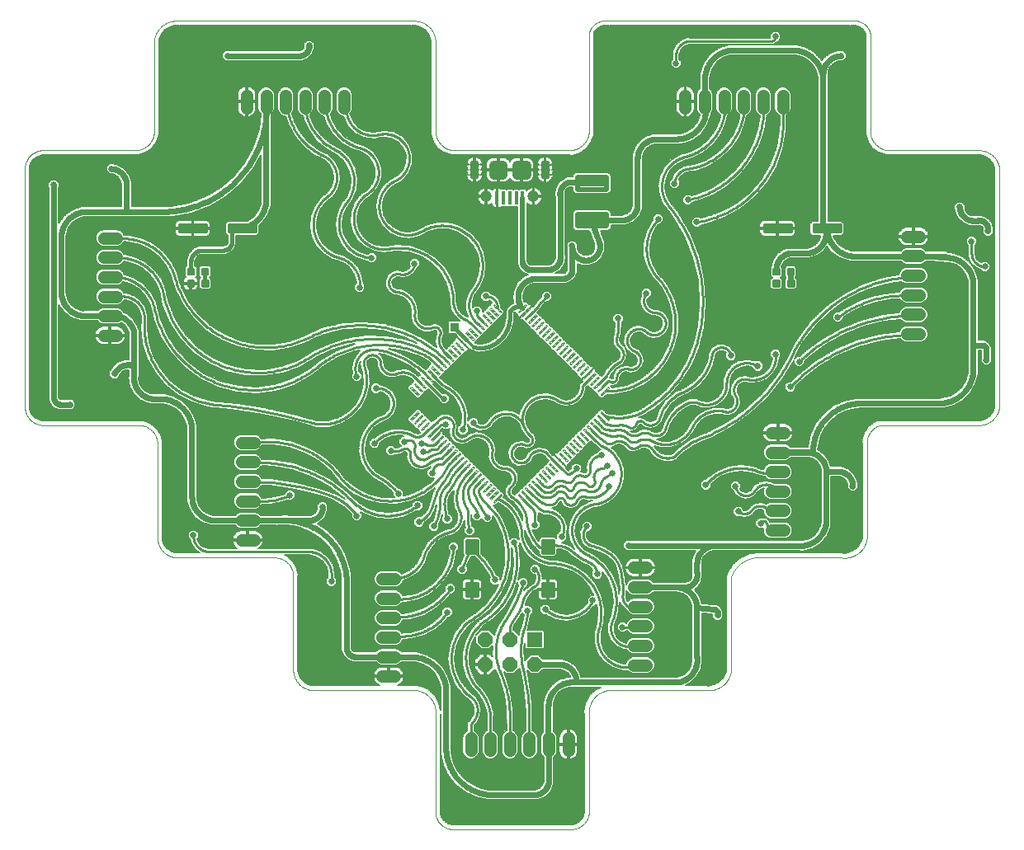
<source format=gtl>
G75*
%MOIN*%
%OFA0B0*%
%FSLAX25Y25*%
%IPPOS*%
%LPD*%
%AMOC8*
5,1,8,0,0,1.08239X$1,22.5*
%
%ADD10C,0.00394*%
%ADD11C,0.00441*%
%ADD12R,0.06000X0.06000*%
%ADD13OC8,0.06000*%
%ADD14C,0.02126*%
%ADD15C,0.01600*%
%ADD16C,0.00945*%
%ADD17C,0.00600*%
%ADD18C,0.01654*%
%ADD19C,0.05000*%
%ADD20C,0.03740*%
%ADD21R,0.01575X0.05315*%
%ADD22C,0.04724*%
%ADD23C,0.04000*%
%ADD24C,0.02600*%
%ADD25C,0.02400*%
%ADD26C,0.01000*%
%ADD27R,0.03762X0.03762*%
%ADD28C,0.01400*%
%ADD29C,0.02000*%
D10*
X0116898Y0072600D02*
X0116898Y0110443D01*
X0116898Y0110442D02*
X0116906Y0110622D01*
X0116911Y0110802D01*
X0116910Y0110982D01*
X0116906Y0111162D01*
X0116897Y0111342D01*
X0116884Y0111521D01*
X0116866Y0111700D01*
X0116844Y0111879D01*
X0116818Y0112057D01*
X0116787Y0112234D01*
X0116753Y0112411D01*
X0116714Y0112587D01*
X0116670Y0112761D01*
X0116623Y0112935D01*
X0116571Y0113107D01*
X0116515Y0113278D01*
X0116455Y0113448D01*
X0116391Y0113616D01*
X0116323Y0113783D01*
X0116251Y0113948D01*
X0116175Y0114111D01*
X0116095Y0114272D01*
X0116011Y0114431D01*
X0115924Y0114588D01*
X0115832Y0114743D01*
X0115737Y0114896D01*
X0115638Y0115047D01*
X0115536Y0115195D01*
X0115430Y0115340D01*
X0115321Y0115483D01*
X0115208Y0115623D01*
X0115091Y0115760D01*
X0114972Y0115895D01*
X0114849Y0116027D01*
X0114723Y0116155D01*
X0114594Y0116281D01*
X0114462Y0116403D01*
X0114328Y0116522D01*
X0114190Y0116638D01*
X0114050Y0116751D01*
X0113906Y0116860D01*
X0113761Y0116965D01*
X0113612Y0117068D01*
X0113462Y0117166D01*
X0113309Y0117261D01*
X0113154Y0117352D01*
X0112996Y0117439D01*
X0112837Y0117522D01*
X0112675Y0117602D01*
X0112512Y0117678D01*
X0112347Y0117749D01*
X0112180Y0117817D01*
X0112012Y0117881D01*
X0111842Y0117940D01*
X0111671Y0117996D01*
X0111498Y0118047D01*
X0111325Y0118094D01*
X0111150Y0118137D01*
X0110974Y0118175D01*
X0110797Y0118210D01*
X0110620Y0118240D01*
X0110442Y0118266D01*
X0110263Y0118287D01*
X0110084Y0118304D01*
X0109905Y0118317D01*
X0070535Y0118317D01*
X0070534Y0118317D02*
X0070334Y0118312D01*
X0070133Y0118312D01*
X0069932Y0118316D01*
X0069731Y0118326D01*
X0069531Y0118341D01*
X0069331Y0118361D01*
X0069132Y0118385D01*
X0068933Y0118415D01*
X0068735Y0118449D01*
X0068538Y0118488D01*
X0068342Y0118532D01*
X0068148Y0118581D01*
X0067954Y0118634D01*
X0067762Y0118692D01*
X0067571Y0118755D01*
X0067382Y0118823D01*
X0067195Y0118895D01*
X0067009Y0118972D01*
X0066825Y0119053D01*
X0066644Y0119139D01*
X0066464Y0119229D01*
X0066287Y0119324D01*
X0066112Y0119423D01*
X0065940Y0119526D01*
X0065770Y0119634D01*
X0065603Y0119745D01*
X0065439Y0119861D01*
X0065278Y0119980D01*
X0065119Y0120104D01*
X0064964Y0120231D01*
X0064812Y0120362D01*
X0064663Y0120497D01*
X0064518Y0120636D01*
X0064376Y0120778D01*
X0064237Y0120923D01*
X0064102Y0121072D01*
X0063971Y0121224D01*
X0063844Y0121379D01*
X0063720Y0121537D01*
X0063600Y0121699D01*
X0063485Y0121863D01*
X0063373Y0122030D01*
X0063266Y0122199D01*
X0063162Y0122372D01*
X0063063Y0122546D01*
X0062968Y0122723D01*
X0062878Y0122903D01*
X0062792Y0123084D01*
X0062711Y0123268D01*
X0062634Y0123453D01*
X0062562Y0123641D01*
X0062494Y0123830D01*
X0062431Y0124021D01*
X0062372Y0124213D01*
X0062319Y0124406D01*
X0062270Y0124601D01*
X0062226Y0124797D01*
X0062187Y0124994D01*
X0062152Y0125192D01*
X0062123Y0125391D01*
X0062098Y0125590D01*
X0062078Y0125790D01*
X0062064Y0125990D01*
X0062054Y0126191D01*
X0062054Y0164033D01*
X0062054Y0164034D02*
X0062059Y0164217D01*
X0062060Y0164400D01*
X0062056Y0164583D01*
X0062048Y0164766D01*
X0062035Y0164948D01*
X0062018Y0165131D01*
X0061997Y0165313D01*
X0061971Y0165494D01*
X0061941Y0165674D01*
X0061907Y0165854D01*
X0061868Y0166033D01*
X0061825Y0166211D01*
X0061777Y0166388D01*
X0061725Y0166564D01*
X0061670Y0166738D01*
X0061609Y0166911D01*
X0061545Y0167082D01*
X0061477Y0167252D01*
X0061404Y0167420D01*
X0061328Y0167587D01*
X0061247Y0167751D01*
X0061163Y0167914D01*
X0061074Y0168074D01*
X0060982Y0168232D01*
X0060886Y0168388D01*
X0060786Y0168542D01*
X0060683Y0168693D01*
X0060576Y0168841D01*
X0060465Y0168987D01*
X0060351Y0169130D01*
X0060234Y0169271D01*
X0060113Y0169408D01*
X0059988Y0169543D01*
X0059861Y0169674D01*
X0059731Y0169803D01*
X0059597Y0169928D01*
X0059460Y0170050D01*
X0059321Y0170168D01*
X0059179Y0170284D01*
X0059033Y0170395D01*
X0058886Y0170504D01*
X0058735Y0170608D01*
X0058583Y0170709D01*
X0058427Y0170806D01*
X0058270Y0170900D01*
X0058110Y0170989D01*
X0057949Y0171075D01*
X0057785Y0171157D01*
X0057619Y0171235D01*
X0057451Y0171308D01*
X0057282Y0171378D01*
X0057111Y0171444D01*
X0056939Y0171505D01*
X0056765Y0171562D01*
X0056589Y0171615D01*
X0056413Y0171664D01*
X0056235Y0171709D01*
X0056057Y0171749D01*
X0055877Y0171785D01*
X0055697Y0171816D01*
X0055516Y0171843D01*
X0055334Y0171866D01*
X0055152Y0171884D01*
X0054969Y0171898D01*
X0054786Y0171908D01*
X0054787Y0171907D02*
X0015417Y0171907D01*
X0015416Y0171908D02*
X0015235Y0171922D01*
X0015054Y0171941D01*
X0014874Y0171964D01*
X0014695Y0171991D01*
X0014516Y0172023D01*
X0014338Y0172059D01*
X0014161Y0172100D01*
X0013985Y0172145D01*
X0013810Y0172194D01*
X0013636Y0172248D01*
X0013464Y0172305D01*
X0013293Y0172367D01*
X0013124Y0172433D01*
X0012956Y0172504D01*
X0012790Y0172578D01*
X0012627Y0172657D01*
X0012465Y0172739D01*
X0012305Y0172825D01*
X0012147Y0172916D01*
X0011992Y0173010D01*
X0011839Y0173108D01*
X0011688Y0173209D01*
X0011540Y0173314D01*
X0011394Y0173423D01*
X0011252Y0173536D01*
X0011112Y0173652D01*
X0010975Y0173771D01*
X0010841Y0173893D01*
X0010710Y0174019D01*
X0010582Y0174148D01*
X0010457Y0174281D01*
X0010336Y0174416D01*
X0010217Y0174554D01*
X0010103Y0174695D01*
X0009992Y0174838D01*
X0009884Y0174985D01*
X0009780Y0175134D01*
X0009680Y0175285D01*
X0009583Y0175439D01*
X0009491Y0175596D01*
X0009402Y0175754D01*
X0009317Y0175915D01*
X0009236Y0176077D01*
X0009159Y0176242D01*
X0009086Y0176408D01*
X0009017Y0176577D01*
X0008953Y0176746D01*
X0008892Y0176918D01*
X0008836Y0177090D01*
X0008784Y0177265D01*
X0008736Y0177440D01*
X0008693Y0177616D01*
X0008654Y0177794D01*
X0008619Y0177972D01*
X0008589Y0178151D01*
X0008563Y0178331D01*
X0008542Y0178512D01*
X0008525Y0178692D01*
X0008512Y0178874D01*
X0008504Y0179055D01*
X0008500Y0179237D01*
X0008501Y0179419D01*
X0008506Y0179600D01*
X0008516Y0179782D01*
X0008516Y0179781D02*
X0008516Y0275136D01*
X0008516Y0275135D02*
X0008506Y0275314D01*
X0008501Y0275493D01*
X0008500Y0275672D01*
X0008504Y0275851D01*
X0008511Y0276029D01*
X0008523Y0276208D01*
X0008540Y0276386D01*
X0008560Y0276564D01*
X0008585Y0276741D01*
X0008614Y0276917D01*
X0008648Y0277093D01*
X0008685Y0277268D01*
X0008727Y0277442D01*
X0008773Y0277615D01*
X0008823Y0277786D01*
X0008878Y0277957D01*
X0008936Y0278126D01*
X0008999Y0278294D01*
X0009065Y0278460D01*
X0009136Y0278624D01*
X0009211Y0278787D01*
X0009289Y0278947D01*
X0009371Y0279106D01*
X0009457Y0279263D01*
X0009547Y0279418D01*
X0009641Y0279570D01*
X0009738Y0279720D01*
X0009839Y0279868D01*
X0009943Y0280014D01*
X0010051Y0280156D01*
X0010162Y0280296D01*
X0010277Y0280434D01*
X0010395Y0280568D01*
X0010516Y0280700D01*
X0010640Y0280829D01*
X0010768Y0280954D01*
X0010898Y0281077D01*
X0011031Y0281196D01*
X0011167Y0281312D01*
X0011306Y0281425D01*
X0011448Y0281534D01*
X0011592Y0281640D01*
X0011739Y0281743D01*
X0011888Y0281841D01*
X0012039Y0281937D01*
X0012193Y0282028D01*
X0012349Y0282116D01*
X0012507Y0282200D01*
X0012667Y0282280D01*
X0012829Y0282356D01*
X0012992Y0282429D01*
X0013157Y0282497D01*
X0013324Y0282561D01*
X0013493Y0282622D01*
X0013663Y0282678D01*
X0013834Y0282730D01*
X0014006Y0282778D01*
X0014180Y0282822D01*
X0014354Y0282861D01*
X0014530Y0282896D01*
X0014706Y0282928D01*
X0014883Y0282954D01*
X0015060Y0282977D01*
X0015238Y0282995D01*
X0015416Y0283009D01*
X0015417Y0283010D02*
X0052874Y0283010D01*
X0052875Y0283009D02*
X0053065Y0283011D01*
X0053255Y0283018D01*
X0053444Y0283029D01*
X0053634Y0283045D01*
X0053823Y0283065D01*
X0054011Y0283090D01*
X0054199Y0283120D01*
X0054386Y0283154D01*
X0054572Y0283192D01*
X0054757Y0283235D01*
X0054941Y0283283D01*
X0055124Y0283335D01*
X0055306Y0283391D01*
X0055486Y0283452D01*
X0055664Y0283517D01*
X0055841Y0283586D01*
X0056016Y0283660D01*
X0056190Y0283738D01*
X0056361Y0283819D01*
X0056531Y0283906D01*
X0056698Y0283996D01*
X0056863Y0284090D01*
X0057026Y0284188D01*
X0057186Y0284290D01*
X0057344Y0284396D01*
X0057499Y0284506D01*
X0057652Y0284619D01*
X0057802Y0284736D01*
X0057949Y0284857D01*
X0058092Y0284981D01*
X0058233Y0285108D01*
X0058371Y0285239D01*
X0058506Y0285374D01*
X0058637Y0285511D01*
X0058765Y0285652D01*
X0058889Y0285795D01*
X0059010Y0285942D01*
X0059128Y0286091D01*
X0059241Y0286244D01*
X0059351Y0286398D01*
X0059458Y0286556D01*
X0059560Y0286716D01*
X0059659Y0286879D01*
X0059753Y0287044D01*
X0059844Y0287211D01*
X0059930Y0287380D01*
X0060013Y0287551D01*
X0060091Y0287724D01*
X0060165Y0287900D01*
X0060235Y0288076D01*
X0060300Y0288255D01*
X0060361Y0288435D01*
X0060418Y0288616D01*
X0060470Y0288799D01*
X0060518Y0288983D01*
X0060562Y0289168D01*
X0060601Y0289354D01*
X0060635Y0289541D01*
X0060665Y0289728D01*
X0060691Y0289917D01*
X0060711Y0290106D01*
X0060728Y0290295D01*
X0060739Y0290485D01*
X0060746Y0290675D01*
X0060749Y0290865D01*
X0060748Y0290865D02*
X0060748Y0327419D01*
X0060749Y0327419D02*
X0060774Y0327632D01*
X0060805Y0327845D01*
X0060841Y0328056D01*
X0060882Y0328267D01*
X0060928Y0328477D01*
X0060979Y0328685D01*
X0061036Y0328892D01*
X0061097Y0329098D01*
X0061163Y0329302D01*
X0061234Y0329505D01*
X0061310Y0329706D01*
X0061391Y0329904D01*
X0061476Y0330101D01*
X0061567Y0330296D01*
X0061662Y0330488D01*
X0061761Y0330679D01*
X0061865Y0330866D01*
X0061974Y0331051D01*
X0062087Y0331234D01*
X0062205Y0331413D01*
X0062326Y0331590D01*
X0062452Y0331764D01*
X0062582Y0331935D01*
X0062717Y0332102D01*
X0062855Y0332266D01*
X0062997Y0332427D01*
X0063143Y0332584D01*
X0063293Y0332738D01*
X0063446Y0332888D01*
X0063604Y0333034D01*
X0063764Y0333177D01*
X0063928Y0333315D01*
X0064095Y0333450D01*
X0064266Y0333580D01*
X0064439Y0333707D01*
X0064616Y0333829D01*
X0064795Y0333947D01*
X0064977Y0334060D01*
X0065162Y0334169D01*
X0065350Y0334273D01*
X0065540Y0334373D01*
X0065732Y0334469D01*
X0065927Y0334559D01*
X0066123Y0334645D01*
X0066322Y0334726D01*
X0066523Y0334803D01*
X0066725Y0334874D01*
X0066929Y0334941D01*
X0067135Y0335002D01*
X0067342Y0335059D01*
X0067550Y0335110D01*
X0067760Y0335157D01*
X0067970Y0335198D01*
X0068182Y0335234D01*
X0068394Y0335266D01*
X0068607Y0335292D01*
X0068821Y0335313D01*
X0069035Y0335328D01*
X0069249Y0335339D01*
X0069464Y0335344D01*
X0069679Y0335344D01*
X0069893Y0335339D01*
X0070108Y0335329D01*
X0070322Y0335314D01*
X0070535Y0335293D01*
X0165023Y0335293D01*
X0174353Y0327419D02*
X0174353Y0290884D01*
X0174355Y0290693D01*
X0174362Y0290503D01*
X0174374Y0290312D01*
X0174390Y0290122D01*
X0174411Y0289933D01*
X0174436Y0289744D01*
X0174466Y0289555D01*
X0174500Y0289368D01*
X0174539Y0289181D01*
X0174582Y0288995D01*
X0174630Y0288810D01*
X0174683Y0288627D01*
X0174739Y0288445D01*
X0174800Y0288264D01*
X0174866Y0288085D01*
X0174936Y0287908D01*
X0175010Y0287732D01*
X0175088Y0287558D01*
X0175171Y0287386D01*
X0175257Y0287216D01*
X0175348Y0287048D01*
X0175442Y0286883D01*
X0175541Y0286719D01*
X0175644Y0286559D01*
X0175750Y0286400D01*
X0175860Y0286245D01*
X0175974Y0286092D01*
X0176092Y0285942D01*
X0176213Y0285794D01*
X0176338Y0285650D01*
X0176466Y0285509D01*
X0176598Y0285371D01*
X0176733Y0285236D01*
X0176871Y0285104D01*
X0177012Y0284976D01*
X0177156Y0284851D01*
X0177304Y0284730D01*
X0177454Y0284612D01*
X0177607Y0284498D01*
X0177762Y0284388D01*
X0177921Y0284282D01*
X0178081Y0284179D01*
X0178245Y0284080D01*
X0178410Y0283986D01*
X0178578Y0283895D01*
X0178748Y0283809D01*
X0178920Y0283726D01*
X0179094Y0283648D01*
X0179270Y0283574D01*
X0179447Y0283504D01*
X0179626Y0283438D01*
X0179807Y0283377D01*
X0179989Y0283321D01*
X0180172Y0283268D01*
X0180357Y0283220D01*
X0180543Y0283177D01*
X0180730Y0283138D01*
X0180917Y0283104D01*
X0181106Y0283074D01*
X0181295Y0283049D01*
X0181484Y0283028D01*
X0181674Y0283012D01*
X0181865Y0283000D01*
X0182055Y0282993D01*
X0182246Y0282991D01*
X0228015Y0282991D01*
X0228015Y0282990D02*
X0228215Y0282987D01*
X0228414Y0282989D01*
X0228614Y0282995D01*
X0228813Y0283006D01*
X0229012Y0283023D01*
X0229211Y0283044D01*
X0229408Y0283070D01*
X0229606Y0283101D01*
X0229802Y0283136D01*
X0229997Y0283177D01*
X0230192Y0283222D01*
X0230385Y0283272D01*
X0230577Y0283327D01*
X0230767Y0283386D01*
X0230956Y0283450D01*
X0231144Y0283519D01*
X0231330Y0283592D01*
X0231513Y0283670D01*
X0231695Y0283752D01*
X0231875Y0283839D01*
X0232052Y0283930D01*
X0232228Y0284026D01*
X0232401Y0284125D01*
X0232571Y0284229D01*
X0232739Y0284337D01*
X0232904Y0284450D01*
X0233066Y0284566D01*
X0233225Y0284686D01*
X0233382Y0284810D01*
X0233535Y0284938D01*
X0233685Y0285069D01*
X0233832Y0285205D01*
X0233976Y0285343D01*
X0234116Y0285486D01*
X0234252Y0285631D01*
X0234385Y0285780D01*
X0234514Y0285932D01*
X0234640Y0286087D01*
X0234761Y0286246D01*
X0234879Y0286407D01*
X0234992Y0286571D01*
X0235102Y0286738D01*
X0235207Y0286907D01*
X0235309Y0287079D01*
X0235406Y0287254D01*
X0235498Y0287430D01*
X0235587Y0287609D01*
X0235671Y0287791D01*
X0235750Y0287974D01*
X0235825Y0288159D01*
X0235895Y0288345D01*
X0235961Y0288534D01*
X0236022Y0288724D01*
X0236079Y0288915D01*
X0236130Y0289108D01*
X0236177Y0289302D01*
X0236220Y0289497D01*
X0236257Y0289693D01*
X0236290Y0289890D01*
X0236317Y0290088D01*
X0236340Y0290286D01*
X0236358Y0290485D01*
X0236371Y0290684D01*
X0236380Y0290883D01*
X0236379Y0290884D02*
X0236379Y0330235D01*
X0236414Y0330391D01*
X0236454Y0330546D01*
X0236498Y0330700D01*
X0236545Y0330853D01*
X0236595Y0331004D01*
X0236650Y0331155D01*
X0236708Y0331304D01*
X0236770Y0331451D01*
X0236835Y0331597D01*
X0236903Y0331742D01*
X0236976Y0331884D01*
X0237051Y0332025D01*
X0237130Y0332164D01*
X0237212Y0332302D01*
X0237298Y0332437D01*
X0237387Y0332570D01*
X0237479Y0332700D01*
X0237574Y0332829D01*
X0237672Y0332955D01*
X0237774Y0333079D01*
X0237878Y0333200D01*
X0237985Y0333319D01*
X0238095Y0333435D01*
X0238208Y0333549D01*
X0238323Y0333659D01*
X0238441Y0333767D01*
X0238562Y0333872D01*
X0238685Y0333974D01*
X0238811Y0334073D01*
X0238939Y0334169D01*
X0239069Y0334262D01*
X0239201Y0334352D01*
X0239336Y0334438D01*
X0239472Y0334521D01*
X0239611Y0334601D01*
X0239751Y0334677D01*
X0239894Y0334750D01*
X0240038Y0334820D01*
X0240183Y0334886D01*
X0240331Y0334949D01*
X0240479Y0335008D01*
X0240629Y0335063D01*
X0240781Y0335115D01*
X0240933Y0335163D01*
X0241087Y0335207D01*
X0241241Y0335248D01*
X0241397Y0335285D01*
X0241553Y0335318D01*
X0241711Y0335347D01*
X0241869Y0335373D01*
X0242027Y0335394D01*
X0242186Y0335412D01*
X0242345Y0335426D01*
X0242505Y0335436D01*
X0242665Y0335443D01*
X0242825Y0335445D01*
X0242985Y0335444D01*
X0243144Y0335438D01*
X0243304Y0335429D01*
X0243463Y0335416D01*
X0243622Y0335399D01*
X0243781Y0335378D01*
X0243939Y0335354D01*
X0244096Y0335326D01*
X0244253Y0335293D01*
X0342110Y0335293D01*
X0342267Y0335326D01*
X0342424Y0335354D01*
X0342582Y0335378D01*
X0342741Y0335399D01*
X0342900Y0335416D01*
X0343059Y0335429D01*
X0343219Y0335438D01*
X0343378Y0335444D01*
X0343538Y0335445D01*
X0343698Y0335443D01*
X0343858Y0335436D01*
X0344018Y0335426D01*
X0344177Y0335412D01*
X0344336Y0335394D01*
X0344494Y0335373D01*
X0344652Y0335347D01*
X0344810Y0335318D01*
X0344966Y0335285D01*
X0345122Y0335248D01*
X0345276Y0335207D01*
X0345430Y0335163D01*
X0345582Y0335115D01*
X0345734Y0335063D01*
X0345884Y0335008D01*
X0346032Y0334949D01*
X0346180Y0334886D01*
X0346325Y0334820D01*
X0346469Y0334750D01*
X0346612Y0334677D01*
X0346752Y0334601D01*
X0346891Y0334521D01*
X0347027Y0334438D01*
X0347162Y0334352D01*
X0347294Y0334262D01*
X0347424Y0334169D01*
X0347552Y0334073D01*
X0347678Y0333974D01*
X0347801Y0333872D01*
X0347922Y0333767D01*
X0348040Y0333659D01*
X0348155Y0333549D01*
X0348268Y0333435D01*
X0348378Y0333319D01*
X0348485Y0333200D01*
X0348589Y0333079D01*
X0348691Y0332955D01*
X0348789Y0332829D01*
X0348884Y0332700D01*
X0348976Y0332570D01*
X0349065Y0332437D01*
X0349151Y0332302D01*
X0349233Y0332164D01*
X0349312Y0332025D01*
X0349387Y0331884D01*
X0349460Y0331742D01*
X0349528Y0331597D01*
X0349593Y0331451D01*
X0349655Y0331304D01*
X0349713Y0331155D01*
X0349768Y0331004D01*
X0349818Y0330853D01*
X0349865Y0330700D01*
X0349909Y0330546D01*
X0349949Y0330391D01*
X0349984Y0330235D01*
X0349984Y0290865D01*
X0349987Y0290675D01*
X0349994Y0290485D01*
X0350005Y0290295D01*
X0350022Y0290106D01*
X0350042Y0289917D01*
X0350068Y0289728D01*
X0350098Y0289541D01*
X0350132Y0289354D01*
X0350171Y0289168D01*
X0350215Y0288983D01*
X0350263Y0288799D01*
X0350315Y0288616D01*
X0350372Y0288435D01*
X0350433Y0288255D01*
X0350498Y0288076D01*
X0350568Y0287900D01*
X0350642Y0287724D01*
X0350720Y0287551D01*
X0350803Y0287380D01*
X0350889Y0287211D01*
X0350980Y0287044D01*
X0351074Y0286879D01*
X0351173Y0286716D01*
X0351275Y0286556D01*
X0351382Y0286398D01*
X0351492Y0286244D01*
X0351605Y0286091D01*
X0351723Y0285942D01*
X0351844Y0285795D01*
X0351968Y0285652D01*
X0352096Y0285511D01*
X0352227Y0285374D01*
X0352362Y0285239D01*
X0352500Y0285108D01*
X0352641Y0284981D01*
X0352784Y0284857D01*
X0352931Y0284736D01*
X0353081Y0284619D01*
X0353234Y0284506D01*
X0353389Y0284396D01*
X0353547Y0284290D01*
X0353707Y0284188D01*
X0353870Y0284090D01*
X0354035Y0283996D01*
X0354202Y0283906D01*
X0354372Y0283819D01*
X0354543Y0283738D01*
X0354717Y0283660D01*
X0354892Y0283586D01*
X0355069Y0283517D01*
X0355247Y0283452D01*
X0355427Y0283391D01*
X0355609Y0283335D01*
X0355792Y0283283D01*
X0355976Y0283235D01*
X0356161Y0283192D01*
X0356347Y0283154D01*
X0356534Y0283120D01*
X0356722Y0283090D01*
X0356910Y0283065D01*
X0357099Y0283045D01*
X0357289Y0283029D01*
X0357478Y0283018D01*
X0357668Y0283011D01*
X0357858Y0283009D01*
X0357858Y0283010D02*
X0393369Y0283010D01*
X0393572Y0283019D01*
X0393774Y0283024D01*
X0393976Y0283023D01*
X0394179Y0283018D01*
X0394381Y0283008D01*
X0394582Y0282992D01*
X0394784Y0282972D01*
X0394985Y0282948D01*
X0395185Y0282918D01*
X0395384Y0282883D01*
X0395583Y0282844D01*
X0395780Y0282800D01*
X0395977Y0282751D01*
X0396172Y0282697D01*
X0396366Y0282639D01*
X0396558Y0282576D01*
X0396749Y0282509D01*
X0396938Y0282436D01*
X0397125Y0282360D01*
X0397311Y0282278D01*
X0397494Y0282193D01*
X0397675Y0282103D01*
X0397854Y0282008D01*
X0398031Y0281909D01*
X0398205Y0281806D01*
X0398377Y0281699D01*
X0398546Y0281588D01*
X0398712Y0281472D01*
X0398875Y0281353D01*
X0399036Y0281230D01*
X0399194Y0281103D01*
X0399348Y0280972D01*
X0399499Y0280837D01*
X0399647Y0280699D01*
X0399791Y0280558D01*
X0399933Y0280412D01*
X0400070Y0280264D01*
X0400204Y0280112D01*
X0400334Y0279957D01*
X0400460Y0279799D01*
X0400583Y0279638D01*
X0400701Y0279474D01*
X0400816Y0279307D01*
X0400927Y0279138D01*
X0401033Y0278965D01*
X0401135Y0278791D01*
X0401233Y0278614D01*
X0401327Y0278434D01*
X0401416Y0278253D01*
X0401501Y0278069D01*
X0401581Y0277883D01*
X0401657Y0277695D01*
X0401729Y0277506D01*
X0401795Y0277315D01*
X0401857Y0277122D01*
X0401915Y0276928D01*
X0401968Y0276733D01*
X0402016Y0276536D01*
X0402059Y0276339D01*
X0402097Y0276140D01*
X0402131Y0275940D01*
X0402160Y0275740D01*
X0402184Y0275539D01*
X0402203Y0275338D01*
X0402217Y0275136D01*
X0402217Y0179781D01*
X0402203Y0179579D01*
X0402184Y0179378D01*
X0402160Y0179177D01*
X0402131Y0178977D01*
X0402097Y0178777D01*
X0402059Y0178578D01*
X0402016Y0178381D01*
X0401968Y0178184D01*
X0401915Y0177989D01*
X0401857Y0177795D01*
X0401795Y0177602D01*
X0401729Y0177411D01*
X0401657Y0177222D01*
X0401581Y0177034D01*
X0401501Y0176848D01*
X0401416Y0176664D01*
X0401327Y0176483D01*
X0401233Y0176303D01*
X0401135Y0176126D01*
X0401033Y0175952D01*
X0400927Y0175779D01*
X0400816Y0175610D01*
X0400701Y0175443D01*
X0400583Y0175279D01*
X0400460Y0175118D01*
X0400334Y0174960D01*
X0400204Y0174805D01*
X0400070Y0174653D01*
X0399933Y0174505D01*
X0399791Y0174359D01*
X0399647Y0174218D01*
X0399499Y0174080D01*
X0399348Y0173945D01*
X0399194Y0173814D01*
X0399036Y0173687D01*
X0398875Y0173564D01*
X0398712Y0173445D01*
X0398546Y0173329D01*
X0398377Y0173218D01*
X0398205Y0173111D01*
X0398031Y0173008D01*
X0397854Y0172909D01*
X0397675Y0172814D01*
X0397494Y0172724D01*
X0397311Y0172639D01*
X0397125Y0172557D01*
X0396938Y0172481D01*
X0396749Y0172408D01*
X0396558Y0172341D01*
X0396366Y0172278D01*
X0396172Y0172220D01*
X0395977Y0172166D01*
X0395780Y0172117D01*
X0395583Y0172073D01*
X0395384Y0172034D01*
X0395185Y0171999D01*
X0394985Y0171969D01*
X0394784Y0171945D01*
X0394582Y0171925D01*
X0394381Y0171909D01*
X0394179Y0171899D01*
X0393976Y0171894D01*
X0393774Y0171893D01*
X0393572Y0171898D01*
X0393369Y0171907D01*
X0353999Y0171907D01*
X0353826Y0171855D01*
X0353654Y0171799D01*
X0353483Y0171739D01*
X0353314Y0171675D01*
X0353146Y0171606D01*
X0352981Y0171533D01*
X0352817Y0171456D01*
X0352654Y0171376D01*
X0352494Y0171291D01*
X0352336Y0171203D01*
X0352181Y0171110D01*
X0352027Y0171014D01*
X0351876Y0170914D01*
X0351728Y0170810D01*
X0351582Y0170703D01*
X0351439Y0170592D01*
X0351298Y0170478D01*
X0351161Y0170361D01*
X0351026Y0170240D01*
X0350894Y0170115D01*
X0350765Y0169988D01*
X0350640Y0169857D01*
X0350518Y0169724D01*
X0350399Y0169587D01*
X0350283Y0169448D01*
X0350171Y0169306D01*
X0350062Y0169161D01*
X0349957Y0169013D01*
X0349856Y0168863D01*
X0349758Y0168711D01*
X0349664Y0168556D01*
X0349574Y0168399D01*
X0349488Y0168240D01*
X0349406Y0168079D01*
X0349328Y0167915D01*
X0349253Y0167750D01*
X0349183Y0167583D01*
X0349117Y0167415D01*
X0349055Y0167245D01*
X0348997Y0167073D01*
X0348944Y0166900D01*
X0348894Y0166726D01*
X0348849Y0166550D01*
X0348809Y0166374D01*
X0348772Y0166197D01*
X0348740Y0166018D01*
X0348712Y0165839D01*
X0348689Y0165660D01*
X0348670Y0165480D01*
X0348656Y0165299D01*
X0348646Y0165118D01*
X0348640Y0164937D01*
X0348639Y0164756D01*
X0348642Y0164575D01*
X0348650Y0164394D01*
X0348662Y0164214D01*
X0348679Y0164034D01*
X0348679Y0164033D02*
X0348679Y0126191D01*
X0348678Y0126190D02*
X0348645Y0125970D01*
X0348606Y0125750D01*
X0348562Y0125531D01*
X0348512Y0125313D01*
X0348458Y0125097D01*
X0348398Y0124882D01*
X0348333Y0124668D01*
X0348263Y0124456D01*
X0348187Y0124246D01*
X0348107Y0124038D01*
X0348022Y0123831D01*
X0347931Y0123627D01*
X0347836Y0123425D01*
X0347736Y0123226D01*
X0347631Y0123029D01*
X0347521Y0122834D01*
X0347407Y0122642D01*
X0347288Y0122453D01*
X0347165Y0122267D01*
X0347037Y0122084D01*
X0346905Y0121904D01*
X0346768Y0121728D01*
X0346627Y0121554D01*
X0346482Y0121385D01*
X0346333Y0121218D01*
X0346180Y0121056D01*
X0346024Y0120897D01*
X0345863Y0120742D01*
X0345699Y0120591D01*
X0345531Y0120444D01*
X0345359Y0120301D01*
X0345184Y0120162D01*
X0345006Y0120027D01*
X0344825Y0119897D01*
X0344640Y0119771D01*
X0344453Y0119650D01*
X0344263Y0119533D01*
X0344069Y0119421D01*
X0343874Y0119314D01*
X0343675Y0119211D01*
X0343475Y0119113D01*
X0343272Y0119020D01*
X0343066Y0118932D01*
X0342859Y0118849D01*
X0342650Y0118771D01*
X0342439Y0118699D01*
X0342226Y0118631D01*
X0342012Y0118568D01*
X0341796Y0118511D01*
X0341579Y0118459D01*
X0341361Y0118412D01*
X0341142Y0118370D01*
X0340921Y0118334D01*
X0340700Y0118303D01*
X0340478Y0118277D01*
X0340256Y0118257D01*
X0340033Y0118242D01*
X0339810Y0118232D01*
X0339587Y0118228D01*
X0339364Y0118229D01*
X0339141Y0118236D01*
X0338918Y0118248D01*
X0338695Y0118266D01*
X0338473Y0118288D01*
X0338251Y0118317D01*
X0306755Y0118317D01*
X0306470Y0118357D01*
X0306183Y0118390D01*
X0305896Y0118416D01*
X0305609Y0118435D01*
X0305320Y0118446D01*
X0305032Y0118451D01*
X0304744Y0118448D01*
X0304456Y0118439D01*
X0304168Y0118422D01*
X0303881Y0118399D01*
X0303594Y0118368D01*
X0303308Y0118331D01*
X0303023Y0118286D01*
X0302740Y0118234D01*
X0302457Y0118176D01*
X0302176Y0118111D01*
X0301897Y0118038D01*
X0301620Y0117959D01*
X0301345Y0117873D01*
X0301072Y0117781D01*
X0300801Y0117682D01*
X0300533Y0117576D01*
X0300267Y0117463D01*
X0300005Y0117344D01*
X0299745Y0117219D01*
X0299489Y0117088D01*
X0299235Y0116950D01*
X0298985Y0116806D01*
X0298739Y0116656D01*
X0298497Y0116500D01*
X0298258Y0116338D01*
X0298024Y0116170D01*
X0297793Y0115997D01*
X0297567Y0115818D01*
X0297346Y0115633D01*
X0297129Y0115444D01*
X0296917Y0115248D01*
X0296709Y0115048D01*
X0296507Y0114843D01*
X0296309Y0114633D01*
X0296117Y0114418D01*
X0295930Y0114198D01*
X0295749Y0113974D01*
X0295573Y0113746D01*
X0295403Y0113513D01*
X0295238Y0113276D01*
X0295080Y0113036D01*
X0294927Y0112791D01*
X0294780Y0112543D01*
X0294640Y0112291D01*
X0294506Y0112036D01*
X0294378Y0111778D01*
X0294256Y0111516D01*
X0294141Y0111252D01*
X0294032Y0110985D01*
X0293930Y0110715D01*
X0293834Y0110443D01*
X0293835Y0110443D02*
X0293835Y0072600D01*
X0293798Y0072376D01*
X0293756Y0072153D01*
X0293708Y0071931D01*
X0293655Y0071710D01*
X0293597Y0071491D01*
X0293533Y0071273D01*
X0293464Y0071057D01*
X0293390Y0070842D01*
X0293311Y0070629D01*
X0293227Y0070419D01*
X0293137Y0070210D01*
X0293043Y0070003D01*
X0292944Y0069799D01*
X0292839Y0069598D01*
X0292730Y0069399D01*
X0292616Y0069202D01*
X0292498Y0069009D01*
X0292374Y0068818D01*
X0292246Y0068630D01*
X0292114Y0068446D01*
X0291977Y0068265D01*
X0291836Y0068087D01*
X0291691Y0067912D01*
X0291541Y0067741D01*
X0291388Y0067574D01*
X0291230Y0067411D01*
X0291069Y0067251D01*
X0290903Y0067096D01*
X0290734Y0066944D01*
X0290562Y0066797D01*
X0290386Y0066653D01*
X0290206Y0066515D01*
X0290023Y0066380D01*
X0289837Y0066250D01*
X0289648Y0066124D01*
X0289456Y0066003D01*
X0289261Y0065887D01*
X0289063Y0065776D01*
X0288863Y0065669D01*
X0288660Y0065567D01*
X0288454Y0065470D01*
X0288247Y0065378D01*
X0288037Y0065291D01*
X0287825Y0065209D01*
X0287612Y0065133D01*
X0287396Y0065061D01*
X0287179Y0064995D01*
X0286960Y0064934D01*
X0286740Y0064879D01*
X0286519Y0064828D01*
X0286296Y0064783D01*
X0286073Y0064744D01*
X0285848Y0064710D01*
X0285623Y0064681D01*
X0285397Y0064658D01*
X0285171Y0064640D01*
X0284944Y0064627D01*
X0284717Y0064621D01*
X0284490Y0064619D01*
X0284263Y0064623D01*
X0284036Y0064633D01*
X0283810Y0064648D01*
X0283584Y0064669D01*
X0283358Y0064695D01*
X0283133Y0064726D01*
X0244253Y0064726D01*
X0244253Y0064725D02*
X0244037Y0064696D01*
X0243821Y0064662D01*
X0243606Y0064622D01*
X0243392Y0064577D01*
X0243179Y0064527D01*
X0242968Y0064472D01*
X0242758Y0064411D01*
X0242549Y0064346D01*
X0242342Y0064276D01*
X0242137Y0064200D01*
X0241934Y0064120D01*
X0241732Y0064035D01*
X0241533Y0063945D01*
X0241336Y0063850D01*
X0241142Y0063751D01*
X0240949Y0063646D01*
X0240760Y0063538D01*
X0240573Y0063424D01*
X0240389Y0063306D01*
X0240208Y0063184D01*
X0240030Y0063058D01*
X0239854Y0062927D01*
X0239683Y0062792D01*
X0239514Y0062652D01*
X0239349Y0062509D01*
X0239187Y0062362D01*
X0239029Y0062211D01*
X0238875Y0062056D01*
X0238724Y0061898D01*
X0238578Y0061736D01*
X0238435Y0061570D01*
X0238296Y0061401D01*
X0238162Y0061229D01*
X0238031Y0061054D01*
X0237905Y0060875D01*
X0237784Y0060693D01*
X0237666Y0060509D01*
X0237554Y0060322D01*
X0237445Y0060132D01*
X0237342Y0059939D01*
X0237243Y0059745D01*
X0237149Y0059547D01*
X0237059Y0059348D01*
X0236975Y0059146D01*
X0236895Y0058943D01*
X0236820Y0058737D01*
X0236751Y0058530D01*
X0236686Y0058321D01*
X0236626Y0058111D01*
X0236572Y0057899D01*
X0236522Y0057687D01*
X0236478Y0057472D01*
X0236439Y0057257D01*
X0236405Y0057041D01*
X0236376Y0056825D01*
X0236353Y0056607D01*
X0236335Y0056390D01*
X0236322Y0056171D01*
X0236314Y0055953D01*
X0236312Y0055734D01*
X0236315Y0055516D01*
X0236323Y0055297D01*
X0236337Y0055079D01*
X0236356Y0054862D01*
X0236380Y0054644D01*
X0236379Y0054645D02*
X0236379Y0015275D01*
X0236380Y0015275D02*
X0236364Y0015098D01*
X0236344Y0014922D01*
X0236320Y0014746D01*
X0236291Y0014571D01*
X0236259Y0014397D01*
X0236222Y0014224D01*
X0236181Y0014051D01*
X0236136Y0013880D01*
X0236086Y0013710D01*
X0236033Y0013541D01*
X0235975Y0013373D01*
X0235914Y0013207D01*
X0235848Y0013042D01*
X0235779Y0012879D01*
X0235706Y0012718D01*
X0235628Y0012558D01*
X0235547Y0012400D01*
X0235462Y0012245D01*
X0235374Y0012091D01*
X0235281Y0011940D01*
X0235185Y0011791D01*
X0235086Y0011644D01*
X0234983Y0011500D01*
X0234876Y0011358D01*
X0234767Y0011219D01*
X0234653Y0011083D01*
X0234537Y0010949D01*
X0234417Y0010818D01*
X0234294Y0010691D01*
X0234169Y0010566D01*
X0234040Y0010444D01*
X0233908Y0010325D01*
X0233774Y0010210D01*
X0233636Y0010098D01*
X0233496Y0009989D01*
X0233354Y0009884D01*
X0233209Y0009782D01*
X0233061Y0009684D01*
X0232911Y0009589D01*
X0232759Y0009498D01*
X0232605Y0009410D01*
X0232449Y0009327D01*
X0232291Y0009247D01*
X0232130Y0009171D01*
X0231969Y0009099D01*
X0231805Y0009031D01*
X0231640Y0008966D01*
X0231473Y0008906D01*
X0231305Y0008850D01*
X0231135Y0008798D01*
X0230965Y0008750D01*
X0230793Y0008706D01*
X0230620Y0008667D01*
X0230447Y0008631D01*
X0230272Y0008600D01*
X0230097Y0008573D01*
X0229921Y0008550D01*
X0229745Y0008531D01*
X0229568Y0008517D01*
X0229391Y0008507D01*
X0229214Y0008501D01*
X0229037Y0008500D01*
X0228860Y0008503D01*
X0228682Y0008510D01*
X0228506Y0008521D01*
X0228505Y0008521D02*
X0180771Y0008521D01*
X0180598Y0008541D01*
X0180426Y0008565D01*
X0180255Y0008593D01*
X0180085Y0008625D01*
X0179915Y0008661D01*
X0179746Y0008701D01*
X0179578Y0008746D01*
X0179411Y0008794D01*
X0179246Y0008846D01*
X0179082Y0008903D01*
X0178919Y0008963D01*
X0178758Y0009028D01*
X0178598Y0009096D01*
X0178440Y0009168D01*
X0178284Y0009244D01*
X0178130Y0009323D01*
X0177978Y0009406D01*
X0177827Y0009493D01*
X0177679Y0009584D01*
X0177533Y0009678D01*
X0177390Y0009776D01*
X0177249Y0009877D01*
X0177110Y0009981D01*
X0176974Y0010089D01*
X0176840Y0010200D01*
X0176710Y0010314D01*
X0176582Y0010431D01*
X0176457Y0010551D01*
X0176334Y0010675D01*
X0176215Y0010801D01*
X0176099Y0010930D01*
X0175986Y0011062D01*
X0175877Y0011197D01*
X0175770Y0011334D01*
X0175667Y0011473D01*
X0175568Y0011616D01*
X0175471Y0011760D01*
X0175379Y0011907D01*
X0175290Y0012056D01*
X0175204Y0012207D01*
X0175123Y0012360D01*
X0175044Y0012515D01*
X0174970Y0012672D01*
X0174900Y0012831D01*
X0174833Y0012991D01*
X0174770Y0013153D01*
X0174712Y0013316D01*
X0174657Y0013481D01*
X0174606Y0013647D01*
X0174559Y0013814D01*
X0174516Y0013982D01*
X0174478Y0014151D01*
X0174443Y0014321D01*
X0174413Y0014492D01*
X0174386Y0014664D01*
X0174364Y0014836D01*
X0174346Y0015009D01*
X0174332Y0015182D01*
X0174323Y0015355D01*
X0174317Y0015529D01*
X0174316Y0015702D01*
X0174319Y0015876D01*
X0174326Y0016049D01*
X0174337Y0016222D01*
X0174353Y0016395D01*
X0174353Y0054645D01*
X0174353Y0054644D02*
X0174377Y0054862D01*
X0174396Y0055079D01*
X0174410Y0055297D01*
X0174418Y0055516D01*
X0174421Y0055734D01*
X0174419Y0055953D01*
X0174411Y0056171D01*
X0174398Y0056390D01*
X0174380Y0056607D01*
X0174357Y0056825D01*
X0174328Y0057041D01*
X0174294Y0057257D01*
X0174255Y0057472D01*
X0174211Y0057687D01*
X0174161Y0057899D01*
X0174107Y0058111D01*
X0174047Y0058321D01*
X0173982Y0058530D01*
X0173913Y0058737D01*
X0173838Y0058943D01*
X0173758Y0059146D01*
X0173674Y0059348D01*
X0173584Y0059547D01*
X0173490Y0059745D01*
X0173391Y0059939D01*
X0173288Y0060132D01*
X0173179Y0060322D01*
X0173067Y0060509D01*
X0172949Y0060693D01*
X0172828Y0060875D01*
X0172702Y0061054D01*
X0172571Y0061229D01*
X0172437Y0061401D01*
X0172298Y0061570D01*
X0172155Y0061736D01*
X0172009Y0061898D01*
X0171858Y0062056D01*
X0171704Y0062211D01*
X0171546Y0062362D01*
X0171384Y0062509D01*
X0171219Y0062652D01*
X0171050Y0062792D01*
X0170879Y0062927D01*
X0170703Y0063058D01*
X0170525Y0063184D01*
X0170344Y0063306D01*
X0170160Y0063424D01*
X0169973Y0063538D01*
X0169784Y0063646D01*
X0169591Y0063751D01*
X0169397Y0063850D01*
X0169200Y0063945D01*
X0169001Y0064035D01*
X0168799Y0064120D01*
X0168596Y0064200D01*
X0168391Y0064276D01*
X0168184Y0064346D01*
X0167975Y0064411D01*
X0167765Y0064472D01*
X0167554Y0064527D01*
X0167341Y0064577D01*
X0167127Y0064622D01*
X0166912Y0064662D01*
X0166696Y0064696D01*
X0166480Y0064725D01*
X0166479Y0064726D02*
X0125653Y0064726D01*
X0125652Y0064727D02*
X0125451Y0064718D01*
X0125250Y0064715D01*
X0125049Y0064717D01*
X0124848Y0064723D01*
X0124647Y0064734D01*
X0124447Y0064750D01*
X0124246Y0064771D01*
X0124047Y0064797D01*
X0123848Y0064827D01*
X0123650Y0064863D01*
X0123453Y0064903D01*
X0123257Y0064948D01*
X0123062Y0064997D01*
X0122868Y0065052D01*
X0122676Y0065111D01*
X0122485Y0065174D01*
X0122295Y0065243D01*
X0122108Y0065315D01*
X0121922Y0065393D01*
X0121738Y0065474D01*
X0121556Y0065560D01*
X0121377Y0065651D01*
X0121199Y0065746D01*
X0121024Y0065845D01*
X0120851Y0065948D01*
X0120681Y0066056D01*
X0120514Y0066167D01*
X0120349Y0066283D01*
X0120187Y0066402D01*
X0120028Y0066526D01*
X0119872Y0066653D01*
X0119720Y0066784D01*
X0119570Y0066918D01*
X0119424Y0067056D01*
X0119281Y0067198D01*
X0119141Y0067343D01*
X0119005Y0067491D01*
X0118873Y0067643D01*
X0118744Y0067798D01*
X0118620Y0067955D01*
X0118499Y0068116D01*
X0118382Y0068280D01*
X0118269Y0068446D01*
X0118160Y0068615D01*
X0118055Y0068787D01*
X0117954Y0068961D01*
X0117858Y0069138D01*
X0117765Y0069317D01*
X0117678Y0069498D01*
X0117594Y0069681D01*
X0117515Y0069866D01*
X0117441Y0070053D01*
X0117371Y0070241D01*
X0117305Y0070432D01*
X0117245Y0070624D01*
X0117189Y0070817D01*
X0117137Y0071011D01*
X0117090Y0071207D01*
X0117049Y0071404D01*
X0117011Y0071602D01*
X0116979Y0071800D01*
X0116951Y0071999D01*
X0116929Y0072199D01*
X0116911Y0072400D01*
X0116898Y0072601D01*
X0174353Y0327419D02*
X0174333Y0327627D01*
X0174308Y0327834D01*
X0174278Y0328040D01*
X0174243Y0328246D01*
X0174203Y0328451D01*
X0174158Y0328654D01*
X0174108Y0328857D01*
X0174053Y0329058D01*
X0173993Y0329258D01*
X0173929Y0329457D01*
X0173860Y0329653D01*
X0173786Y0329849D01*
X0173707Y0330042D01*
X0173624Y0330233D01*
X0173536Y0330422D01*
X0173444Y0330609D01*
X0173347Y0330794D01*
X0173245Y0330976D01*
X0173140Y0331156D01*
X0173029Y0331333D01*
X0172915Y0331508D01*
X0172797Y0331680D01*
X0172674Y0331848D01*
X0172547Y0332014D01*
X0172417Y0332177D01*
X0172282Y0332336D01*
X0172144Y0332493D01*
X0172002Y0332645D01*
X0171856Y0332795D01*
X0171707Y0332940D01*
X0171554Y0333082D01*
X0171398Y0333221D01*
X0171239Y0333355D01*
X0171076Y0333486D01*
X0170910Y0333613D01*
X0170742Y0333735D01*
X0170570Y0333854D01*
X0170395Y0333968D01*
X0170218Y0334078D01*
X0170038Y0334184D01*
X0169856Y0334286D01*
X0169671Y0334383D01*
X0169484Y0334475D01*
X0169295Y0334563D01*
X0169104Y0334646D01*
X0168911Y0334725D01*
X0168716Y0334799D01*
X0168519Y0334868D01*
X0168320Y0334933D01*
X0168121Y0334992D01*
X0167919Y0335047D01*
X0167717Y0335097D01*
X0167513Y0335142D01*
X0167308Y0335182D01*
X0167103Y0335218D01*
X0166896Y0335248D01*
X0166689Y0335273D01*
X0166481Y0335293D01*
X0166273Y0335308D01*
X0166065Y0335318D01*
X0165856Y0335323D01*
X0165648Y0335323D01*
X0165439Y0335318D01*
X0165231Y0335308D01*
X0165023Y0335293D01*
D11*
X0197634Y0220326D02*
X0200662Y0217298D01*
X0197634Y0220326D02*
X0198102Y0220794D01*
X0201130Y0217766D01*
X0200662Y0217298D01*
X0201102Y0217738D02*
X0200222Y0217738D01*
X0199782Y0218178D02*
X0200718Y0218178D01*
X0200278Y0218618D02*
X0199342Y0218618D01*
X0198902Y0219058D02*
X0199838Y0219058D01*
X0199398Y0219498D02*
X0198462Y0219498D01*
X0198022Y0219938D02*
X0198958Y0219938D01*
X0198518Y0220378D02*
X0197686Y0220378D01*
X0196242Y0218935D02*
X0199270Y0215907D01*
X0196242Y0218935D02*
X0196710Y0219403D01*
X0199738Y0216375D01*
X0199270Y0215907D01*
X0199710Y0216347D02*
X0198830Y0216347D01*
X0198390Y0216787D02*
X0199326Y0216787D01*
X0198886Y0217227D02*
X0197950Y0217227D01*
X0197510Y0217667D02*
X0198446Y0217667D01*
X0198006Y0218107D02*
X0197070Y0218107D01*
X0196630Y0218547D02*
X0197566Y0218547D01*
X0197126Y0218987D02*
X0196294Y0218987D01*
X0194850Y0217543D02*
X0197878Y0214515D01*
X0194850Y0217543D02*
X0195318Y0218011D01*
X0198346Y0214983D01*
X0197878Y0214515D01*
X0198318Y0214955D02*
X0197438Y0214955D01*
X0196998Y0215395D02*
X0197934Y0215395D01*
X0197494Y0215835D02*
X0196558Y0215835D01*
X0196118Y0216275D02*
X0197054Y0216275D01*
X0196614Y0216715D02*
X0195678Y0216715D01*
X0195238Y0217155D02*
X0196174Y0217155D01*
X0195734Y0217595D02*
X0194902Y0217595D01*
X0193458Y0216151D02*
X0196486Y0213123D01*
X0193458Y0216151D02*
X0193926Y0216619D01*
X0196954Y0213591D01*
X0196486Y0213123D01*
X0196926Y0213563D02*
X0196046Y0213563D01*
X0195606Y0214003D02*
X0196542Y0214003D01*
X0196102Y0214443D02*
X0195166Y0214443D01*
X0194726Y0214883D02*
X0195662Y0214883D01*
X0195222Y0215323D02*
X0194286Y0215323D01*
X0193846Y0215763D02*
X0194782Y0215763D01*
X0194342Y0216203D02*
X0193510Y0216203D01*
X0192066Y0214759D02*
X0195094Y0211731D01*
X0192066Y0214759D02*
X0192534Y0215227D01*
X0195562Y0212199D01*
X0195094Y0211731D01*
X0195534Y0212171D02*
X0194654Y0212171D01*
X0194214Y0212611D02*
X0195150Y0212611D01*
X0194710Y0213051D02*
X0193774Y0213051D01*
X0193334Y0213491D02*
X0194270Y0213491D01*
X0193830Y0213931D02*
X0192894Y0213931D01*
X0192454Y0214371D02*
X0193390Y0214371D01*
X0192950Y0214811D02*
X0192118Y0214811D01*
X0190674Y0213367D02*
X0193702Y0210339D01*
X0190674Y0213367D02*
X0191142Y0213835D01*
X0194170Y0210807D01*
X0193702Y0210339D01*
X0194142Y0210779D02*
X0193262Y0210779D01*
X0192822Y0211219D02*
X0193758Y0211219D01*
X0193318Y0211659D02*
X0192382Y0211659D01*
X0191942Y0212099D02*
X0192878Y0212099D01*
X0192438Y0212539D02*
X0191502Y0212539D01*
X0191062Y0212979D02*
X0191998Y0212979D01*
X0191558Y0213419D02*
X0190726Y0213419D01*
X0189282Y0211975D02*
X0192310Y0208947D01*
X0189282Y0211975D02*
X0189750Y0212443D01*
X0192778Y0209415D01*
X0192310Y0208947D01*
X0192750Y0209387D02*
X0191870Y0209387D01*
X0191430Y0209827D02*
X0192366Y0209827D01*
X0191926Y0210267D02*
X0190990Y0210267D01*
X0190550Y0210707D02*
X0191486Y0210707D01*
X0191046Y0211147D02*
X0190110Y0211147D01*
X0189670Y0211587D02*
X0190606Y0211587D01*
X0190166Y0212027D02*
X0189334Y0212027D01*
X0187890Y0210583D02*
X0190918Y0207555D01*
X0187890Y0210583D02*
X0188358Y0211051D01*
X0191386Y0208023D01*
X0190918Y0207555D01*
X0191358Y0207995D02*
X0190478Y0207995D01*
X0190038Y0208435D02*
X0190974Y0208435D01*
X0190534Y0208875D02*
X0189598Y0208875D01*
X0189158Y0209315D02*
X0190094Y0209315D01*
X0189654Y0209755D02*
X0188718Y0209755D01*
X0188278Y0210195D02*
X0189214Y0210195D01*
X0188774Y0210635D02*
X0187942Y0210635D01*
X0186499Y0209191D02*
X0189527Y0206163D01*
X0186499Y0209191D02*
X0186967Y0209659D01*
X0189995Y0206631D01*
X0189527Y0206163D01*
X0189967Y0206603D02*
X0189087Y0206603D01*
X0188647Y0207043D02*
X0189583Y0207043D01*
X0189143Y0207483D02*
X0188207Y0207483D01*
X0187767Y0207923D02*
X0188703Y0207923D01*
X0188263Y0208363D02*
X0187327Y0208363D01*
X0186887Y0208803D02*
X0187823Y0208803D01*
X0187383Y0209243D02*
X0186551Y0209243D01*
X0185107Y0207799D02*
X0188135Y0204771D01*
X0185107Y0207799D02*
X0185575Y0208267D01*
X0188603Y0205239D01*
X0188135Y0204771D01*
X0188575Y0205211D02*
X0187695Y0205211D01*
X0187255Y0205651D02*
X0188191Y0205651D01*
X0187751Y0206091D02*
X0186815Y0206091D01*
X0186375Y0206531D02*
X0187311Y0206531D01*
X0186871Y0206971D02*
X0185935Y0206971D01*
X0185495Y0207411D02*
X0186431Y0207411D01*
X0185991Y0207851D02*
X0185159Y0207851D01*
X0183715Y0206407D02*
X0186743Y0203379D01*
X0183715Y0206407D02*
X0184183Y0206875D01*
X0187211Y0203847D01*
X0186743Y0203379D01*
X0187183Y0203819D02*
X0186303Y0203819D01*
X0185863Y0204259D02*
X0186799Y0204259D01*
X0186359Y0204699D02*
X0185423Y0204699D01*
X0184983Y0205139D02*
X0185919Y0205139D01*
X0185479Y0205579D02*
X0184543Y0205579D01*
X0184103Y0206019D02*
X0185039Y0206019D01*
X0184599Y0206459D02*
X0183767Y0206459D01*
X0182323Y0205015D02*
X0185351Y0201987D01*
X0182323Y0205015D02*
X0182791Y0205483D01*
X0185819Y0202455D01*
X0185351Y0201987D01*
X0185791Y0202427D02*
X0184911Y0202427D01*
X0184471Y0202867D02*
X0185407Y0202867D01*
X0184967Y0203307D02*
X0184031Y0203307D01*
X0183591Y0203747D02*
X0184527Y0203747D01*
X0184087Y0204187D02*
X0183151Y0204187D01*
X0182711Y0204627D02*
X0183647Y0204627D01*
X0183207Y0205067D02*
X0182375Y0205067D01*
X0180931Y0203623D02*
X0183959Y0200595D01*
X0180931Y0203623D02*
X0181399Y0204091D01*
X0184427Y0201063D01*
X0183959Y0200595D01*
X0184399Y0201035D02*
X0183519Y0201035D01*
X0183079Y0201475D02*
X0184015Y0201475D01*
X0183575Y0201915D02*
X0182639Y0201915D01*
X0182199Y0202355D02*
X0183135Y0202355D01*
X0182695Y0202795D02*
X0181759Y0202795D01*
X0181319Y0203235D02*
X0182255Y0203235D01*
X0181815Y0203675D02*
X0180983Y0203675D01*
X0179539Y0202231D02*
X0182567Y0199203D01*
X0179539Y0202231D02*
X0180007Y0202699D01*
X0183035Y0199671D01*
X0182567Y0199203D01*
X0183007Y0199643D02*
X0182127Y0199643D01*
X0181687Y0200083D02*
X0182623Y0200083D01*
X0182183Y0200523D02*
X0181247Y0200523D01*
X0180807Y0200963D02*
X0181743Y0200963D01*
X0181303Y0201403D02*
X0180367Y0201403D01*
X0179927Y0201843D02*
X0180863Y0201843D01*
X0180423Y0202283D02*
X0179591Y0202283D01*
X0178147Y0200839D02*
X0181175Y0197811D01*
X0178147Y0200839D02*
X0178615Y0201307D01*
X0181643Y0198279D01*
X0181175Y0197811D01*
X0181615Y0198251D02*
X0180735Y0198251D01*
X0180295Y0198691D02*
X0181231Y0198691D01*
X0180791Y0199131D02*
X0179855Y0199131D01*
X0179415Y0199571D02*
X0180351Y0199571D01*
X0179911Y0200011D02*
X0178975Y0200011D01*
X0178535Y0200451D02*
X0179471Y0200451D01*
X0179031Y0200891D02*
X0178199Y0200891D01*
X0176755Y0199447D02*
X0179783Y0196419D01*
X0176755Y0199447D02*
X0177223Y0199915D01*
X0180251Y0196887D01*
X0179783Y0196419D01*
X0180223Y0196859D02*
X0179343Y0196859D01*
X0178903Y0197299D02*
X0179839Y0197299D01*
X0179399Y0197739D02*
X0178463Y0197739D01*
X0178023Y0198179D02*
X0178959Y0198179D01*
X0178519Y0198619D02*
X0177583Y0198619D01*
X0177143Y0199059D02*
X0178079Y0199059D01*
X0177639Y0199499D02*
X0176807Y0199499D01*
X0175363Y0198055D02*
X0178391Y0195027D01*
X0175363Y0198055D02*
X0175831Y0198523D01*
X0178859Y0195495D01*
X0178391Y0195027D01*
X0178831Y0195467D02*
X0177951Y0195467D01*
X0177511Y0195907D02*
X0178447Y0195907D01*
X0178007Y0196347D02*
X0177071Y0196347D01*
X0176631Y0196787D02*
X0177567Y0196787D01*
X0177127Y0197227D02*
X0176191Y0197227D01*
X0175751Y0197667D02*
X0176687Y0197667D01*
X0176247Y0198107D02*
X0175415Y0198107D01*
X0173971Y0196663D02*
X0176999Y0193635D01*
X0173971Y0196663D02*
X0174439Y0197131D01*
X0177467Y0194103D01*
X0176999Y0193635D01*
X0177439Y0194075D02*
X0176559Y0194075D01*
X0176119Y0194515D02*
X0177055Y0194515D01*
X0176615Y0194955D02*
X0175679Y0194955D01*
X0175239Y0195395D02*
X0176175Y0195395D01*
X0175735Y0195835D02*
X0174799Y0195835D01*
X0174359Y0196275D02*
X0175295Y0196275D01*
X0174855Y0196715D02*
X0174023Y0196715D01*
X0172579Y0195271D02*
X0175607Y0192243D01*
X0172579Y0195271D02*
X0173047Y0195739D01*
X0176075Y0192711D01*
X0175607Y0192243D01*
X0176047Y0192683D02*
X0175167Y0192683D01*
X0174727Y0193123D02*
X0175663Y0193123D01*
X0175223Y0193563D02*
X0174287Y0193563D01*
X0173847Y0194003D02*
X0174783Y0194003D01*
X0174343Y0194443D02*
X0173407Y0194443D01*
X0172967Y0194883D02*
X0173903Y0194883D01*
X0173463Y0195323D02*
X0172631Y0195323D01*
X0171187Y0193880D02*
X0174215Y0190852D01*
X0171187Y0193880D02*
X0171655Y0194348D01*
X0174683Y0191320D01*
X0174215Y0190852D01*
X0174655Y0191292D02*
X0173775Y0191292D01*
X0173335Y0191732D02*
X0174271Y0191732D01*
X0173831Y0192172D02*
X0172895Y0192172D01*
X0172455Y0192612D02*
X0173391Y0192612D01*
X0172951Y0193052D02*
X0172015Y0193052D01*
X0171575Y0193492D02*
X0172511Y0193492D01*
X0172071Y0193932D02*
X0171239Y0193932D01*
X0169795Y0192488D02*
X0172823Y0189460D01*
X0169795Y0192488D02*
X0170263Y0192956D01*
X0173291Y0189928D01*
X0172823Y0189460D01*
X0173263Y0189900D02*
X0172383Y0189900D01*
X0171943Y0190340D02*
X0172879Y0190340D01*
X0172439Y0190780D02*
X0171503Y0190780D01*
X0171063Y0191220D02*
X0171999Y0191220D01*
X0171559Y0191660D02*
X0170623Y0191660D01*
X0170183Y0192100D02*
X0171119Y0192100D01*
X0170679Y0192540D02*
X0169847Y0192540D01*
X0168403Y0191096D02*
X0171431Y0188068D01*
X0168403Y0191096D02*
X0168871Y0191564D01*
X0171899Y0188536D01*
X0171431Y0188068D01*
X0171871Y0188508D02*
X0170991Y0188508D01*
X0170551Y0188948D02*
X0171487Y0188948D01*
X0171047Y0189388D02*
X0170111Y0189388D01*
X0169671Y0189828D02*
X0170607Y0189828D01*
X0170167Y0190268D02*
X0169231Y0190268D01*
X0168791Y0190708D02*
X0169727Y0190708D01*
X0169287Y0191148D02*
X0168455Y0191148D01*
X0167011Y0189704D02*
X0170039Y0186676D01*
X0167011Y0189704D02*
X0167479Y0190172D01*
X0170507Y0187144D01*
X0170039Y0186676D01*
X0170479Y0187116D02*
X0169599Y0187116D01*
X0169159Y0187556D02*
X0170095Y0187556D01*
X0169655Y0187996D02*
X0168719Y0187996D01*
X0168279Y0188436D02*
X0169215Y0188436D01*
X0168775Y0188876D02*
X0167839Y0188876D01*
X0167399Y0189316D02*
X0168335Y0189316D01*
X0167895Y0189756D02*
X0167063Y0189756D01*
X0165619Y0188312D02*
X0168647Y0185284D01*
X0165619Y0188312D02*
X0166087Y0188780D01*
X0169115Y0185752D01*
X0168647Y0185284D01*
X0169087Y0185724D02*
X0168207Y0185724D01*
X0167767Y0186164D02*
X0168703Y0186164D01*
X0168263Y0186604D02*
X0167327Y0186604D01*
X0166887Y0187044D02*
X0167823Y0187044D01*
X0167383Y0187484D02*
X0166447Y0187484D01*
X0166007Y0187924D02*
X0166943Y0187924D01*
X0166503Y0188364D02*
X0165671Y0188364D01*
X0164227Y0186920D02*
X0167255Y0183892D01*
X0164227Y0186920D02*
X0164695Y0187388D01*
X0167723Y0184360D01*
X0167255Y0183892D01*
X0167695Y0184332D02*
X0166815Y0184332D01*
X0166375Y0184772D02*
X0167311Y0184772D01*
X0166871Y0185212D02*
X0165935Y0185212D01*
X0165495Y0185652D02*
X0166431Y0185652D01*
X0165991Y0186092D02*
X0165055Y0186092D01*
X0164615Y0186532D02*
X0165551Y0186532D01*
X0165111Y0186972D02*
X0164279Y0186972D01*
X0167723Y0176898D02*
X0164695Y0173870D01*
X0164227Y0174338D01*
X0167255Y0177366D01*
X0167723Y0176898D01*
X0165135Y0174310D02*
X0164255Y0174310D01*
X0164639Y0174750D02*
X0165575Y0174750D01*
X0166015Y0175190D02*
X0165079Y0175190D01*
X0165519Y0175630D02*
X0166455Y0175630D01*
X0166895Y0176070D02*
X0165959Y0176070D01*
X0166399Y0176510D02*
X0167335Y0176510D01*
X0167671Y0176950D02*
X0166839Y0176950D01*
X0169115Y0175506D02*
X0166087Y0172478D01*
X0165619Y0172946D01*
X0168647Y0175974D01*
X0169115Y0175506D01*
X0166527Y0172918D02*
X0165647Y0172918D01*
X0166031Y0173358D02*
X0166967Y0173358D01*
X0167407Y0173798D02*
X0166471Y0173798D01*
X0166911Y0174238D02*
X0167847Y0174238D01*
X0168287Y0174678D02*
X0167351Y0174678D01*
X0167791Y0175118D02*
X0168727Y0175118D01*
X0169063Y0175558D02*
X0168231Y0175558D01*
X0170507Y0174114D02*
X0167479Y0171086D01*
X0167011Y0171554D01*
X0170039Y0174582D01*
X0170507Y0174114D01*
X0167919Y0171526D02*
X0167039Y0171526D01*
X0167423Y0171966D02*
X0168359Y0171966D01*
X0168799Y0172406D02*
X0167863Y0172406D01*
X0168303Y0172846D02*
X0169239Y0172846D01*
X0169679Y0173286D02*
X0168743Y0173286D01*
X0169183Y0173726D02*
X0170119Y0173726D01*
X0170455Y0174166D02*
X0169623Y0174166D01*
X0171899Y0172722D02*
X0168871Y0169694D01*
X0168403Y0170162D01*
X0171431Y0173190D01*
X0171899Y0172722D01*
X0169311Y0170134D02*
X0168431Y0170134D01*
X0168815Y0170574D02*
X0169751Y0170574D01*
X0170191Y0171014D02*
X0169255Y0171014D01*
X0169695Y0171454D02*
X0170631Y0171454D01*
X0171071Y0171894D02*
X0170135Y0171894D01*
X0170575Y0172334D02*
X0171511Y0172334D01*
X0171847Y0172774D02*
X0171015Y0172774D01*
X0173291Y0171330D02*
X0170263Y0168302D01*
X0169795Y0168770D01*
X0172823Y0171798D01*
X0173291Y0171330D01*
X0170703Y0168742D02*
X0169823Y0168742D01*
X0170207Y0169182D02*
X0171143Y0169182D01*
X0171583Y0169622D02*
X0170647Y0169622D01*
X0171087Y0170062D02*
X0172023Y0170062D01*
X0172463Y0170502D02*
X0171527Y0170502D01*
X0171967Y0170942D02*
X0172903Y0170942D01*
X0173239Y0171382D02*
X0172407Y0171382D01*
X0174683Y0169938D02*
X0171655Y0166910D01*
X0171187Y0167378D01*
X0174215Y0170406D01*
X0174683Y0169938D01*
X0172095Y0167350D02*
X0171215Y0167350D01*
X0171599Y0167790D02*
X0172535Y0167790D01*
X0172975Y0168230D02*
X0172039Y0168230D01*
X0172479Y0168670D02*
X0173415Y0168670D01*
X0173855Y0169110D02*
X0172919Y0169110D01*
X0173359Y0169550D02*
X0174295Y0169550D01*
X0174631Y0169990D02*
X0173799Y0169990D01*
X0176075Y0168546D02*
X0173047Y0165518D01*
X0172579Y0165986D01*
X0175607Y0169014D01*
X0176075Y0168546D01*
X0173487Y0165958D02*
X0172607Y0165958D01*
X0172991Y0166398D02*
X0173927Y0166398D01*
X0174367Y0166838D02*
X0173431Y0166838D01*
X0173871Y0167278D02*
X0174807Y0167278D01*
X0175247Y0167718D02*
X0174311Y0167718D01*
X0174751Y0168158D02*
X0175687Y0168158D01*
X0176023Y0168598D02*
X0175191Y0168598D01*
X0177467Y0167154D02*
X0174439Y0164126D01*
X0173971Y0164594D01*
X0176999Y0167622D01*
X0177467Y0167154D01*
X0174879Y0164566D02*
X0173999Y0164566D01*
X0174383Y0165006D02*
X0175319Y0165006D01*
X0175759Y0165446D02*
X0174823Y0165446D01*
X0175263Y0165886D02*
X0176199Y0165886D01*
X0176639Y0166326D02*
X0175703Y0166326D01*
X0176143Y0166766D02*
X0177079Y0166766D01*
X0177415Y0167206D02*
X0176583Y0167206D01*
X0178859Y0165762D02*
X0175831Y0162734D01*
X0175363Y0163202D01*
X0178391Y0166230D01*
X0178859Y0165762D01*
X0176271Y0163174D02*
X0175391Y0163174D01*
X0175775Y0163614D02*
X0176711Y0163614D01*
X0177151Y0164054D02*
X0176215Y0164054D01*
X0176655Y0164494D02*
X0177591Y0164494D01*
X0178031Y0164934D02*
X0177095Y0164934D01*
X0177535Y0165374D02*
X0178471Y0165374D01*
X0178807Y0165814D02*
X0177975Y0165814D01*
X0180251Y0164370D02*
X0177223Y0161342D01*
X0176755Y0161810D01*
X0179783Y0164838D01*
X0180251Y0164370D01*
X0177663Y0161782D02*
X0176783Y0161782D01*
X0177167Y0162222D02*
X0178103Y0162222D01*
X0178543Y0162662D02*
X0177607Y0162662D01*
X0178047Y0163102D02*
X0178983Y0163102D01*
X0179423Y0163542D02*
X0178487Y0163542D01*
X0178927Y0163982D02*
X0179863Y0163982D01*
X0180199Y0164422D02*
X0179367Y0164422D01*
X0181643Y0162978D02*
X0178615Y0159950D01*
X0178147Y0160418D01*
X0181175Y0163446D01*
X0181643Y0162978D01*
X0179055Y0160390D02*
X0178175Y0160390D01*
X0178559Y0160830D02*
X0179495Y0160830D01*
X0179935Y0161270D02*
X0178999Y0161270D01*
X0179439Y0161710D02*
X0180375Y0161710D01*
X0180815Y0162150D02*
X0179879Y0162150D01*
X0180319Y0162590D02*
X0181255Y0162590D01*
X0181591Y0163030D02*
X0180759Y0163030D01*
X0183035Y0161586D02*
X0180007Y0158558D01*
X0179539Y0159026D01*
X0182567Y0162054D01*
X0183035Y0161586D01*
X0180447Y0158998D02*
X0179567Y0158998D01*
X0179951Y0159438D02*
X0180887Y0159438D01*
X0181327Y0159878D02*
X0180391Y0159878D01*
X0180831Y0160318D02*
X0181767Y0160318D01*
X0182207Y0160758D02*
X0181271Y0160758D01*
X0181711Y0161198D02*
X0182647Y0161198D01*
X0182983Y0161638D02*
X0182151Y0161638D01*
X0184427Y0160195D02*
X0181399Y0157167D01*
X0180931Y0157635D01*
X0183959Y0160663D01*
X0184427Y0160195D01*
X0181839Y0157607D02*
X0180959Y0157607D01*
X0181343Y0158047D02*
X0182279Y0158047D01*
X0182719Y0158487D02*
X0181783Y0158487D01*
X0182223Y0158927D02*
X0183159Y0158927D01*
X0183599Y0159367D02*
X0182663Y0159367D01*
X0183103Y0159807D02*
X0184039Y0159807D01*
X0184375Y0160247D02*
X0183543Y0160247D01*
X0185819Y0158803D02*
X0182791Y0155775D01*
X0182323Y0156243D01*
X0185351Y0159271D01*
X0185819Y0158803D01*
X0183231Y0156215D02*
X0182351Y0156215D01*
X0182735Y0156655D02*
X0183671Y0156655D01*
X0184111Y0157095D02*
X0183175Y0157095D01*
X0183615Y0157535D02*
X0184551Y0157535D01*
X0184991Y0157975D02*
X0184055Y0157975D01*
X0184495Y0158415D02*
X0185431Y0158415D01*
X0185767Y0158855D02*
X0184935Y0158855D01*
X0187211Y0157411D02*
X0184183Y0154383D01*
X0183715Y0154851D01*
X0186743Y0157879D01*
X0187211Y0157411D01*
X0184623Y0154823D02*
X0183743Y0154823D01*
X0184127Y0155263D02*
X0185063Y0155263D01*
X0185503Y0155703D02*
X0184567Y0155703D01*
X0185007Y0156143D02*
X0185943Y0156143D01*
X0186383Y0156583D02*
X0185447Y0156583D01*
X0185887Y0157023D02*
X0186823Y0157023D01*
X0187159Y0157463D02*
X0186327Y0157463D01*
X0188603Y0156019D02*
X0185575Y0152991D01*
X0185107Y0153459D01*
X0188135Y0156487D01*
X0188603Y0156019D01*
X0186015Y0153431D02*
X0185135Y0153431D01*
X0185519Y0153871D02*
X0186455Y0153871D01*
X0186895Y0154311D02*
X0185959Y0154311D01*
X0186399Y0154751D02*
X0187335Y0154751D01*
X0187775Y0155191D02*
X0186839Y0155191D01*
X0187279Y0155631D02*
X0188215Y0155631D01*
X0188551Y0156071D02*
X0187719Y0156071D01*
X0189995Y0154627D02*
X0186967Y0151599D01*
X0186499Y0152067D01*
X0189527Y0155095D01*
X0189995Y0154627D01*
X0187407Y0152039D02*
X0186527Y0152039D01*
X0186911Y0152479D02*
X0187847Y0152479D01*
X0188287Y0152919D02*
X0187351Y0152919D01*
X0187791Y0153359D02*
X0188727Y0153359D01*
X0189167Y0153799D02*
X0188231Y0153799D01*
X0188671Y0154239D02*
X0189607Y0154239D01*
X0189943Y0154679D02*
X0189111Y0154679D01*
X0191386Y0153235D02*
X0188358Y0150207D01*
X0187890Y0150675D01*
X0190918Y0153703D01*
X0191386Y0153235D01*
X0188798Y0150647D02*
X0187918Y0150647D01*
X0188302Y0151087D02*
X0189238Y0151087D01*
X0189678Y0151527D02*
X0188742Y0151527D01*
X0189182Y0151967D02*
X0190118Y0151967D01*
X0190558Y0152407D02*
X0189622Y0152407D01*
X0190062Y0152847D02*
X0190998Y0152847D01*
X0191334Y0153287D02*
X0190502Y0153287D01*
X0192778Y0151843D02*
X0189750Y0148815D01*
X0189282Y0149283D01*
X0192310Y0152311D01*
X0192778Y0151843D01*
X0190190Y0149255D02*
X0189310Y0149255D01*
X0189694Y0149695D02*
X0190630Y0149695D01*
X0191070Y0150135D02*
X0190134Y0150135D01*
X0190574Y0150575D02*
X0191510Y0150575D01*
X0191950Y0151015D02*
X0191014Y0151015D01*
X0191454Y0151455D02*
X0192390Y0151455D01*
X0192726Y0151895D02*
X0191894Y0151895D01*
X0194170Y0150451D02*
X0191142Y0147423D01*
X0190674Y0147891D01*
X0193702Y0150919D01*
X0194170Y0150451D01*
X0191582Y0147863D02*
X0190702Y0147863D01*
X0191086Y0148303D02*
X0192022Y0148303D01*
X0192462Y0148743D02*
X0191526Y0148743D01*
X0191966Y0149183D02*
X0192902Y0149183D01*
X0193342Y0149623D02*
X0192406Y0149623D01*
X0192846Y0150063D02*
X0193782Y0150063D01*
X0194118Y0150503D02*
X0193286Y0150503D01*
X0195562Y0149059D02*
X0192534Y0146031D01*
X0192066Y0146499D01*
X0195094Y0149527D01*
X0195562Y0149059D01*
X0192974Y0146471D02*
X0192094Y0146471D01*
X0192478Y0146911D02*
X0193414Y0146911D01*
X0193854Y0147351D02*
X0192918Y0147351D01*
X0193358Y0147791D02*
X0194294Y0147791D01*
X0194734Y0148231D02*
X0193798Y0148231D01*
X0194238Y0148671D02*
X0195174Y0148671D01*
X0195510Y0149111D02*
X0194678Y0149111D01*
X0196954Y0147667D02*
X0193926Y0144639D01*
X0193458Y0145107D01*
X0196486Y0148135D01*
X0196954Y0147667D01*
X0194366Y0145079D02*
X0193486Y0145079D01*
X0193870Y0145519D02*
X0194806Y0145519D01*
X0195246Y0145959D02*
X0194310Y0145959D01*
X0194750Y0146399D02*
X0195686Y0146399D01*
X0196126Y0146839D02*
X0195190Y0146839D01*
X0195630Y0147279D02*
X0196566Y0147279D01*
X0196902Y0147719D02*
X0196070Y0147719D01*
X0198346Y0146275D02*
X0195318Y0143247D01*
X0194850Y0143715D01*
X0197878Y0146743D01*
X0198346Y0146275D01*
X0195758Y0143687D02*
X0194878Y0143687D01*
X0195262Y0144127D02*
X0196198Y0144127D01*
X0196638Y0144567D02*
X0195702Y0144567D01*
X0196142Y0145007D02*
X0197078Y0145007D01*
X0197518Y0145447D02*
X0196582Y0145447D01*
X0197022Y0145887D02*
X0197958Y0145887D01*
X0198294Y0146327D02*
X0197462Y0146327D01*
X0199738Y0144883D02*
X0196710Y0141855D01*
X0196242Y0142323D01*
X0199270Y0145351D01*
X0199738Y0144883D01*
X0197150Y0142295D02*
X0196270Y0142295D01*
X0196654Y0142735D02*
X0197590Y0142735D01*
X0198030Y0143175D02*
X0197094Y0143175D01*
X0197534Y0143615D02*
X0198470Y0143615D01*
X0198910Y0144055D02*
X0197974Y0144055D01*
X0198414Y0144495D02*
X0199350Y0144495D01*
X0199686Y0144935D02*
X0198854Y0144935D01*
X0201130Y0143491D02*
X0198102Y0140463D01*
X0197634Y0140931D01*
X0200662Y0143959D01*
X0201130Y0143491D01*
X0198542Y0140903D02*
X0197662Y0140903D01*
X0198046Y0141343D02*
X0198982Y0141343D01*
X0199422Y0141783D02*
X0198486Y0141783D01*
X0198926Y0142223D02*
X0199862Y0142223D01*
X0200302Y0142663D02*
X0199366Y0142663D01*
X0199806Y0143103D02*
X0200742Y0143103D01*
X0201078Y0143543D02*
X0200246Y0143543D01*
X0208124Y0143959D02*
X0211152Y0140931D01*
X0210684Y0140463D01*
X0207656Y0143491D01*
X0208124Y0143959D01*
X0210244Y0140903D02*
X0211124Y0140903D01*
X0210740Y0141343D02*
X0209804Y0141343D01*
X0209364Y0141783D02*
X0210300Y0141783D01*
X0209860Y0142223D02*
X0208924Y0142223D01*
X0208484Y0142663D02*
X0209420Y0142663D01*
X0208980Y0143103D02*
X0208044Y0143103D01*
X0207708Y0143543D02*
X0208540Y0143543D01*
X0209516Y0145351D02*
X0212544Y0142323D01*
X0212076Y0141855D01*
X0209048Y0144883D01*
X0209516Y0145351D01*
X0211636Y0142295D02*
X0212516Y0142295D01*
X0212132Y0142735D02*
X0211196Y0142735D01*
X0210756Y0143175D02*
X0211692Y0143175D01*
X0211252Y0143615D02*
X0210316Y0143615D01*
X0209876Y0144055D02*
X0210812Y0144055D01*
X0210372Y0144495D02*
X0209436Y0144495D01*
X0209100Y0144935D02*
X0209932Y0144935D01*
X0210908Y0146743D02*
X0213936Y0143715D01*
X0213468Y0143247D01*
X0210440Y0146275D01*
X0210908Y0146743D01*
X0213028Y0143687D02*
X0213908Y0143687D01*
X0213524Y0144127D02*
X0212588Y0144127D01*
X0212148Y0144567D02*
X0213084Y0144567D01*
X0212644Y0145007D02*
X0211708Y0145007D01*
X0211268Y0145447D02*
X0212204Y0145447D01*
X0211764Y0145887D02*
X0210828Y0145887D01*
X0210492Y0146327D02*
X0211324Y0146327D01*
X0212300Y0148135D02*
X0215328Y0145107D01*
X0214860Y0144639D01*
X0211832Y0147667D01*
X0212300Y0148135D01*
X0214420Y0145079D02*
X0215300Y0145079D01*
X0214916Y0145519D02*
X0213980Y0145519D01*
X0213540Y0145959D02*
X0214476Y0145959D01*
X0214036Y0146399D02*
X0213100Y0146399D01*
X0212660Y0146839D02*
X0213596Y0146839D01*
X0213156Y0147279D02*
X0212220Y0147279D01*
X0211884Y0147719D02*
X0212716Y0147719D01*
X0213692Y0149527D02*
X0216720Y0146499D01*
X0216252Y0146031D01*
X0213224Y0149059D01*
X0213692Y0149527D01*
X0215812Y0146471D02*
X0216692Y0146471D01*
X0216308Y0146911D02*
X0215372Y0146911D01*
X0214932Y0147351D02*
X0215868Y0147351D01*
X0215428Y0147791D02*
X0214492Y0147791D01*
X0214052Y0148231D02*
X0214988Y0148231D01*
X0214548Y0148671D02*
X0213612Y0148671D01*
X0213276Y0149111D02*
X0214108Y0149111D01*
X0215084Y0150919D02*
X0218112Y0147891D01*
X0217644Y0147423D01*
X0214616Y0150451D01*
X0215084Y0150919D01*
X0217204Y0147863D02*
X0218084Y0147863D01*
X0217700Y0148303D02*
X0216764Y0148303D01*
X0216324Y0148743D02*
X0217260Y0148743D01*
X0216820Y0149183D02*
X0215884Y0149183D01*
X0215444Y0149623D02*
X0216380Y0149623D01*
X0215940Y0150063D02*
X0215004Y0150063D01*
X0214668Y0150503D02*
X0215500Y0150503D01*
X0216476Y0152311D02*
X0219504Y0149283D01*
X0219036Y0148815D01*
X0216008Y0151843D01*
X0216476Y0152311D01*
X0218596Y0149255D02*
X0219476Y0149255D01*
X0219092Y0149695D02*
X0218156Y0149695D01*
X0217716Y0150135D02*
X0218652Y0150135D01*
X0218212Y0150575D02*
X0217276Y0150575D01*
X0216836Y0151015D02*
X0217772Y0151015D01*
X0217332Y0151455D02*
X0216396Y0151455D01*
X0216060Y0151895D02*
X0216892Y0151895D01*
X0217868Y0153703D02*
X0220896Y0150675D01*
X0220428Y0150207D01*
X0217400Y0153235D01*
X0217868Y0153703D01*
X0219988Y0150647D02*
X0220868Y0150647D01*
X0220484Y0151087D02*
X0219548Y0151087D01*
X0219108Y0151527D02*
X0220044Y0151527D01*
X0219604Y0151967D02*
X0218668Y0151967D01*
X0218228Y0152407D02*
X0219164Y0152407D01*
X0218724Y0152847D02*
X0217788Y0152847D01*
X0217452Y0153287D02*
X0218284Y0153287D01*
X0219260Y0155095D02*
X0222288Y0152067D01*
X0221820Y0151599D01*
X0218792Y0154627D01*
X0219260Y0155095D01*
X0221380Y0152039D02*
X0222260Y0152039D01*
X0221876Y0152479D02*
X0220940Y0152479D01*
X0220500Y0152919D02*
X0221436Y0152919D01*
X0220996Y0153359D02*
X0220060Y0153359D01*
X0219620Y0153799D02*
X0220556Y0153799D01*
X0220116Y0154239D02*
X0219180Y0154239D01*
X0218844Y0154679D02*
X0219676Y0154679D01*
X0220652Y0156487D02*
X0223680Y0153459D01*
X0223212Y0152991D01*
X0220184Y0156019D01*
X0220652Y0156487D01*
X0222772Y0153431D02*
X0223652Y0153431D01*
X0223268Y0153871D02*
X0222332Y0153871D01*
X0221892Y0154311D02*
X0222828Y0154311D01*
X0222388Y0154751D02*
X0221452Y0154751D01*
X0221012Y0155191D02*
X0221948Y0155191D01*
X0221508Y0155631D02*
X0220572Y0155631D01*
X0220236Y0156071D02*
X0221068Y0156071D01*
X0222044Y0157879D02*
X0225072Y0154851D01*
X0224604Y0154383D01*
X0221576Y0157411D01*
X0222044Y0157879D01*
X0224164Y0154823D02*
X0225044Y0154823D01*
X0224660Y0155263D02*
X0223724Y0155263D01*
X0223284Y0155703D02*
X0224220Y0155703D01*
X0223780Y0156143D02*
X0222844Y0156143D01*
X0222404Y0156583D02*
X0223340Y0156583D01*
X0222900Y0157023D02*
X0221964Y0157023D01*
X0221628Y0157463D02*
X0222460Y0157463D01*
X0223435Y0159271D02*
X0226463Y0156243D01*
X0225995Y0155775D01*
X0222967Y0158803D01*
X0223435Y0159271D01*
X0225555Y0156215D02*
X0226435Y0156215D01*
X0226051Y0156655D02*
X0225115Y0156655D01*
X0224675Y0157095D02*
X0225611Y0157095D01*
X0225171Y0157535D02*
X0224235Y0157535D01*
X0223795Y0157975D02*
X0224731Y0157975D01*
X0224291Y0158415D02*
X0223355Y0158415D01*
X0223019Y0158855D02*
X0223851Y0158855D01*
X0224827Y0160663D02*
X0227855Y0157635D01*
X0227387Y0157167D01*
X0224359Y0160195D01*
X0224827Y0160663D01*
X0226947Y0157607D02*
X0227827Y0157607D01*
X0227443Y0158047D02*
X0226507Y0158047D01*
X0226067Y0158487D02*
X0227003Y0158487D01*
X0226563Y0158927D02*
X0225627Y0158927D01*
X0225187Y0159367D02*
X0226123Y0159367D01*
X0225683Y0159807D02*
X0224747Y0159807D01*
X0224411Y0160247D02*
X0225243Y0160247D01*
X0226219Y0162054D02*
X0229247Y0159026D01*
X0228779Y0158558D01*
X0225751Y0161586D01*
X0226219Y0162054D01*
X0228339Y0158998D02*
X0229219Y0158998D01*
X0228835Y0159438D02*
X0227899Y0159438D01*
X0227459Y0159878D02*
X0228395Y0159878D01*
X0227955Y0160318D02*
X0227019Y0160318D01*
X0226579Y0160758D02*
X0227515Y0160758D01*
X0227075Y0161198D02*
X0226139Y0161198D01*
X0225803Y0161638D02*
X0226635Y0161638D01*
X0227611Y0163446D02*
X0230639Y0160418D01*
X0230171Y0159950D01*
X0227143Y0162978D01*
X0227611Y0163446D01*
X0229731Y0160390D02*
X0230611Y0160390D01*
X0230227Y0160830D02*
X0229291Y0160830D01*
X0228851Y0161270D02*
X0229787Y0161270D01*
X0229347Y0161710D02*
X0228411Y0161710D01*
X0227971Y0162150D02*
X0228907Y0162150D01*
X0228467Y0162590D02*
X0227531Y0162590D01*
X0227195Y0163030D02*
X0228027Y0163030D01*
X0229003Y0164838D02*
X0232031Y0161810D01*
X0231563Y0161342D01*
X0228535Y0164370D01*
X0229003Y0164838D01*
X0231123Y0161782D02*
X0232003Y0161782D01*
X0231619Y0162222D02*
X0230683Y0162222D01*
X0230243Y0162662D02*
X0231179Y0162662D01*
X0230739Y0163102D02*
X0229803Y0163102D01*
X0229363Y0163542D02*
X0230299Y0163542D01*
X0229859Y0163982D02*
X0228923Y0163982D01*
X0228587Y0164422D02*
X0229419Y0164422D01*
X0230395Y0166230D02*
X0233423Y0163202D01*
X0232955Y0162734D01*
X0229927Y0165762D01*
X0230395Y0166230D01*
X0232515Y0163174D02*
X0233395Y0163174D01*
X0233011Y0163614D02*
X0232075Y0163614D01*
X0231635Y0164054D02*
X0232571Y0164054D01*
X0232131Y0164494D02*
X0231195Y0164494D01*
X0230755Y0164934D02*
X0231691Y0164934D01*
X0231251Y0165374D02*
X0230315Y0165374D01*
X0229979Y0165814D02*
X0230811Y0165814D01*
X0231787Y0167622D02*
X0234815Y0164594D01*
X0234347Y0164126D01*
X0231319Y0167154D01*
X0231787Y0167622D01*
X0233907Y0164566D02*
X0234787Y0164566D01*
X0234403Y0165006D02*
X0233467Y0165006D01*
X0233027Y0165446D02*
X0233963Y0165446D01*
X0233523Y0165886D02*
X0232587Y0165886D01*
X0232147Y0166326D02*
X0233083Y0166326D01*
X0232643Y0166766D02*
X0231707Y0166766D01*
X0231371Y0167206D02*
X0232203Y0167206D01*
X0233179Y0169014D02*
X0236207Y0165986D01*
X0235739Y0165518D01*
X0232711Y0168546D01*
X0233179Y0169014D01*
X0235299Y0165958D02*
X0236179Y0165958D01*
X0235795Y0166398D02*
X0234859Y0166398D01*
X0234419Y0166838D02*
X0235355Y0166838D01*
X0234915Y0167278D02*
X0233979Y0167278D01*
X0233539Y0167718D02*
X0234475Y0167718D01*
X0234035Y0168158D02*
X0233099Y0168158D01*
X0232763Y0168598D02*
X0233595Y0168598D01*
X0234571Y0170406D02*
X0237599Y0167378D01*
X0237131Y0166910D01*
X0234103Y0169938D01*
X0234571Y0170406D01*
X0236691Y0167350D02*
X0237571Y0167350D01*
X0237187Y0167790D02*
X0236251Y0167790D01*
X0235811Y0168230D02*
X0236747Y0168230D01*
X0236307Y0168670D02*
X0235371Y0168670D01*
X0234931Y0169110D02*
X0235867Y0169110D01*
X0235427Y0169550D02*
X0234491Y0169550D01*
X0234155Y0169990D02*
X0234987Y0169990D01*
X0235963Y0171798D02*
X0238991Y0168770D01*
X0238523Y0168302D01*
X0235495Y0171330D01*
X0235963Y0171798D01*
X0238083Y0168742D02*
X0238963Y0168742D01*
X0238579Y0169182D02*
X0237643Y0169182D01*
X0237203Y0169622D02*
X0238139Y0169622D01*
X0237699Y0170062D02*
X0236763Y0170062D01*
X0236323Y0170502D02*
X0237259Y0170502D01*
X0236819Y0170942D02*
X0235883Y0170942D01*
X0235547Y0171382D02*
X0236379Y0171382D01*
X0237355Y0173190D02*
X0240383Y0170162D01*
X0239915Y0169694D01*
X0236887Y0172722D01*
X0237355Y0173190D01*
X0239475Y0170134D02*
X0240355Y0170134D01*
X0239971Y0170574D02*
X0239035Y0170574D01*
X0238595Y0171014D02*
X0239531Y0171014D01*
X0239091Y0171454D02*
X0238155Y0171454D01*
X0237715Y0171894D02*
X0238651Y0171894D01*
X0238211Y0172334D02*
X0237275Y0172334D01*
X0236939Y0172774D02*
X0237771Y0172774D01*
X0238747Y0174582D02*
X0241775Y0171554D01*
X0241307Y0171086D01*
X0238279Y0174114D01*
X0238747Y0174582D01*
X0240867Y0171526D02*
X0241747Y0171526D01*
X0241363Y0171966D02*
X0240427Y0171966D01*
X0239987Y0172406D02*
X0240923Y0172406D01*
X0240483Y0172846D02*
X0239547Y0172846D01*
X0239107Y0173286D02*
X0240043Y0173286D01*
X0239603Y0173726D02*
X0238667Y0173726D01*
X0238331Y0174166D02*
X0239163Y0174166D01*
X0240139Y0175974D02*
X0243167Y0172946D01*
X0242699Y0172478D01*
X0239671Y0175506D01*
X0240139Y0175974D01*
X0242259Y0172918D02*
X0243139Y0172918D01*
X0242755Y0173358D02*
X0241819Y0173358D01*
X0241379Y0173798D02*
X0242315Y0173798D01*
X0241875Y0174238D02*
X0240939Y0174238D01*
X0240499Y0174678D02*
X0241435Y0174678D01*
X0240995Y0175118D02*
X0240059Y0175118D01*
X0239723Y0175558D02*
X0240555Y0175558D01*
X0241531Y0177366D02*
X0244559Y0174338D01*
X0244091Y0173870D01*
X0241063Y0176898D01*
X0241531Y0177366D01*
X0243651Y0174310D02*
X0244531Y0174310D01*
X0244147Y0174750D02*
X0243211Y0174750D01*
X0242771Y0175190D02*
X0243707Y0175190D01*
X0243267Y0175630D02*
X0242331Y0175630D01*
X0241891Y0176070D02*
X0242827Y0176070D01*
X0242387Y0176510D02*
X0241451Y0176510D01*
X0241115Y0176950D02*
X0241947Y0176950D01*
X0241063Y0184360D02*
X0244091Y0187388D01*
X0244559Y0186920D01*
X0241531Y0183892D01*
X0241063Y0184360D01*
X0241091Y0184332D02*
X0241971Y0184332D01*
X0242411Y0184772D02*
X0241475Y0184772D01*
X0241915Y0185212D02*
X0242851Y0185212D01*
X0243291Y0185652D02*
X0242355Y0185652D01*
X0242795Y0186092D02*
X0243731Y0186092D01*
X0244171Y0186532D02*
X0243235Y0186532D01*
X0243675Y0186972D02*
X0244507Y0186972D01*
X0242699Y0188780D02*
X0239671Y0185752D01*
X0242699Y0188780D02*
X0243167Y0188312D01*
X0240139Y0185284D01*
X0239671Y0185752D01*
X0239699Y0185724D02*
X0240579Y0185724D01*
X0241019Y0186164D02*
X0240083Y0186164D01*
X0240523Y0186604D02*
X0241459Y0186604D01*
X0241899Y0187044D02*
X0240963Y0187044D01*
X0241403Y0187484D02*
X0242339Y0187484D01*
X0242779Y0187924D02*
X0241843Y0187924D01*
X0242283Y0188364D02*
X0243115Y0188364D01*
X0241307Y0190172D02*
X0238279Y0187144D01*
X0241307Y0190172D02*
X0241775Y0189704D01*
X0238747Y0186676D01*
X0238279Y0187144D01*
X0238307Y0187116D02*
X0239187Y0187116D01*
X0239627Y0187556D02*
X0238691Y0187556D01*
X0239131Y0187996D02*
X0240067Y0187996D01*
X0240507Y0188436D02*
X0239571Y0188436D01*
X0240011Y0188876D02*
X0240947Y0188876D01*
X0241387Y0189316D02*
X0240451Y0189316D01*
X0240891Y0189756D02*
X0241723Y0189756D01*
X0239915Y0191564D02*
X0236887Y0188536D01*
X0239915Y0191564D02*
X0240383Y0191096D01*
X0237355Y0188068D01*
X0236887Y0188536D01*
X0236915Y0188508D02*
X0237795Y0188508D01*
X0238235Y0188948D02*
X0237299Y0188948D01*
X0237739Y0189388D02*
X0238675Y0189388D01*
X0239115Y0189828D02*
X0238179Y0189828D01*
X0238619Y0190268D02*
X0239555Y0190268D01*
X0239995Y0190708D02*
X0239059Y0190708D01*
X0239499Y0191148D02*
X0240331Y0191148D01*
X0238523Y0192956D02*
X0235495Y0189928D01*
X0238523Y0192956D02*
X0238991Y0192488D01*
X0235963Y0189460D01*
X0235495Y0189928D01*
X0235523Y0189900D02*
X0236403Y0189900D01*
X0236843Y0190340D02*
X0235907Y0190340D01*
X0236347Y0190780D02*
X0237283Y0190780D01*
X0237723Y0191220D02*
X0236787Y0191220D01*
X0237227Y0191660D02*
X0238163Y0191660D01*
X0238603Y0192100D02*
X0237667Y0192100D01*
X0238107Y0192540D02*
X0238939Y0192540D01*
X0237131Y0194348D02*
X0234103Y0191320D01*
X0237131Y0194348D02*
X0237599Y0193880D01*
X0234571Y0190852D01*
X0234103Y0191320D01*
X0234131Y0191292D02*
X0235011Y0191292D01*
X0235451Y0191732D02*
X0234515Y0191732D01*
X0234955Y0192172D02*
X0235891Y0192172D01*
X0236331Y0192612D02*
X0235395Y0192612D01*
X0235835Y0193052D02*
X0236771Y0193052D01*
X0237211Y0193492D02*
X0236275Y0193492D01*
X0236715Y0193932D02*
X0237547Y0193932D01*
X0235739Y0195739D02*
X0232711Y0192711D01*
X0235739Y0195739D02*
X0236207Y0195271D01*
X0233179Y0192243D01*
X0232711Y0192711D01*
X0232739Y0192683D02*
X0233619Y0192683D01*
X0234059Y0193123D02*
X0233123Y0193123D01*
X0233563Y0193563D02*
X0234499Y0193563D01*
X0234939Y0194003D02*
X0234003Y0194003D01*
X0234443Y0194443D02*
X0235379Y0194443D01*
X0235819Y0194883D02*
X0234883Y0194883D01*
X0235323Y0195323D02*
X0236155Y0195323D01*
X0234347Y0197131D02*
X0231319Y0194103D01*
X0234347Y0197131D02*
X0234815Y0196663D01*
X0231787Y0193635D01*
X0231319Y0194103D01*
X0231347Y0194075D02*
X0232227Y0194075D01*
X0232667Y0194515D02*
X0231731Y0194515D01*
X0232171Y0194955D02*
X0233107Y0194955D01*
X0233547Y0195395D02*
X0232611Y0195395D01*
X0233051Y0195835D02*
X0233987Y0195835D01*
X0234427Y0196275D02*
X0233491Y0196275D01*
X0233931Y0196715D02*
X0234763Y0196715D01*
X0232955Y0198523D02*
X0229927Y0195495D01*
X0232955Y0198523D02*
X0233423Y0198055D01*
X0230395Y0195027D01*
X0229927Y0195495D01*
X0229955Y0195467D02*
X0230835Y0195467D01*
X0231275Y0195907D02*
X0230339Y0195907D01*
X0230779Y0196347D02*
X0231715Y0196347D01*
X0232155Y0196787D02*
X0231219Y0196787D01*
X0231659Y0197227D02*
X0232595Y0197227D01*
X0233035Y0197667D02*
X0232099Y0197667D01*
X0232539Y0198107D02*
X0233371Y0198107D01*
X0231563Y0199915D02*
X0228535Y0196887D01*
X0231563Y0199915D02*
X0232031Y0199447D01*
X0229003Y0196419D01*
X0228535Y0196887D01*
X0228563Y0196859D02*
X0229443Y0196859D01*
X0229883Y0197299D02*
X0228947Y0197299D01*
X0229387Y0197739D02*
X0230323Y0197739D01*
X0230763Y0198179D02*
X0229827Y0198179D01*
X0230267Y0198619D02*
X0231203Y0198619D01*
X0231643Y0199059D02*
X0230707Y0199059D01*
X0231147Y0199499D02*
X0231979Y0199499D01*
X0230171Y0201307D02*
X0227143Y0198279D01*
X0230171Y0201307D02*
X0230639Y0200839D01*
X0227611Y0197811D01*
X0227143Y0198279D01*
X0227171Y0198251D02*
X0228051Y0198251D01*
X0228491Y0198691D02*
X0227555Y0198691D01*
X0227995Y0199131D02*
X0228931Y0199131D01*
X0229371Y0199571D02*
X0228435Y0199571D01*
X0228875Y0200011D02*
X0229811Y0200011D01*
X0230251Y0200451D02*
X0229315Y0200451D01*
X0229755Y0200891D02*
X0230587Y0200891D01*
X0228779Y0202699D02*
X0225751Y0199671D01*
X0228779Y0202699D02*
X0229247Y0202231D01*
X0226219Y0199203D01*
X0225751Y0199671D01*
X0225779Y0199643D02*
X0226659Y0199643D01*
X0227099Y0200083D02*
X0226163Y0200083D01*
X0226603Y0200523D02*
X0227539Y0200523D01*
X0227979Y0200963D02*
X0227043Y0200963D01*
X0227483Y0201403D02*
X0228419Y0201403D01*
X0228859Y0201843D02*
X0227923Y0201843D01*
X0228363Y0202283D02*
X0229195Y0202283D01*
X0227387Y0204091D02*
X0224359Y0201063D01*
X0227387Y0204091D02*
X0227855Y0203623D01*
X0224827Y0200595D01*
X0224359Y0201063D01*
X0224387Y0201035D02*
X0225267Y0201035D01*
X0225707Y0201475D02*
X0224771Y0201475D01*
X0225211Y0201915D02*
X0226147Y0201915D01*
X0226587Y0202355D02*
X0225651Y0202355D01*
X0226091Y0202795D02*
X0227027Y0202795D01*
X0227467Y0203235D02*
X0226531Y0203235D01*
X0226971Y0203675D02*
X0227803Y0203675D01*
X0225995Y0205483D02*
X0222967Y0202455D01*
X0225995Y0205483D02*
X0226463Y0205015D01*
X0223435Y0201987D01*
X0222967Y0202455D01*
X0222995Y0202427D02*
X0223875Y0202427D01*
X0224315Y0202867D02*
X0223379Y0202867D01*
X0223819Y0203307D02*
X0224755Y0203307D01*
X0225195Y0203747D02*
X0224259Y0203747D01*
X0224699Y0204187D02*
X0225635Y0204187D01*
X0226075Y0204627D02*
X0225139Y0204627D01*
X0225579Y0205067D02*
X0226411Y0205067D01*
X0224604Y0206875D02*
X0221576Y0203847D01*
X0224604Y0206875D02*
X0225072Y0206407D01*
X0222044Y0203379D01*
X0221576Y0203847D01*
X0221604Y0203819D02*
X0222484Y0203819D01*
X0222924Y0204259D02*
X0221988Y0204259D01*
X0222428Y0204699D02*
X0223364Y0204699D01*
X0223804Y0205139D02*
X0222868Y0205139D01*
X0223308Y0205579D02*
X0224244Y0205579D01*
X0224684Y0206019D02*
X0223748Y0206019D01*
X0224188Y0206459D02*
X0225020Y0206459D01*
X0223212Y0208267D02*
X0220184Y0205239D01*
X0223212Y0208267D02*
X0223680Y0207799D01*
X0220652Y0204771D01*
X0220184Y0205239D01*
X0220212Y0205211D02*
X0221092Y0205211D01*
X0221532Y0205651D02*
X0220596Y0205651D01*
X0221036Y0206091D02*
X0221972Y0206091D01*
X0222412Y0206531D02*
X0221476Y0206531D01*
X0221916Y0206971D02*
X0222852Y0206971D01*
X0223292Y0207411D02*
X0222356Y0207411D01*
X0222796Y0207851D02*
X0223628Y0207851D01*
X0221820Y0209659D02*
X0218792Y0206631D01*
X0221820Y0209659D02*
X0222288Y0209191D01*
X0219260Y0206163D01*
X0218792Y0206631D01*
X0218820Y0206603D02*
X0219700Y0206603D01*
X0220140Y0207043D02*
X0219204Y0207043D01*
X0219644Y0207483D02*
X0220580Y0207483D01*
X0221020Y0207923D02*
X0220084Y0207923D01*
X0220524Y0208363D02*
X0221460Y0208363D01*
X0221900Y0208803D02*
X0220964Y0208803D01*
X0221404Y0209243D02*
X0222236Y0209243D01*
X0220428Y0211051D02*
X0217400Y0208023D01*
X0220428Y0211051D02*
X0220896Y0210583D01*
X0217868Y0207555D01*
X0217400Y0208023D01*
X0217428Y0207995D02*
X0218308Y0207995D01*
X0218748Y0208435D02*
X0217812Y0208435D01*
X0218252Y0208875D02*
X0219188Y0208875D01*
X0219628Y0209315D02*
X0218692Y0209315D01*
X0219132Y0209755D02*
X0220068Y0209755D01*
X0220508Y0210195D02*
X0219572Y0210195D01*
X0220012Y0210635D02*
X0220844Y0210635D01*
X0219036Y0212443D02*
X0216008Y0209415D01*
X0219036Y0212443D02*
X0219504Y0211975D01*
X0216476Y0208947D01*
X0216008Y0209415D01*
X0216036Y0209387D02*
X0216916Y0209387D01*
X0217356Y0209827D02*
X0216420Y0209827D01*
X0216860Y0210267D02*
X0217796Y0210267D01*
X0218236Y0210707D02*
X0217300Y0210707D01*
X0217740Y0211147D02*
X0218676Y0211147D01*
X0219116Y0211587D02*
X0218180Y0211587D01*
X0218620Y0212027D02*
X0219452Y0212027D01*
X0217644Y0213835D02*
X0214616Y0210807D01*
X0217644Y0213835D02*
X0218112Y0213367D01*
X0215084Y0210339D01*
X0214616Y0210807D01*
X0214644Y0210779D02*
X0215524Y0210779D01*
X0215964Y0211219D02*
X0215028Y0211219D01*
X0215468Y0211659D02*
X0216404Y0211659D01*
X0216844Y0212099D02*
X0215908Y0212099D01*
X0216348Y0212539D02*
X0217284Y0212539D01*
X0217724Y0212979D02*
X0216788Y0212979D01*
X0217228Y0213419D02*
X0218060Y0213419D01*
X0216252Y0215227D02*
X0213224Y0212199D01*
X0216252Y0215227D02*
X0216720Y0214759D01*
X0213692Y0211731D01*
X0213224Y0212199D01*
X0213252Y0212171D02*
X0214132Y0212171D01*
X0214572Y0212611D02*
X0213636Y0212611D01*
X0214076Y0213051D02*
X0215012Y0213051D01*
X0215452Y0213491D02*
X0214516Y0213491D01*
X0214956Y0213931D02*
X0215892Y0213931D01*
X0216332Y0214371D02*
X0215396Y0214371D01*
X0215836Y0214811D02*
X0216668Y0214811D01*
X0214860Y0216619D02*
X0211832Y0213591D01*
X0214860Y0216619D02*
X0215328Y0216151D01*
X0212300Y0213123D01*
X0211832Y0213591D01*
X0211860Y0213563D02*
X0212740Y0213563D01*
X0213180Y0214003D02*
X0212244Y0214003D01*
X0212684Y0214443D02*
X0213620Y0214443D01*
X0214060Y0214883D02*
X0213124Y0214883D01*
X0213564Y0215323D02*
X0214500Y0215323D01*
X0214940Y0215763D02*
X0214004Y0215763D01*
X0214444Y0216203D02*
X0215276Y0216203D01*
X0213468Y0218011D02*
X0210440Y0214983D01*
X0213468Y0218011D02*
X0213936Y0217543D01*
X0210908Y0214515D01*
X0210440Y0214983D01*
X0210468Y0214955D02*
X0211348Y0214955D01*
X0211788Y0215395D02*
X0210852Y0215395D01*
X0211292Y0215835D02*
X0212228Y0215835D01*
X0212668Y0216275D02*
X0211732Y0216275D01*
X0212172Y0216715D02*
X0213108Y0216715D01*
X0213548Y0217155D02*
X0212612Y0217155D01*
X0213052Y0217595D02*
X0213884Y0217595D01*
X0212076Y0219403D02*
X0209048Y0216375D01*
X0212076Y0219403D02*
X0212544Y0218935D01*
X0209516Y0215907D01*
X0209048Y0216375D01*
X0209076Y0216347D02*
X0209956Y0216347D01*
X0210396Y0216787D02*
X0209460Y0216787D01*
X0209900Y0217227D02*
X0210836Y0217227D01*
X0211276Y0217667D02*
X0210340Y0217667D01*
X0210780Y0218107D02*
X0211716Y0218107D01*
X0212156Y0218547D02*
X0211220Y0218547D01*
X0211660Y0218987D02*
X0212492Y0218987D01*
X0210684Y0220794D02*
X0207656Y0217766D01*
X0210684Y0220794D02*
X0211152Y0220326D01*
X0208124Y0217298D01*
X0207656Y0217766D01*
X0207684Y0217738D02*
X0208564Y0217738D01*
X0209004Y0218178D02*
X0208068Y0218178D01*
X0208508Y0218618D02*
X0209444Y0218618D01*
X0209884Y0219058D02*
X0208948Y0219058D01*
X0209388Y0219498D02*
X0210324Y0219498D01*
X0210764Y0219938D02*
X0209828Y0219938D01*
X0210268Y0220378D02*
X0211100Y0220378D01*
D12*
X0214393Y0085235D03*
D13*
X0214393Y0075235D03*
X0204393Y0075235D03*
X0194393Y0075235D03*
X0194393Y0085235D03*
X0204393Y0085235D03*
D14*
X0231673Y0257274D02*
X0243327Y0257274D01*
X0243327Y0252314D01*
X0231673Y0252314D01*
X0231673Y0257274D01*
X0231673Y0254439D02*
X0243327Y0254439D01*
X0243327Y0256564D02*
X0231673Y0256564D01*
X0231673Y0272235D02*
X0243327Y0272235D01*
X0243327Y0267275D01*
X0231673Y0267275D01*
X0231673Y0272235D01*
X0231673Y0269400D02*
X0243327Y0269400D01*
X0243327Y0271525D02*
X0231673Y0271525D01*
D15*
X0208650Y0219800D02*
X0207343Y0219800D01*
X0208650Y0219800D02*
X0208704Y0219798D01*
X0208757Y0219792D01*
X0208810Y0219783D01*
X0208862Y0219769D01*
X0208913Y0219752D01*
X0208963Y0219732D01*
X0209011Y0219708D01*
X0209058Y0219680D01*
X0209102Y0219650D01*
X0209144Y0219616D01*
X0209183Y0219579D01*
X0209220Y0219540D01*
X0209254Y0219498D01*
X0209284Y0219454D01*
X0209312Y0219407D01*
X0209336Y0219359D01*
X0209356Y0219309D01*
X0209373Y0219258D01*
X0209387Y0219206D01*
X0209396Y0219153D01*
X0209402Y0219100D01*
X0209404Y0219046D01*
X0207343Y0219800D02*
X0207236Y0219798D01*
X0207129Y0219792D01*
X0207022Y0219783D01*
X0206916Y0219769D01*
X0206810Y0219752D01*
X0206705Y0219731D01*
X0206601Y0219707D01*
X0206498Y0219678D01*
X0206396Y0219646D01*
X0206295Y0219611D01*
X0206195Y0219572D01*
X0206097Y0219529D01*
X0206000Y0219483D01*
X0205905Y0219433D01*
X0205812Y0219380D01*
X0205721Y0219324D01*
X0205632Y0219264D01*
X0205545Y0219202D01*
X0205461Y0219136D01*
X0205378Y0219067D01*
X0205299Y0218996D01*
X0205222Y0218921D01*
X0205147Y0218844D01*
X0205076Y0218765D01*
X0205007Y0218682D01*
X0204941Y0218598D01*
X0204879Y0218511D01*
X0204819Y0218422D01*
X0204763Y0218331D01*
X0204710Y0218238D01*
X0204660Y0218143D01*
X0204614Y0218046D01*
X0204571Y0217948D01*
X0204532Y0217848D01*
X0204497Y0217747D01*
X0204465Y0217645D01*
X0204436Y0217542D01*
X0204412Y0217438D01*
X0204391Y0217333D01*
X0204374Y0217227D01*
X0204360Y0217121D01*
X0204351Y0217014D01*
X0204345Y0216907D01*
X0204343Y0216800D01*
X0204343Y0215600D01*
X0204339Y0215296D01*
X0204328Y0214991D01*
X0204310Y0214687D01*
X0204284Y0214384D01*
X0204251Y0214081D01*
X0204211Y0213779D01*
X0204163Y0213479D01*
X0204108Y0213179D01*
X0204046Y0212881D01*
X0203977Y0212585D01*
X0203900Y0212290D01*
X0203817Y0211997D01*
X0203726Y0211706D01*
X0203629Y0211418D01*
X0203524Y0211132D01*
X0203413Y0210849D01*
X0203295Y0210568D01*
X0203170Y0210290D01*
X0203038Y0210016D01*
X0202900Y0209744D01*
X0202755Y0209477D01*
X0202604Y0209212D01*
X0202446Y0208952D01*
X0202283Y0208695D01*
X0202113Y0208442D01*
X0201937Y0208194D01*
X0201755Y0207950D01*
X0201567Y0207710D01*
X0201373Y0207475D01*
X0201174Y0207245D01*
X0200970Y0207019D01*
X0200760Y0206799D01*
X0200544Y0206583D01*
X0200324Y0206373D01*
X0200098Y0206169D01*
X0199868Y0205970D01*
X0199633Y0205776D01*
X0199393Y0205588D01*
X0199149Y0205406D01*
X0198901Y0205230D01*
X0198648Y0205060D01*
X0198391Y0204897D01*
X0198131Y0204739D01*
X0197866Y0204588D01*
X0197599Y0204443D01*
X0197327Y0204305D01*
X0197053Y0204173D01*
X0196775Y0204048D01*
X0196494Y0203930D01*
X0196211Y0203819D01*
X0195925Y0203714D01*
X0195637Y0203617D01*
X0195346Y0203526D01*
X0195053Y0203443D01*
X0194758Y0203366D01*
X0194462Y0203297D01*
X0194164Y0203235D01*
X0193864Y0203180D01*
X0193564Y0203132D01*
X0193262Y0203092D01*
X0192959Y0203059D01*
X0192656Y0203033D01*
X0192352Y0203015D01*
X0192047Y0203004D01*
X0191743Y0203000D01*
X0189943Y0203600D01*
X0186855Y0206519D02*
X0182143Y0211231D01*
X0182143Y0211400D01*
X0101483Y0250295D02*
X0091083Y0250295D01*
X0091083Y0252695D01*
X0101483Y0252695D01*
X0101483Y0250295D01*
X0101483Y0251894D02*
X0091083Y0251894D01*
X0092143Y0251292D02*
X0092143Y0246200D01*
X0092141Y0246082D01*
X0092135Y0245965D01*
X0092126Y0245847D01*
X0092112Y0245730D01*
X0092095Y0245614D01*
X0092074Y0245498D01*
X0092049Y0245383D01*
X0092020Y0245268D01*
X0091988Y0245155D01*
X0091952Y0245043D01*
X0091912Y0244932D01*
X0091869Y0244822D01*
X0091822Y0244714D01*
X0091772Y0244608D01*
X0091718Y0244503D01*
X0091661Y0244400D01*
X0091600Y0244299D01*
X0091536Y0244200D01*
X0091469Y0244103D01*
X0091399Y0244008D01*
X0091326Y0243916D01*
X0091250Y0243826D01*
X0091171Y0243739D01*
X0091089Y0243654D01*
X0091004Y0243572D01*
X0090917Y0243493D01*
X0090827Y0243417D01*
X0090735Y0243344D01*
X0090640Y0243274D01*
X0090543Y0243207D01*
X0090444Y0243143D01*
X0090343Y0243082D01*
X0090240Y0243025D01*
X0090135Y0242971D01*
X0090029Y0242921D01*
X0089921Y0242874D01*
X0089811Y0242831D01*
X0089700Y0242791D01*
X0089588Y0242755D01*
X0089475Y0242723D01*
X0089360Y0242694D01*
X0089245Y0242669D01*
X0089129Y0242648D01*
X0089013Y0242631D01*
X0088896Y0242617D01*
X0088778Y0242608D01*
X0088661Y0242602D01*
X0088543Y0242600D01*
X0080143Y0242600D01*
X0080010Y0242598D01*
X0079876Y0242592D01*
X0079743Y0242583D01*
X0079610Y0242569D01*
X0079478Y0242552D01*
X0079346Y0242530D01*
X0079215Y0242505D01*
X0079085Y0242476D01*
X0078956Y0242444D01*
X0078827Y0242407D01*
X0078700Y0242367D01*
X0078574Y0242323D01*
X0078449Y0242276D01*
X0078326Y0242225D01*
X0078204Y0242170D01*
X0078084Y0242112D01*
X0077966Y0242050D01*
X0077849Y0241985D01*
X0077734Y0241917D01*
X0077622Y0241845D01*
X0077511Y0241770D01*
X0077403Y0241692D01*
X0077297Y0241611D01*
X0077194Y0241527D01*
X0077093Y0241439D01*
X0076995Y0241349D01*
X0076899Y0241256D01*
X0076806Y0241160D01*
X0076716Y0241062D01*
X0076628Y0240961D01*
X0076544Y0240858D01*
X0076463Y0240752D01*
X0076385Y0240644D01*
X0076310Y0240533D01*
X0076238Y0240421D01*
X0076170Y0240306D01*
X0076105Y0240189D01*
X0076043Y0240071D01*
X0075985Y0239951D01*
X0075930Y0239829D01*
X0075879Y0239706D01*
X0075832Y0239581D01*
X0075788Y0239455D01*
X0075748Y0239328D01*
X0075711Y0239199D01*
X0075679Y0239070D01*
X0075650Y0238940D01*
X0075625Y0238809D01*
X0075603Y0238677D01*
X0075586Y0238545D01*
X0075572Y0238412D01*
X0075563Y0238279D01*
X0075557Y0238145D01*
X0075555Y0238012D01*
X0075555Y0233947D01*
X0081263Y0233947D02*
X0081263Y0229340D01*
X0081264Y0229340D02*
X0081265Y0229323D01*
X0081270Y0229306D01*
X0081277Y0229291D01*
X0081287Y0229277D01*
X0081299Y0229265D01*
X0081313Y0229255D01*
X0081328Y0229248D01*
X0081345Y0229243D01*
X0081362Y0229242D01*
X0092142Y0251291D02*
X0092216Y0251369D01*
X0092292Y0251445D01*
X0092371Y0251517D01*
X0092452Y0251587D01*
X0092536Y0251653D01*
X0092622Y0251717D01*
X0092711Y0251777D01*
X0092802Y0251834D01*
X0092894Y0251887D01*
X0092989Y0251937D01*
X0093085Y0251984D01*
X0093183Y0252027D01*
X0093283Y0252067D01*
X0093384Y0252102D01*
X0093486Y0252135D01*
X0093589Y0252163D01*
X0093693Y0252188D01*
X0093798Y0252208D01*
X0093904Y0252225D01*
X0094010Y0252238D01*
X0094117Y0252247D01*
X0094224Y0252253D01*
X0094331Y0252254D01*
X0094438Y0252251D01*
X0094545Y0252245D01*
X0094651Y0252235D01*
X0094757Y0252220D01*
X0094863Y0252202D01*
X0094968Y0252180D01*
X0095072Y0252154D01*
X0095175Y0252125D01*
X0095276Y0252092D01*
X0095377Y0252055D01*
X0095476Y0252014D01*
X0095573Y0251970D01*
X0095669Y0251922D01*
X0095763Y0251871D01*
X0095855Y0251816D01*
X0095945Y0251758D01*
X0096033Y0251697D01*
X0096119Y0251633D01*
X0096202Y0251565D01*
X0096282Y0251495D01*
X0081483Y0250295D02*
X0071083Y0250295D01*
X0071083Y0252695D01*
X0081483Y0252695D01*
X0081483Y0250295D01*
X0081483Y0251894D02*
X0071083Y0251894D01*
X0144343Y0078267D02*
X0144343Y0078200D01*
X0144343Y0078267D02*
X0144877Y0078267D01*
X0307303Y0250295D02*
X0317703Y0250295D01*
X0307303Y0250295D02*
X0307303Y0252695D01*
X0317703Y0252695D01*
X0317703Y0250295D01*
X0317703Y0251894D02*
X0307303Y0251894D01*
X0327303Y0250295D02*
X0337703Y0250295D01*
X0327303Y0250295D02*
X0327303Y0252695D01*
X0337703Y0252695D01*
X0337703Y0250295D01*
X0337703Y0251894D02*
X0327303Y0251894D01*
D16*
X0319043Y0228085D02*
X0316837Y0228085D01*
X0316837Y0230291D01*
X0319043Y0230291D01*
X0319043Y0228085D01*
X0319043Y0229029D02*
X0316837Y0229029D01*
X0316837Y0229973D02*
X0319043Y0229973D01*
X0313137Y0228085D02*
X0310931Y0228085D01*
X0310931Y0230291D01*
X0313137Y0230291D01*
X0313137Y0228085D01*
X0313137Y0229029D02*
X0310931Y0229029D01*
X0310931Y0229973D02*
X0313137Y0229973D01*
X0082465Y0228138D02*
X0080259Y0228138D01*
X0080259Y0230344D01*
X0082465Y0230344D01*
X0082465Y0228138D01*
X0082465Y0229082D02*
X0080259Y0229082D01*
X0080259Y0230026D02*
X0082465Y0230026D01*
X0076559Y0228138D02*
X0074353Y0228138D01*
X0074353Y0230344D01*
X0076559Y0230344D01*
X0076559Y0228138D01*
X0076559Y0229082D02*
X0074353Y0229082D01*
X0074353Y0230026D02*
X0076559Y0230026D01*
D17*
X0075756Y0229541D02*
X0078331Y0229541D01*
X0078331Y0230577D01*
X0078210Y0231028D01*
X0077977Y0231432D01*
X0077647Y0231762D01*
X0077533Y0231828D01*
X0077955Y0232250D01*
X0077955Y0235644D01*
X0077255Y0236344D01*
X0077255Y0238012D01*
X0077310Y0238576D01*
X0077741Y0239617D01*
X0078538Y0240414D01*
X0079579Y0240845D01*
X0080143Y0240900D01*
X0089597Y0240900D01*
X0091545Y0241707D01*
X0093036Y0243198D01*
X0093036Y0243198D01*
X0093843Y0245146D01*
X0093843Y0248595D01*
X0102187Y0248595D01*
X0103183Y0249591D01*
X0103183Y0252641D01*
X0103839Y0253093D01*
X0106518Y0256590D01*
X0106518Y0256590D01*
X0107986Y0260745D01*
X0108021Y0262109D01*
X0108043Y0262131D01*
X0108043Y0262974D01*
X0108064Y0263817D01*
X0108043Y0263839D01*
X0108043Y0296798D01*
X0108144Y0297618D01*
X0108850Y0298324D01*
X0109368Y0299574D01*
X0109368Y0305926D01*
X0108850Y0307176D01*
X0107894Y0308132D01*
X0106644Y0308650D01*
X0105292Y0308650D01*
X0104042Y0308132D01*
X0103086Y0307176D01*
X0102568Y0305926D01*
X0102568Y0299574D01*
X0103086Y0298324D01*
X0103752Y0297658D01*
X0103034Y0291834D01*
X0100871Y0284935D01*
X0097502Y0278538D01*
X0093037Y0272852D01*
X0087621Y0268062D01*
X0081431Y0264326D01*
X0074670Y0261766D01*
X0067558Y0260464D01*
X0063943Y0260300D01*
X0051643Y0260300D01*
X0051643Y0268305D01*
X0051791Y0269939D01*
X0051791Y0269939D01*
X0050758Y0273254D01*
X0048536Y0275921D01*
X0048536Y0275921D01*
X0048536Y0275921D01*
X0045462Y0277535D01*
X0045462Y0277535D01*
X0044646Y0277609D01*
X0044454Y0277800D01*
X0042631Y0277800D01*
X0041343Y0276512D01*
X0041343Y0274689D01*
X0042631Y0273400D01*
X0043921Y0273400D01*
X0044224Y0273343D01*
X0045788Y0272522D01*
X0046919Y0271165D01*
X0047445Y0269478D01*
X0047446Y0269274D01*
X0047443Y0269270D01*
X0047443Y0268496D01*
X0047373Y0267724D01*
X0047443Y0267640D01*
X0047443Y0260300D01*
X0031395Y0260300D01*
X0027689Y0259096D01*
X0024537Y0256806D01*
X0022247Y0253654D01*
X0022243Y0253642D01*
X0022243Y0267989D01*
X0022343Y0268089D01*
X0022343Y0269912D01*
X0021054Y0271200D01*
X0019231Y0271200D01*
X0017943Y0269912D01*
X0017943Y0268089D01*
X0018043Y0267989D01*
X0018043Y0182186D01*
X0018819Y0180312D01*
X0018819Y0180312D01*
X0020254Y0178877D01*
X0022128Y0178100D01*
X0025731Y0178100D01*
X0025831Y0178000D01*
X0027654Y0178000D01*
X0028943Y0179289D01*
X0028943Y0181112D01*
X0027654Y0182400D01*
X0025831Y0182400D01*
X0025731Y0182300D01*
X0023143Y0182300D01*
X0022967Y0182318D01*
X0022643Y0182452D01*
X0022394Y0182700D01*
X0022260Y0183025D01*
X0022243Y0183200D01*
X0022243Y0220302D01*
X0024406Y0217325D01*
X0027440Y0215121D01*
X0031006Y0213962D01*
X0037693Y0213962D01*
X0038476Y0213180D01*
X0039725Y0212662D01*
X0046078Y0212662D01*
X0047328Y0213180D01*
X0047457Y0213309D01*
X0049046Y0211956D01*
X0050168Y0210130D01*
X0050443Y0209287D01*
X0050443Y0198405D01*
X0048754Y0198448D01*
X0045781Y0197304D01*
X0045781Y0197304D01*
X0043471Y0195109D01*
X0043095Y0194264D01*
X0042543Y0193712D01*
X0042543Y0193021D01*
X0042470Y0192859D01*
X0042543Y0192671D01*
X0042543Y0191889D01*
X0043031Y0191401D01*
X0043095Y0191235D01*
X0043279Y0191153D01*
X0043831Y0190600D01*
X0044522Y0190600D01*
X0044685Y0190528D01*
X0044873Y0190600D01*
X0045654Y0190600D01*
X0046142Y0191089D01*
X0046308Y0191153D01*
X0046390Y0191337D01*
X0046943Y0191889D01*
X0046943Y0192442D01*
X0047030Y0192597D01*
X0048108Y0193621D01*
X0049495Y0194154D01*
X0050443Y0194130D01*
X0050443Y0192350D01*
X0050227Y0190838D01*
X0050801Y0187534D01*
X0052369Y0184570D01*
X0054776Y0182235D01*
X0057786Y0180759D01*
X0058753Y0180621D01*
X0058873Y0180500D01*
X0059593Y0180500D01*
X0060307Y0180399D01*
X0060443Y0180500D01*
X0061901Y0180500D01*
X0061922Y0180481D01*
X0062767Y0180500D01*
X0062805Y0180500D01*
X0064203Y0180441D01*
X0066944Y0179775D01*
X0069418Y0178422D01*
X0071458Y0176475D01*
X0071458Y0176475D01*
X0072925Y0174066D01*
X0073718Y0171359D01*
X0073843Y0169958D01*
X0073843Y0141145D01*
X0074990Y0137615D01*
X0077171Y0134613D01*
X0080173Y0132432D01*
X0080173Y0132432D01*
X0083703Y0131285D01*
X0093317Y0131285D01*
X0094099Y0130502D01*
X0095349Y0129985D01*
X0101702Y0129985D01*
X0102951Y0130502D01*
X0103749Y0131300D01*
X0109987Y0131300D01*
X0110076Y0131227D01*
X0110842Y0131300D01*
X0114393Y0131300D01*
X0118698Y0130740D01*
X0123574Y0128939D01*
X0127927Y0126098D01*
X0131539Y0122359D01*
X0134228Y0117910D01*
X0135860Y0112975D01*
X0136243Y0110464D01*
X0136243Y0082577D01*
X0136182Y0082507D01*
X0136243Y0081720D01*
X0136243Y0080931D01*
X0136308Y0080865D01*
X0136341Y0080447D01*
X0137423Y0078314D01*
X0139238Y0076758D01*
X0139238Y0076758D01*
X0141512Y0076015D01*
X0142623Y0076100D01*
X0150301Y0076100D01*
X0151018Y0075384D01*
X0152267Y0074867D01*
X0158620Y0074867D01*
X0159869Y0075384D01*
X0160586Y0076100D01*
X0164743Y0076100D01*
X0166270Y0076000D01*
X0169220Y0075210D01*
X0171865Y0073683D01*
X0174025Y0071523D01*
X0175552Y0068878D01*
X0176343Y0065928D01*
X0176443Y0064401D01*
X0176443Y0056683D01*
X0175882Y0059570D01*
X0175882Y0059570D01*
X0174187Y0062630D01*
X0171629Y0065016D01*
X0171629Y0065016D01*
X0168459Y0066495D01*
X0167405Y0066624D01*
X0167307Y0066723D01*
X0166602Y0066723D01*
X0165902Y0066809D01*
X0165792Y0066723D01*
X0158973Y0066723D01*
X0159052Y0066739D01*
X0159743Y0067025D01*
X0160366Y0067441D01*
X0160895Y0067970D01*
X0161311Y0068593D01*
X0161597Y0069284D01*
X0161743Y0070018D01*
X0161743Y0070093D01*
X0155744Y0070093D01*
X0155744Y0070693D01*
X0161743Y0070693D01*
X0161743Y0070767D01*
X0161597Y0071501D01*
X0161311Y0072193D01*
X0160895Y0072815D01*
X0160366Y0073344D01*
X0159743Y0073760D01*
X0159052Y0074047D01*
X0158318Y0074193D01*
X0155743Y0074193D01*
X0155743Y0070693D01*
X0155143Y0070693D01*
X0155143Y0070093D01*
X0149143Y0070093D01*
X0149143Y0070018D01*
X0149290Y0069284D01*
X0149576Y0068593D01*
X0149992Y0067970D01*
X0150521Y0067441D01*
X0151144Y0067025D01*
X0151835Y0066739D01*
X0151914Y0066723D01*
X0126419Y0066723D01*
X0126373Y0066764D01*
X0125600Y0066723D01*
X0125438Y0066723D01*
X0124554Y0066746D01*
X0122641Y0067257D01*
X0120980Y0068335D01*
X0119733Y0069873D01*
X0119022Y0071721D01*
X0118895Y0072685D01*
X0118895Y0110384D01*
X0118980Y0111818D01*
X0118225Y0114712D01*
X0118225Y0114712D01*
X0116613Y0117232D01*
X0114301Y0119131D01*
X0113612Y0119400D01*
X0123275Y0119400D01*
X0124532Y0119222D01*
X0126923Y0118276D01*
X0128905Y0116638D01*
X0130284Y0114468D01*
X0130925Y0111977D01*
X0130943Y0110857D01*
X0130943Y0110644D01*
X0130934Y0110503D01*
X0130143Y0109712D01*
X0130143Y0107889D01*
X0131431Y0106600D01*
X0133254Y0106600D01*
X0134543Y0107889D01*
X0134543Y0109712D01*
X0133743Y0110512D01*
X0133743Y0110557D01*
X0133849Y0112255D01*
X0132979Y0115635D01*
X0131108Y0118582D01*
X0128418Y0120805D01*
X0128418Y0120805D01*
X0125172Y0122089D01*
X0125172Y0122089D01*
X0123958Y0122165D01*
X0123923Y0122200D01*
X0123386Y0122200D01*
X0122851Y0122234D01*
X0122813Y0122200D01*
X0102911Y0122200D01*
X0103448Y0122559D01*
X0103977Y0123088D01*
X0104393Y0123711D01*
X0104679Y0124402D01*
X0104825Y0125136D01*
X0104825Y0125211D01*
X0098825Y0125211D01*
X0098825Y0125811D01*
X0098225Y0125811D01*
X0098225Y0125211D01*
X0092225Y0125211D01*
X0092225Y0125136D01*
X0092371Y0124402D01*
X0092658Y0123711D01*
X0093074Y0123088D01*
X0093603Y0122559D01*
X0094140Y0122200D01*
X0082598Y0122200D01*
X0081658Y0122339D01*
X0079925Y0123155D01*
X0078638Y0124571D01*
X0078158Y0125905D01*
X0078743Y0126489D01*
X0078743Y0128312D01*
X0077454Y0129600D01*
X0075631Y0129600D01*
X0074343Y0128312D01*
X0074343Y0126489D01*
X0075170Y0125662D01*
X0076109Y0123050D01*
X0078171Y0120782D01*
X0078171Y0120782D01*
X0078171Y0120782D01*
X0079165Y0120314D01*
X0071319Y0120314D01*
X0071287Y0120343D01*
X0070498Y0120314D01*
X0070428Y0120314D01*
X0069491Y0120352D01*
X0067629Y0120882D01*
X0066022Y0121961D01*
X0064827Y0123483D01*
X0064162Y0125301D01*
X0064051Y0126253D01*
X0064051Y0163993D01*
X0064110Y0165468D01*
X0064110Y0165468D01*
X0063289Y0168388D01*
X0061606Y0170911D01*
X0059226Y0172790D01*
X0056382Y0173842D01*
X0055647Y0173871D01*
X0055614Y0173904D01*
X0054827Y0173904D01*
X0054040Y0173936D01*
X0054006Y0173904D01*
X0015522Y0173904D01*
X0014502Y0174073D01*
X0012611Y0175006D01*
X0011220Y0176593D01*
X0010543Y0178591D01*
X0010513Y0179517D01*
X0010513Y0179716D01*
X0010563Y0180475D01*
X0010513Y0180532D01*
X0010513Y0274385D01*
X0010563Y0274442D01*
X0010513Y0275201D01*
X0010513Y0275605D01*
X0010519Y0276115D01*
X0010935Y0277755D01*
X0011837Y0279186D01*
X0013137Y0280268D01*
X0014708Y0280895D01*
X0015518Y0281013D01*
X0052873Y0281013D01*
X0054434Y0281011D01*
X0057406Y0281973D01*
X0059935Y0283806D01*
X0061774Y0286331D01*
X0062743Y0289301D01*
X0062744Y0290037D01*
X0062745Y0290038D01*
X0062745Y0290863D01*
X0062746Y0291690D01*
X0062745Y0291691D01*
X0062745Y0327266D01*
X0062934Y0328266D01*
X0063816Y0330231D01*
X0065263Y0331827D01*
X0067131Y0332898D01*
X0069240Y0333340D01*
X0069677Y0333327D01*
X0069708Y0333296D01*
X0070427Y0333296D01*
X0071142Y0333219D01*
X0071238Y0333296D01*
X0164293Y0333296D01*
X0164367Y0333234D01*
X0165107Y0333296D01*
X0165850Y0333296D01*
X0165861Y0333307D01*
X0166233Y0333310D01*
X0168254Y0332837D01*
X0170031Y0331762D01*
X0171389Y0330192D01*
X0172195Y0328278D01*
X0172357Y0327294D01*
X0172357Y0289317D01*
X0173325Y0286338D01*
X0175166Y0283804D01*
X0175166Y0283804D01*
X0177700Y0281962D01*
X0180680Y0280994D01*
X0227986Y0280994D01*
X0229561Y0280949D01*
X0232640Y0281851D01*
X0235289Y0283661D01*
X0237249Y0286201D01*
X0238329Y0289222D01*
X0238329Y0289222D01*
X0238352Y0290033D01*
X0238376Y0290057D01*
X0238376Y0290855D01*
X0238399Y0291653D01*
X0238376Y0291677D01*
X0238376Y0329952D01*
X0238609Y0330672D01*
X0239637Y0332153D01*
X0241154Y0333127D01*
X0242929Y0333447D01*
X0243321Y0333401D01*
X0243426Y0333296D01*
X0244038Y0333296D01*
X0244637Y0333166D01*
X0244839Y0333296D01*
X0341524Y0333296D01*
X0341727Y0333166D01*
X0342325Y0333296D01*
X0342938Y0333296D01*
X0343043Y0333401D01*
X0343435Y0333447D01*
X0345209Y0333127D01*
X0346726Y0332153D01*
X0347755Y0330672D01*
X0347988Y0329952D01*
X0347988Y0291691D01*
X0347987Y0291690D01*
X0347988Y0290864D01*
X0347988Y0290038D01*
X0347989Y0290037D01*
X0347989Y0289301D01*
X0348958Y0286331D01*
X0350797Y0283806D01*
X0353327Y0281973D01*
X0356299Y0281011D01*
X0357858Y0281013D01*
X0392610Y0281013D01*
X0392660Y0280968D01*
X0393428Y0281013D01*
X0393651Y0281013D01*
X0394486Y0280996D01*
X0396417Y0280491D01*
X0398096Y0279413D01*
X0399361Y0277870D01*
X0400087Y0276011D01*
X0400220Y0275044D01*
X0400220Y0179873D01*
X0400087Y0178906D01*
X0399361Y0177047D01*
X0398096Y0175504D01*
X0396417Y0174426D01*
X0394486Y0173921D01*
X0393651Y0173904D01*
X0393428Y0173904D01*
X0392660Y0173949D01*
X0392610Y0173904D01*
X0354517Y0173904D01*
X0354246Y0174055D01*
X0353720Y0173904D01*
X0353172Y0173904D01*
X0352953Y0173685D01*
X0351859Y0173372D01*
X0351859Y0173372D01*
X0349178Y0171428D01*
X0347325Y0168685D01*
X0347325Y0168685D01*
X0346521Y0165473D01*
X0346521Y0165473D01*
X0346682Y0163929D01*
X0346682Y0126380D01*
X0346456Y0125357D01*
X0345465Y0123319D01*
X0343892Y0121688D01*
X0341893Y0120622D01*
X0339662Y0120226D01*
X0339134Y0120258D01*
X0339078Y0120314D01*
X0338390Y0120314D01*
X0337708Y0120409D01*
X0337582Y0120314D01*
X0306906Y0120314D01*
X0305143Y0120582D01*
X0305143Y0120582D01*
X0301305Y0120086D01*
X0301305Y0120086D01*
X0297753Y0118552D01*
X0297753Y0118552D01*
X0294761Y0116098D01*
X0294761Y0116098D01*
X0292561Y0112914D01*
X0292092Y0111524D01*
X0291838Y0111270D01*
X0291838Y0110770D01*
X0291678Y0110297D01*
X0291838Y0109975D01*
X0291838Y0072803D01*
X0291596Y0071770D01*
X0290558Y0069702D01*
X0288931Y0068055D01*
X0286875Y0066992D01*
X0284592Y0066616D01*
X0284026Y0066657D01*
X0283960Y0066723D01*
X0283284Y0066723D01*
X0282616Y0066825D01*
X0282478Y0066723D01*
X0275365Y0066723D01*
X0277369Y0067683D01*
X0277369Y0067683D01*
X0279934Y0070125D01*
X0281619Y0073240D01*
X0282258Y0076723D01*
X0282043Y0078340D01*
X0282043Y0095718D01*
X0286143Y0095377D01*
X0286143Y0095041D01*
X0286075Y0094839D01*
X0286143Y0094705D01*
X0286143Y0094089D01*
X0286758Y0093474D01*
X0286853Y0093283D01*
X0286996Y0093236D01*
X0287431Y0092800D01*
X0288302Y0092800D01*
X0288504Y0092733D01*
X0288638Y0092800D01*
X0289254Y0092800D01*
X0289870Y0093416D01*
X0290060Y0093511D01*
X0290107Y0093654D01*
X0290543Y0094089D01*
X0290543Y0094960D01*
X0290674Y0095353D01*
X0290244Y0097451D01*
X0290244Y0097451D01*
X0288823Y0099054D01*
X0288823Y0099054D01*
X0288365Y0099206D01*
X0288184Y0099421D01*
X0287568Y0099472D01*
X0286982Y0099668D01*
X0286730Y0099542D01*
X0281954Y0099940D01*
X0281012Y0102838D01*
X0281012Y0102838D01*
X0279053Y0105536D01*
X0279053Y0105536D01*
X0279053Y0105536D01*
X0279041Y0105545D01*
X0279975Y0106140D01*
X0279975Y0106140D01*
X0281636Y0108512D01*
X0281636Y0108512D01*
X0282262Y0111340D01*
X0282043Y0112584D01*
X0282043Y0116001D01*
X0282105Y0116798D01*
X0282599Y0118316D01*
X0283536Y0119607D01*
X0284827Y0120545D01*
X0286345Y0121038D01*
X0287143Y0121100D01*
X0320653Y0121100D01*
X0322558Y0120937D01*
X0326457Y0121845D01*
X0329885Y0123913D01*
X0332506Y0126939D01*
X0334064Y0130627D01*
X0334170Y0131858D01*
X0334243Y0131931D01*
X0334243Y0132711D01*
X0334309Y0133488D01*
X0334243Y0133567D01*
X0334243Y0151100D01*
X0336943Y0151100D01*
X0337704Y0151026D01*
X0339109Y0150443D01*
X0340185Y0149367D01*
X0340743Y0148022D01*
X0340743Y0146289D01*
X0342031Y0145000D01*
X0343854Y0145000D01*
X0345143Y0146289D01*
X0345143Y0148112D01*
X0345043Y0148212D01*
X0345043Y0148812D01*
X0343810Y0151789D01*
X0341531Y0154067D01*
X0341531Y0154067D01*
X0338554Y0155300D01*
X0334067Y0155300D01*
X0333279Y0157725D01*
X0331446Y0160248D01*
X0328924Y0162080D01*
X0328924Y0162080D01*
X0328904Y0162087D01*
X0328954Y0162982D01*
X0329836Y0166846D01*
X0331556Y0170417D01*
X0334027Y0173516D01*
X0337126Y0175988D01*
X0340697Y0177707D01*
X0344561Y0178589D01*
X0346543Y0178700D01*
X0379836Y0178700D01*
X0383880Y0179784D01*
X0387506Y0181877D01*
X0390466Y0184838D01*
X0392559Y0188463D01*
X0392559Y0188463D01*
X0393643Y0192507D01*
X0393643Y0202100D01*
X0394843Y0202100D01*
X0394843Y0199212D01*
X0394743Y0199112D01*
X0394743Y0197289D01*
X0396031Y0196000D01*
X0397854Y0196000D01*
X0399143Y0197289D01*
X0399143Y0199112D01*
X0399043Y0199212D01*
X0399043Y0203445D01*
X0397998Y0205255D01*
X0397998Y0205255D01*
X0397998Y0205255D01*
X0396188Y0206300D01*
X0393643Y0206300D01*
X0393643Y0230857D01*
X0392372Y0234768D01*
X0392372Y0234768D01*
X0389954Y0238096D01*
X0386627Y0240513D01*
X0382716Y0241784D01*
X0381738Y0241784D01*
X0381243Y0242070D01*
X0381013Y0242300D01*
X0372713Y0242300D01*
X0371847Y0243166D01*
X0370598Y0243684D01*
X0364245Y0243684D01*
X0362995Y0243166D01*
X0362130Y0242300D01*
X0343798Y0242300D01*
X0342359Y0242414D01*
X0339624Y0243303D01*
X0337296Y0244993D01*
X0335605Y0247321D01*
X0335191Y0248595D01*
X0338407Y0248595D01*
X0339403Y0249591D01*
X0339403Y0253399D01*
X0338407Y0254395D01*
X0333043Y0254395D01*
X0333043Y0314000D01*
X0333105Y0314798D01*
X0333599Y0316316D01*
X0334536Y0317607D01*
X0335827Y0318545D01*
X0337231Y0319001D01*
X0337231Y0319000D01*
X0339054Y0319000D01*
X0340343Y0320289D01*
X0340343Y0322112D01*
X0339054Y0323400D01*
X0337231Y0323400D01*
X0337131Y0323300D01*
X0336670Y0323300D01*
X0333868Y0322390D01*
X0331485Y0320659D01*
X0331485Y0320659D01*
X0331485Y0320659D01*
X0330513Y0319321D01*
X0330106Y0320026D01*
X0330106Y0320027D01*
X0327369Y0322763D01*
X0327369Y0322763D01*
X0324017Y0324699D01*
X0320278Y0325700D01*
X0292740Y0325700D01*
X0288549Y0324339D01*
X0284985Y0321749D01*
X0282395Y0318185D01*
X0282395Y0318184D01*
X0281033Y0313994D01*
X0281033Y0307958D01*
X0280251Y0307176D01*
X0279733Y0305926D01*
X0279733Y0299574D01*
X0280251Y0298324D01*
X0281125Y0297450D01*
X0280364Y0295106D01*
X0278543Y0292600D01*
X0276037Y0290780D01*
X0273091Y0289822D01*
X0271543Y0289700D01*
X0262175Y0289700D01*
X0259192Y0288731D01*
X0256655Y0286888D01*
X0254812Y0284351D01*
X0253843Y0281368D01*
X0253843Y0261200D01*
X0253760Y0260360D01*
X0253117Y0258808D01*
X0251929Y0257620D01*
X0250377Y0256977D01*
X0249536Y0256894D01*
X0245290Y0256894D01*
X0245290Y0258088D01*
X0244140Y0259237D01*
X0230860Y0259237D01*
X0229710Y0258088D01*
X0229710Y0251501D01*
X0230860Y0250351D01*
X0236509Y0250351D01*
X0236668Y0249752D01*
X0236668Y0249752D01*
X0238070Y0246232D01*
X0238381Y0245450D01*
X0238392Y0245424D01*
X0238583Y0244757D01*
X0238559Y0243378D01*
X0238004Y0242115D01*
X0237004Y0241164D01*
X0235714Y0240673D01*
X0234335Y0240719D01*
X0233081Y0241294D01*
X0232146Y0242309D01*
X0231724Y0243471D01*
X0231743Y0243489D01*
X0231743Y0245312D01*
X0230454Y0246600D01*
X0228631Y0246600D01*
X0227343Y0245312D01*
X0227343Y0243489D01*
X0227393Y0243439D01*
X0227370Y0242957D01*
X0227370Y0242957D01*
X0227443Y0242756D01*
X0227443Y0234800D01*
X0227414Y0234508D01*
X0227190Y0233967D01*
X0226776Y0233553D01*
X0226235Y0233329D01*
X0225943Y0233300D01*
X0222830Y0233300D01*
X0224775Y0234540D01*
X0224775Y0234540D01*
X0226436Y0236912D01*
X0227062Y0239740D01*
X0226843Y0240984D01*
X0226843Y0263619D01*
X0226991Y0263866D01*
X0226843Y0264459D01*
X0226843Y0265070D01*
X0226707Y0265206D01*
X0226698Y0265262D01*
X0226862Y0266361D01*
X0227434Y0267314D01*
X0228326Y0267975D01*
X0228677Y0268100D01*
X0229710Y0268100D01*
X0229710Y0266461D01*
X0230860Y0265312D01*
X0244140Y0265312D01*
X0245290Y0266461D01*
X0245290Y0273048D01*
X0244140Y0274198D01*
X0230860Y0274198D01*
X0229710Y0273048D01*
X0229710Y0272300D01*
X0228924Y0272300D01*
X0228677Y0272449D01*
X0228084Y0272300D01*
X0227473Y0272300D01*
X0227269Y0272097D01*
X0226473Y0271898D01*
X0224221Y0270229D01*
X0224221Y0270229D01*
X0222778Y0267824D01*
X0222365Y0265051D01*
X0222643Y0263942D01*
X0222643Y0241462D01*
X0222523Y0241292D01*
X0222643Y0240617D01*
X0222643Y0239931D01*
X0222719Y0239854D01*
X0222721Y0239834D01*
X0222461Y0238661D01*
X0222461Y0238661D01*
X0221772Y0237677D01*
X0220759Y0237031D01*
X0220292Y0236900D01*
X0212743Y0236900D01*
X0212522Y0236922D01*
X0212114Y0237091D01*
X0211802Y0237403D01*
X0211633Y0237811D01*
X0211611Y0238032D01*
X0211611Y0238902D01*
X0211411Y0239102D01*
X0211411Y0261719D01*
X0211606Y0261524D01*
X0212206Y0261124D01*
X0212872Y0260848D01*
X0213580Y0260707D01*
X0213640Y0260707D01*
X0213640Y0264069D01*
X0214240Y0264069D01*
X0214240Y0260707D01*
X0214301Y0260707D01*
X0215009Y0260848D01*
X0215675Y0261124D01*
X0216275Y0261524D01*
X0216785Y0262034D01*
X0217186Y0262634D01*
X0217462Y0263301D01*
X0217603Y0264008D01*
X0217603Y0264069D01*
X0214240Y0264069D01*
X0214240Y0264669D01*
X0213640Y0264669D01*
X0213640Y0268031D01*
X0213580Y0268031D01*
X0212872Y0267890D01*
X0212206Y0267614D01*
X0211606Y0267214D01*
X0211199Y0266806D01*
X0211199Y0266828D01*
X0210671Y0267356D01*
X0208351Y0267356D01*
X0208232Y0267236D01*
X0208112Y0267356D01*
X0205792Y0267356D01*
X0205673Y0267236D01*
X0205553Y0267356D01*
X0203233Y0267356D01*
X0203114Y0267236D01*
X0202994Y0267356D01*
X0201001Y0267356D01*
X0200861Y0267496D01*
X0200564Y0267667D01*
X0200234Y0267756D01*
X0199369Y0267756D01*
X0199369Y0263892D01*
X0199181Y0263892D01*
X0199181Y0267756D01*
X0198316Y0267756D01*
X0197986Y0267667D01*
X0197689Y0267496D01*
X0197447Y0267254D01*
X0197335Y0267059D01*
X0197180Y0267214D01*
X0196581Y0267614D01*
X0195914Y0267890D01*
X0195207Y0268031D01*
X0195146Y0268031D01*
X0195146Y0264669D01*
X0194546Y0264669D01*
X0194546Y0268031D01*
X0194485Y0268031D01*
X0193778Y0267890D01*
X0193111Y0267614D01*
X0192511Y0267214D01*
X0192001Y0266704D01*
X0191600Y0266104D01*
X0191324Y0265437D01*
X0191184Y0264730D01*
X0191184Y0264669D01*
X0194546Y0264669D01*
X0194546Y0264069D01*
X0195146Y0264069D01*
X0195146Y0260707D01*
X0195207Y0260707D01*
X0195914Y0260848D01*
X0196581Y0261124D01*
X0197180Y0261524D01*
X0197188Y0261532D01*
X0197188Y0260969D01*
X0197276Y0260639D01*
X0197447Y0260342D01*
X0197689Y0260100D01*
X0197986Y0259929D01*
X0198316Y0259841D01*
X0199181Y0259841D01*
X0199181Y0263704D01*
X0199369Y0263704D01*
X0199369Y0259841D01*
X0200234Y0259841D01*
X0200564Y0259929D01*
X0200861Y0260100D01*
X0201001Y0260241D01*
X0202994Y0260241D01*
X0203114Y0260360D01*
X0203233Y0260241D01*
X0205553Y0260241D01*
X0205673Y0260360D01*
X0205792Y0260241D01*
X0207611Y0260241D01*
X0207611Y0239102D01*
X0207411Y0238902D01*
X0207411Y0236971D01*
X0208223Y0235012D01*
X0208223Y0235012D01*
X0209723Y0233512D01*
X0211672Y0232705D01*
X0209899Y0231956D01*
X0209899Y0231956D01*
X0207539Y0229838D01*
X0205999Y0227067D01*
X0205999Y0227067D01*
X0205447Y0223944D01*
X0205870Y0221278D01*
X0204680Y0220785D01*
X0203358Y0219463D01*
X0202643Y0217735D01*
X0202643Y0215600D01*
X0202549Y0214178D01*
X0201813Y0211429D01*
X0200390Y0208965D01*
X0198378Y0206953D01*
X0195914Y0205530D01*
X0193165Y0204794D01*
X0191973Y0204716D01*
X0190612Y0205169D01*
X0190358Y0205409D01*
X0191115Y0206166D01*
X0191115Y0206434D01*
X0191383Y0206434D01*
X0192507Y0207558D01*
X0192507Y0207826D01*
X0192775Y0207826D01*
X0193899Y0208950D01*
X0193899Y0209218D01*
X0194167Y0209218D01*
X0195291Y0210342D01*
X0195291Y0210610D01*
X0195559Y0210610D01*
X0196683Y0211734D01*
X0196683Y0212002D01*
X0196951Y0212002D01*
X0198075Y0213126D01*
X0198075Y0213394D01*
X0198343Y0213394D01*
X0199467Y0214518D01*
X0199467Y0214786D01*
X0199735Y0214786D01*
X0200859Y0215910D01*
X0200859Y0216178D01*
X0201127Y0216178D01*
X0202251Y0217302D01*
X0202251Y0218230D01*
X0200865Y0219616D01*
X0200933Y0220158D01*
X0200133Y0222623D01*
X0200133Y0222623D01*
X0198361Y0224515D01*
X0196662Y0225193D01*
X0195654Y0226200D01*
X0193831Y0226200D01*
X0192543Y0224912D01*
X0192543Y0223089D01*
X0193831Y0221800D01*
X0195654Y0221800D01*
X0196156Y0222302D01*
X0196703Y0222085D01*
X0197237Y0221514D01*
X0196513Y0220791D01*
X0196513Y0220523D01*
X0196245Y0220523D01*
X0195121Y0219399D01*
X0195121Y0219131D01*
X0194854Y0219131D01*
X0193729Y0218007D01*
X0193729Y0217739D01*
X0193462Y0217739D01*
X0193343Y0217620D01*
X0193343Y0218912D01*
X0192054Y0220200D01*
X0190231Y0220200D01*
X0189391Y0219360D01*
X0189379Y0221725D01*
X0190280Y0224367D01*
X0191047Y0225540D01*
X0191155Y0225678D01*
X0192554Y0227473D01*
X0194400Y0232015D01*
X0194937Y0236888D01*
X0194125Y0241723D01*
X0192025Y0246153D01*
X0188797Y0249843D01*
X0184685Y0252512D01*
X0184685Y0252512D01*
X0180000Y0253959D01*
X0175099Y0254073D01*
X0175099Y0254073D01*
X0170352Y0252846D01*
X0168236Y0251609D01*
X0166762Y0250900D01*
X0163571Y0250231D01*
X0160332Y0250609D01*
X0157380Y0251994D01*
X0155019Y0254243D01*
X0153494Y0257125D01*
X0152960Y0260342D01*
X0153474Y0263562D01*
X0154983Y0266453D01*
X0157330Y0268716D01*
X0158745Y0269537D01*
X0160641Y0270440D01*
X0163532Y0273486D01*
X0165138Y0277366D01*
X0165247Y0281564D01*
X0165247Y0281564D01*
X0163842Y0285522D01*
X0161112Y0288713D01*
X0157419Y0290712D01*
X0153255Y0291255D01*
X0151777Y0290898D01*
X0151214Y0290761D01*
X0149621Y0290519D01*
X0146430Y0290869D01*
X0143547Y0292282D01*
X0141315Y0294589D01*
X0139999Y0297517D01*
X0139935Y0297912D01*
X0140346Y0298324D01*
X0140864Y0299574D01*
X0140864Y0305926D01*
X0140346Y0307176D01*
X0139390Y0308132D01*
X0138140Y0308650D01*
X0136788Y0308650D01*
X0135538Y0308132D01*
X0134582Y0307176D01*
X0134064Y0305926D01*
X0134064Y0299574D01*
X0134582Y0298324D01*
X0135538Y0297368D01*
X0136788Y0296850D01*
X0137102Y0296850D01*
X0137108Y0296781D01*
X0138845Y0292915D01*
X0138845Y0292915D01*
X0141792Y0289868D01*
X0145598Y0288003D01*
X0145598Y0288003D01*
X0149812Y0287542D01*
X0151308Y0287903D01*
X0151614Y0287977D01*
X0151872Y0288040D01*
X0153416Y0288266D01*
X0156498Y0287865D01*
X0159231Y0286385D01*
X0161251Y0284023D01*
X0162291Y0281094D01*
X0162210Y0277987D01*
X0161021Y0275116D01*
X0158882Y0272862D01*
X0157540Y0272064D01*
X0157017Y0271815D01*
X0155638Y0271158D01*
X0152604Y0268232D01*
X0150655Y0264495D01*
X0149990Y0260333D01*
X0150680Y0256175D01*
X0152652Y0252450D01*
X0155703Y0249542D01*
X0159518Y0247752D01*
X0159519Y0247752D01*
X0163705Y0247264D01*
X0167830Y0248128D01*
X0167830Y0248128D01*
X0169149Y0248899D01*
X0169649Y0249192D01*
X0171484Y0250101D01*
X0175439Y0251123D01*
X0179523Y0251028D01*
X0183426Y0249822D01*
X0186853Y0247598D01*
X0189543Y0244524D01*
X0191292Y0240832D01*
X0191969Y0236804D01*
X0191521Y0232743D01*
X0189983Y0228959D01*
X0188839Y0227261D01*
X0187679Y0225773D01*
X0186460Y0222202D01*
X0186478Y0218429D01*
X0187412Y0215775D01*
X0187252Y0215884D01*
X0187092Y0215854D01*
X0186423Y0216138D01*
X0184755Y0217388D01*
X0183569Y0219102D01*
X0182986Y0221102D01*
X0182947Y0222019D01*
X0182943Y0222189D01*
X0182964Y0222726D01*
X0182931Y0222762D01*
X0182878Y0225120D01*
X0181340Y0230688D01*
X0178486Y0235711D01*
X0174489Y0239883D01*
X0174489Y0239883D01*
X0169593Y0242950D01*
X0164095Y0244725D01*
X0158330Y0245101D01*
X0156059Y0244682D01*
X0155489Y0244577D01*
X0153854Y0244403D01*
X0150600Y0244801D01*
X0147613Y0246155D01*
X0145170Y0248341D01*
X0143492Y0251158D01*
X0142734Y0254348D01*
X0142966Y0257619D01*
X0144166Y0260670D01*
X0146225Y0263222D01*
X0147519Y0264236D01*
X0147911Y0264497D01*
X0149130Y0265310D01*
X0151493Y0268378D01*
X0152746Y0272041D01*
X0152759Y0275913D01*
X0151530Y0279584D01*
X0151530Y0279584D01*
X0149188Y0282668D01*
X0149188Y0282668D01*
X0149188Y0282668D01*
X0145981Y0284837D01*
X0145981Y0284837D01*
X0144673Y0285197D01*
X0144219Y0285321D01*
X0144114Y0285350D01*
X0144114Y0285350D01*
X0142036Y0286066D01*
X0138232Y0288249D01*
X0135095Y0291314D01*
X0132825Y0295067D01*
X0131992Y0297844D01*
X0132472Y0298324D01*
X0132990Y0299574D01*
X0132990Y0305926D01*
X0132472Y0307176D01*
X0131516Y0308132D01*
X0130266Y0308650D01*
X0128914Y0308650D01*
X0127664Y0308132D01*
X0126708Y0307176D01*
X0126190Y0305926D01*
X0126190Y0299574D01*
X0126708Y0298324D01*
X0127664Y0297368D01*
X0128914Y0296850D01*
X0129222Y0296850D01*
X0130117Y0293865D01*
X0132774Y0289474D01*
X0132774Y0289474D01*
X0136445Y0285886D01*
X0136445Y0285886D01*
X0140897Y0283331D01*
X0142812Y0282804D01*
X0143372Y0282651D01*
X0144743Y0282150D01*
X0147154Y0280519D01*
X0148914Y0278202D01*
X0149839Y0275442D01*
X0149829Y0272531D01*
X0148886Y0269778D01*
X0147111Y0267472D01*
X0145966Y0266565D01*
X0144229Y0265407D01*
X0141608Y0262158D01*
X0141608Y0262158D01*
X0140080Y0258273D01*
X0139785Y0254108D01*
X0140750Y0250047D01*
X0140750Y0250047D01*
X0142886Y0246460D01*
X0142886Y0246460D01*
X0145998Y0243677D01*
X0149800Y0241953D01*
X0153944Y0241445D01*
X0155426Y0241719D01*
X0155426Y0241719D01*
X0155841Y0241795D01*
X0155996Y0241824D01*
X0155996Y0241824D01*
X0158504Y0242127D01*
X0163536Y0241799D01*
X0168335Y0240250D01*
X0172609Y0237573D01*
X0176097Y0233932D01*
X0178589Y0229547D01*
X0179931Y0224687D01*
X0180141Y0222190D01*
X0166296Y0222190D01*
X0166636Y0221591D02*
X0180118Y0221591D01*
X0180096Y0220993D02*
X0166931Y0220993D01*
X0166906Y0221116D02*
X0166906Y0221116D01*
X0165408Y0223753D01*
X0163164Y0225793D01*
X0160398Y0227034D01*
X0160398Y0227034D01*
X0158952Y0227186D01*
X0158890Y0227193D01*
X0158378Y0227308D01*
X0157502Y0227871D01*
X0156972Y0228768D01*
X0156901Y0229807D01*
X0157305Y0230768D01*
X0158097Y0231444D01*
X0159109Y0231693D01*
X0159630Y0231636D01*
X0160195Y0231506D01*
X0160940Y0231336D01*
X0163577Y0231851D01*
X0163577Y0231851D01*
X0165779Y0233392D01*
X0166748Y0235000D01*
X0166854Y0235000D01*
X0168143Y0236289D01*
X0168143Y0238112D01*
X0166854Y0239400D01*
X0165031Y0239400D01*
X0163743Y0238112D01*
X0163743Y0236289D01*
X0164007Y0236025D01*
X0163629Y0235399D01*
X0162427Y0234558D01*
X0160987Y0234276D01*
X0160255Y0234365D01*
X0159934Y0234439D01*
X0159690Y0234495D01*
X0159690Y0234495D01*
X0159086Y0234633D01*
X0159086Y0234633D01*
X0156756Y0234061D01*
X0154931Y0232503D01*
X0154001Y0230291D01*
X0154163Y0227897D01*
X0155384Y0225831D01*
X0157403Y0224534D01*
X0158596Y0224408D01*
X0159637Y0224214D01*
X0161565Y0223350D01*
X0163128Y0221929D01*
X0164171Y0220092D01*
X0164591Y0218021D01*
X0164552Y0216963D01*
X0164552Y0216963D01*
X0164390Y0215573D01*
X0164390Y0215573D01*
X0165220Y0212900D01*
X0167063Y0210794D01*
X0169601Y0209615D01*
X0172399Y0209566D01*
X0173688Y0210111D01*
X0173942Y0210176D01*
X0174452Y0210077D01*
X0174819Y0209710D01*
X0174919Y0209200D01*
X0174853Y0208946D01*
X0174853Y0208946D01*
X0174388Y0207844D01*
X0174245Y0205456D01*
X0174868Y0203299D01*
X0169540Y0207057D01*
X0161868Y0210709D01*
X0153688Y0213012D01*
X0145238Y0213899D01*
X0145238Y0213899D01*
X0136758Y0213343D01*
X0128495Y0211362D01*
X0125037Y0209879D01*
X0124947Y0209903D01*
X0124515Y0209655D01*
X0124058Y0209458D01*
X0124035Y0209402D01*
X0121492Y0208087D01*
X0115236Y0205859D01*
X0108682Y0204789D01*
X0102043Y0204910D01*
X0095532Y0206219D01*
X0089362Y0208674D01*
X0083731Y0212195D01*
X0078823Y0216668D01*
X0074796Y0221948D01*
X0071780Y0227865D01*
X0070691Y0230981D01*
X0070109Y0233433D01*
X0070109Y0233433D01*
X0067846Y0238069D01*
X0064622Y0242096D01*
X0060594Y0245318D01*
X0055958Y0247579D01*
X0050938Y0248770D01*
X0048568Y0248798D01*
X0048284Y0249484D01*
X0047328Y0250440D01*
X0046078Y0250958D01*
X0039725Y0250958D01*
X0038476Y0250440D01*
X0037519Y0249484D01*
X0037002Y0248234D01*
X0037002Y0246882D01*
X0037519Y0245632D01*
X0038476Y0244676D01*
X0039725Y0244158D01*
X0046078Y0244158D01*
X0047328Y0244676D01*
X0048284Y0245632D01*
X0048434Y0245993D01*
X0050579Y0245849D01*
X0054967Y0244809D01*
X0059020Y0242832D01*
X0062542Y0240015D01*
X0065360Y0236494D01*
X0067338Y0232442D01*
X0067838Y0230759D01*
X0067835Y0230754D01*
X0067990Y0230238D01*
X0068115Y0229713D01*
X0068155Y0229688D01*
X0069031Y0226763D01*
X0072289Y0220371D01*
X0076639Y0214667D01*
X0081942Y0209835D01*
X0088024Y0206032D01*
X0094689Y0203380D01*
X0094689Y0203380D01*
X0101722Y0201966D01*
X0108895Y0201834D01*
X0115975Y0202991D01*
X0122733Y0205398D01*
X0125751Y0207135D01*
X0129434Y0208533D01*
X0137205Y0210396D01*
X0145179Y0210919D01*
X0153127Y0210085D01*
X0160820Y0207919D01*
X0166853Y0205047D01*
X0162040Y0206718D01*
X0154550Y0208088D01*
X0154550Y0208088D01*
X0146938Y0208300D01*
X0146938Y0208300D01*
X0139383Y0207348D01*
X0139383Y0207348D01*
X0132061Y0205255D01*
X0125145Y0202070D01*
X0125145Y0202070D01*
X0122004Y0199990D01*
X0118853Y0198272D01*
X0112109Y0195774D01*
X0105011Y0194616D01*
X0097823Y0194842D01*
X0090812Y0196441D01*
X0084237Y0199356D01*
X0078343Y0203477D01*
X0073349Y0208652D01*
X0069441Y0214689D01*
X0066763Y0221363D01*
X0065918Y0224863D01*
X0065895Y0224985D01*
X0065489Y0227108D01*
X0063635Y0231286D01*
X0060879Y0234934D01*
X0057368Y0237861D01*
X0057367Y0237861D01*
X0053283Y0239913D01*
X0053283Y0239913D01*
X0048839Y0240984D01*
X0048543Y0240986D01*
X0048284Y0241610D01*
X0047328Y0242566D01*
X0046078Y0243084D01*
X0039725Y0243084D01*
X0038476Y0242566D01*
X0037519Y0241610D01*
X0037002Y0240360D01*
X0037002Y0239008D01*
X0037519Y0237758D01*
X0038476Y0236802D01*
X0039725Y0236284D01*
X0046078Y0236284D01*
X0047328Y0236802D01*
X0048284Y0237758D01*
X0048417Y0238079D01*
X0048482Y0238074D01*
X0052275Y0237161D01*
X0055761Y0235409D01*
X0058758Y0232912D01*
X0061109Y0229799D01*
X0062692Y0226233D01*
X0063168Y0224338D01*
X0063896Y0220523D01*
X0066788Y0213315D01*
X0066788Y0213315D01*
X0071010Y0206794D01*
X0076403Y0201205D01*
X0076403Y0201205D01*
X0082769Y0196754D01*
X0089870Y0193606D01*
X0097442Y0191878D01*
X0105206Y0191635D01*
X0112872Y0192886D01*
X0120156Y0195583D01*
X0123002Y0197319D01*
X0123032Y0197313D01*
X0123494Y0197619D01*
X0123967Y0197907D01*
X0123967Y0197908D01*
X0126578Y0199496D01*
X0133085Y0202493D01*
X0139973Y0204462D01*
X0141739Y0204685D01*
X0141040Y0204558D01*
X0141040Y0204558D01*
X0134352Y0202111D01*
X0128182Y0198555D01*
X0125461Y0196288D01*
X0122518Y0194130D01*
X0116092Y0190675D01*
X0109138Y0188468D01*
X0101896Y0187584D01*
X0094615Y0188055D01*
X0087547Y0189865D01*
X0080936Y0192950D01*
X0075009Y0197205D01*
X0069971Y0202482D01*
X0065995Y0208599D01*
X0063220Y0215347D01*
X0062314Y0218884D01*
X0062196Y0219452D01*
X0061813Y0221301D01*
X0061813Y0221301D01*
X0059545Y0225685D01*
X0056179Y0229295D01*
X0051964Y0231863D01*
X0051964Y0231863D01*
X0048677Y0232786D01*
X0048284Y0233736D01*
X0047328Y0234692D01*
X0046078Y0235210D01*
X0039725Y0235210D01*
X0038476Y0234692D01*
X0037519Y0233736D01*
X0037002Y0232486D01*
X0037002Y0231134D01*
X0037519Y0229884D01*
X0038476Y0228928D01*
X0039725Y0228410D01*
X0046078Y0228410D01*
X0047328Y0228928D01*
X0048251Y0229851D01*
X0050779Y0229141D01*
X0054303Y0226993D01*
X0057119Y0223975D01*
X0059015Y0220309D01*
X0059572Y0218316D01*
X0059621Y0218078D01*
X0059689Y0217749D01*
X0059689Y0217749D01*
X0060368Y0214473D01*
X0063354Y0207214D01*
X0063354Y0207214D01*
X0067631Y0200631D01*
X0073052Y0194953D01*
X0079429Y0190376D01*
X0079429Y0190376D01*
X0086543Y0187057D01*
X0094147Y0185110D01*
X0094147Y0185110D01*
X0101981Y0184603D01*
X0109773Y0185553D01*
X0117255Y0187928D01*
X0124169Y0191645D01*
X0126781Y0193755D01*
X0126793Y0193754D01*
X0127231Y0194118D01*
X0127243Y0194128D01*
X0129871Y0196132D01*
X0135602Y0199435D01*
X0141813Y0201708D01*
X0143923Y0202090D01*
X0143825Y0202004D01*
X0143773Y0202005D01*
X0143392Y0201629D01*
X0142987Y0201278D01*
X0142984Y0201227D01*
X0142336Y0200589D01*
X0140971Y0198060D01*
X0140407Y0195242D01*
X0140651Y0192820D01*
X0140343Y0192512D01*
X0140343Y0190689D01*
X0141631Y0189400D01*
X0143454Y0189400D01*
X0144743Y0190689D01*
X0144743Y0192512D01*
X0143454Y0193800D01*
X0143442Y0193800D01*
X0143311Y0195101D01*
X0143705Y0197074D01*
X0144017Y0197651D01*
X0144017Y0197651D01*
X0143828Y0196484D01*
X0143828Y0196484D01*
X0144030Y0195894D01*
X0144219Y0195346D01*
X0144796Y0193202D01*
X0145055Y0188779D01*
X0144116Y0184450D01*
X0142046Y0180533D01*
X0138999Y0177317D01*
X0135200Y0175039D01*
X0130928Y0173867D01*
X0126497Y0173887D01*
X0124325Y0174347D01*
X0123768Y0174506D01*
X0118010Y0176142D01*
X0105184Y0178955D01*
X0092210Y0180980D01*
X0085676Y0181594D01*
X0082748Y0182018D01*
X0077083Y0183704D01*
X0071849Y0186450D01*
X0067242Y0190152D01*
X0063435Y0194673D01*
X0060570Y0199843D01*
X0058756Y0205468D01*
X0058058Y0211337D01*
X0058139Y0214294D01*
X0058139Y0214298D01*
X0058183Y0214873D01*
X0058180Y0214875D01*
X0058263Y0216020D01*
X0058263Y0216020D01*
X0057382Y0219355D01*
X0057382Y0219355D01*
X0055469Y0222225D01*
X0055469Y0222225D01*
X0055469Y0222225D01*
X0052728Y0224319D01*
X0049457Y0225413D01*
X0048473Y0225406D01*
X0048284Y0225862D01*
X0047328Y0226818D01*
X0046078Y0227336D01*
X0039725Y0227336D01*
X0038476Y0226818D01*
X0037519Y0225862D01*
X0037002Y0224612D01*
X0037002Y0223260D01*
X0037519Y0222010D01*
X0038476Y0221054D01*
X0039725Y0220536D01*
X0046078Y0220536D01*
X0047328Y0221054D01*
X0048284Y0222010D01*
X0048505Y0222544D01*
X0048995Y0222507D01*
X0051349Y0221720D01*
X0053322Y0220212D01*
X0054699Y0218147D01*
X0055333Y0215746D01*
X0055346Y0214501D01*
X0055102Y0211274D01*
X0055866Y0204837D01*
X0057857Y0198667D01*
X0060999Y0192996D01*
X0065175Y0188038D01*
X0065175Y0188038D01*
X0070228Y0183976D01*
X0070228Y0183976D01*
X0075969Y0180965D01*
X0082183Y0179116D01*
X0084833Y0178862D01*
X0084834Y0178861D01*
X0085410Y0178807D01*
X0085412Y0178807D01*
X0091851Y0178102D01*
X0104650Y0176104D01*
X0117303Y0173329D01*
X0123560Y0171654D01*
X0126080Y0170938D01*
X0131318Y0170914D01*
X0136370Y0172300D01*
X0140864Y0174994D01*
X0144467Y0178797D01*
X0146914Y0183429D01*
X0148025Y0188548D01*
X0148025Y0188548D01*
X0147718Y0193778D01*
X0147718Y0193778D01*
X0146867Y0196255D01*
X0146867Y0196255D01*
X0146766Y0196734D01*
X0146921Y0197692D01*
X0147511Y0198463D01*
X0148395Y0198864D01*
X0149363Y0198799D01*
X0150187Y0198285D01*
X0150669Y0197444D01*
X0150743Y0196960D01*
X0150760Y0196381D01*
X0150778Y0195751D01*
X0150778Y0195751D01*
X0151762Y0193540D01*
X0151762Y0193540D01*
X0153514Y0191869D01*
X0155769Y0190990D01*
X0158188Y0191035D01*
X0158188Y0191035D01*
X0158767Y0191285D01*
X0158837Y0191316D01*
X0159299Y0191516D01*
X0160068Y0191774D01*
X0161681Y0191887D01*
X0163240Y0191457D01*
X0163870Y0191094D01*
X0164163Y0190800D01*
X0164304Y0190800D01*
X0164419Y0190720D01*
X0164473Y0190730D01*
X0165463Y0189740D01*
X0164499Y0188776D01*
X0164499Y0188509D01*
X0164231Y0188509D01*
X0163107Y0187385D01*
X0163107Y0186456D01*
X0166792Y0182771D01*
X0167720Y0182771D01*
X0168844Y0183895D01*
X0168844Y0184163D01*
X0169112Y0184163D01*
X0170236Y0185287D01*
X0170236Y0185555D01*
X0170504Y0185555D01*
X0171468Y0186519D01*
X0175743Y0182244D01*
X0175743Y0181689D01*
X0177031Y0180400D01*
X0178854Y0180400D01*
X0180143Y0181689D01*
X0180143Y0183512D01*
X0178854Y0184800D01*
X0177146Y0184800D01*
X0173448Y0188499D01*
X0174252Y0189303D01*
X0175616Y0187939D01*
X0175632Y0187825D01*
X0176016Y0187539D01*
X0176354Y0187200D01*
X0176470Y0187200D01*
X0177345Y0186547D01*
X0177385Y0186423D01*
X0177798Y0186210D01*
X0178170Y0185932D01*
X0178250Y0185943D01*
X0179461Y0185203D01*
X0182099Y0182682D01*
X0183920Y0179519D01*
X0184775Y0175971D01*
X0184596Y0172327D01*
X0184589Y0172300D01*
X0184531Y0172300D01*
X0183243Y0171012D01*
X0183243Y0169189D01*
X0184531Y0167900D01*
X0186354Y0167900D01*
X0187643Y0169189D01*
X0187643Y0171012D01*
X0187345Y0171309D01*
X0187503Y0171762D01*
X0187543Y0172576D01*
X0187543Y0171889D01*
X0188831Y0170600D01*
X0189898Y0170600D01*
X0191852Y0169611D01*
X0194624Y0169692D01*
X0194624Y0169692D01*
X0197021Y0171089D01*
X0197445Y0171788D01*
X0197455Y0171791D01*
X0197745Y0172283D01*
X0197750Y0172291D01*
X0198402Y0173193D01*
X0200152Y0174558D01*
X0202282Y0175184D01*
X0204492Y0174983D01*
X0206473Y0173984D01*
X0207948Y0172326D01*
X0208419Y0171339D01*
X0208438Y0171293D01*
X0208627Y0170775D01*
X0208627Y0170775D01*
X0208642Y0170704D01*
X0208642Y0170704D01*
X0208765Y0170499D01*
X0209009Y0169909D01*
X0209721Y0168912D01*
X0210479Y0167654D01*
X0210479Y0167654D01*
X0211404Y0166890D01*
X0211835Y0166535D01*
X0211856Y0166516D01*
X0212003Y0166352D01*
X0212133Y0165923D01*
X0212003Y0165494D01*
X0211657Y0165208D01*
X0211210Y0165163D01*
X0211052Y0165219D01*
X0210949Y0165263D01*
X0210484Y0165509D01*
X0210425Y0165491D01*
X0209647Y0165828D01*
X0206930Y0165549D01*
X0204697Y0163976D01*
X0203520Y0161512D01*
X0203700Y0158786D01*
X0205192Y0156498D01*
X0207612Y0155233D01*
X0210342Y0155314D01*
X0212683Y0156721D01*
X0213150Y0157541D01*
X0213292Y0157613D01*
X0213429Y0158030D01*
X0213646Y0158411D01*
X0213624Y0158493D01*
X0213762Y0158792D01*
X0214719Y0159780D01*
X0216011Y0160250D01*
X0217379Y0160108D01*
X0217905Y0159858D01*
X0218316Y0159447D01*
X0219743Y0157791D01*
X0219743Y0157732D01*
X0220027Y0157447D01*
X0219063Y0156483D01*
X0219063Y0156216D01*
X0218795Y0156216D01*
X0217671Y0155091D01*
X0217671Y0154824D01*
X0217403Y0154824D01*
X0216279Y0153700D01*
X0216279Y0153432D01*
X0216011Y0153432D01*
X0214887Y0152308D01*
X0214887Y0152040D01*
X0214619Y0152040D01*
X0213495Y0150916D01*
X0213495Y0150648D01*
X0213227Y0150648D01*
X0212103Y0149524D01*
X0212103Y0149256D01*
X0211835Y0149256D01*
X0210711Y0148132D01*
X0210711Y0147864D01*
X0210443Y0147864D01*
X0209319Y0146740D01*
X0209319Y0146472D01*
X0209051Y0146472D01*
X0207927Y0145348D01*
X0207927Y0145080D01*
X0207659Y0145080D01*
X0206535Y0143956D01*
X0206535Y0143687D01*
X0205778Y0144133D01*
X0205615Y0144297D01*
X0205367Y0144814D01*
X0205367Y0145387D01*
X0205615Y0145904D01*
X0205818Y0146108D01*
X0205818Y0146108D01*
X0206873Y0146954D01*
X0207947Y0149436D01*
X0207736Y0152131D01*
X0207736Y0152131D01*
X0206287Y0154415D01*
X0203939Y0155756D01*
X0203129Y0155782D01*
X0203102Y0155809D01*
X0202555Y0155801D01*
X0202496Y0155803D01*
X0201683Y0155877D01*
X0200147Y0156548D01*
X0199027Y0157793D01*
X0198521Y0159390D01*
X0198532Y0160189D01*
X0198872Y0161583D01*
X0198319Y0164649D01*
X0196573Y0167229D01*
X0196573Y0167229D01*
X0196573Y0167229D01*
X0193931Y0168880D01*
X0193931Y0168880D01*
X0190846Y0169320D01*
X0187848Y0168473D01*
X0187848Y0168473D01*
X0187094Y0167848D01*
X0187093Y0167848D01*
X0186647Y0167477D01*
X0186120Y0167144D01*
X0184903Y0166932D01*
X0183741Y0167356D01*
X0182946Y0168302D01*
X0182728Y0169519D01*
X0182859Y0170119D01*
X0182868Y0170150D01*
X0183056Y0170673D01*
X0183044Y0170699D01*
X0183228Y0171272D01*
X0182856Y0173550D01*
X0181487Y0175409D01*
X0179423Y0176441D01*
X0179423Y0176441D01*
X0177114Y0176420D01*
X0175068Y0175352D01*
X0174517Y0174574D01*
X0172906Y0173301D01*
X0171896Y0174311D01*
X0171628Y0174311D01*
X0171628Y0174579D01*
X0170504Y0175703D01*
X0170236Y0175703D01*
X0170236Y0175971D01*
X0169112Y0177095D01*
X0168844Y0177095D01*
X0168844Y0177363D01*
X0167720Y0178487D01*
X0166792Y0178487D01*
X0163107Y0174801D01*
X0163107Y0173873D01*
X0164231Y0172749D01*
X0164499Y0172749D01*
X0164499Y0172481D01*
X0165623Y0171357D01*
X0165891Y0171357D01*
X0165891Y0171089D01*
X0167015Y0169965D01*
X0167283Y0169965D01*
X0167283Y0169697D01*
X0168109Y0168871D01*
X0167345Y0168586D01*
X0166438Y0168652D01*
X0166017Y0168827D01*
X0166008Y0168833D01*
X0165507Y0169107D01*
X0165497Y0169104D01*
X0164305Y0169737D01*
X0164305Y0169737D01*
X0160557Y0170563D01*
X0160557Y0170563D01*
X0156725Y0170355D01*
X0156725Y0170355D01*
X0153088Y0169127D01*
X0149914Y0166970D01*
X0149771Y0166800D01*
X0148831Y0166800D01*
X0147543Y0165512D01*
X0147543Y0163689D01*
X0148831Y0162400D01*
X0150654Y0162400D01*
X0151943Y0163689D01*
X0151943Y0164838D01*
X0154393Y0166503D01*
X0157278Y0167477D01*
X0160319Y0167643D01*
X0161418Y0167400D01*
X0160831Y0167400D01*
X0159543Y0166112D01*
X0159543Y0164289D01*
X0160428Y0163404D01*
X0160428Y0163404D01*
X0159561Y0163004D01*
X0158219Y0162836D01*
X0157254Y0163800D01*
X0155431Y0163800D01*
X0154143Y0162512D01*
X0154143Y0160689D01*
X0155431Y0159400D01*
X0157254Y0159400D01*
X0157704Y0159851D01*
X0160521Y0160203D01*
X0160521Y0160203D01*
X0161858Y0160997D01*
X0162003Y0161058D01*
X0162315Y0161058D01*
X0162583Y0160897D01*
X0162730Y0160622D01*
X0162740Y0160512D01*
X0162550Y0159465D01*
X0162550Y0159465D01*
X0163095Y0157117D01*
X0163095Y0157117D01*
X0164525Y0155177D01*
X0164525Y0155177D01*
X0166607Y0153962D01*
X0166607Y0153962D01*
X0169000Y0153672D01*
X0171312Y0154353D01*
X0171792Y0154753D01*
X0171793Y0154753D01*
X0172238Y0155124D01*
X0172300Y0155169D01*
X0172117Y0154686D01*
X0170943Y0153512D01*
X0170943Y0151689D01*
X0172231Y0150400D01*
X0173910Y0150400D01*
X0172881Y0149222D01*
X0168473Y0145990D01*
X0163466Y0143799D01*
X0161543Y0143425D01*
X0161543Y0145112D01*
X0160254Y0146400D01*
X0159379Y0146400D01*
X0158743Y0147197D01*
X0154597Y0150705D01*
X0154597Y0150705D01*
X0152730Y0151743D01*
X0152572Y0151830D01*
X0152223Y0152024D01*
X0150811Y0152945D01*
X0148449Y0155338D01*
X0146853Y0158298D01*
X0146153Y0161586D01*
X0146405Y0164939D01*
X0147588Y0168087D01*
X0149607Y0170775D01*
X0152299Y0172789D01*
X0153832Y0173489D01*
X0154376Y0173692D01*
X0155342Y0174053D01*
X0155342Y0174053D01*
X0157647Y0176306D01*
X0157647Y0176306D01*
X0158843Y0179300D01*
X0158725Y0182521D01*
X0158725Y0182521D01*
X0157313Y0185419D01*
X0154850Y0187498D01*
X0154850Y0187498D01*
X0151894Y0188361D01*
X0151254Y0189000D01*
X0149431Y0189000D01*
X0148143Y0187712D01*
X0148143Y0185889D01*
X0149431Y0184600D01*
X0151254Y0184600D01*
X0151967Y0185314D01*
X0153446Y0184882D01*
X0154971Y0183595D01*
X0155845Y0181801D01*
X0155918Y0179807D01*
X0155178Y0177954D01*
X0153751Y0176559D01*
X0152853Y0176112D01*
X0152853Y0176112D01*
X0152319Y0175913D01*
X0152310Y0175909D01*
X0150886Y0175378D01*
X0147523Y0172863D01*
X0145002Y0169505D01*
X0143524Y0165575D01*
X0143524Y0165575D01*
X0143210Y0161388D01*
X0143210Y0161387D01*
X0144085Y0157280D01*
X0146077Y0153584D01*
X0149027Y0150596D01*
X0149027Y0150596D01*
X0150356Y0149858D01*
X0150751Y0149639D01*
X0150863Y0149577D01*
X0152930Y0148293D01*
X0156640Y0145153D01*
X0157143Y0144582D01*
X0157143Y0143289D01*
X0157664Y0142768D01*
X0152638Y0142909D01*
X0147340Y0144253D01*
X0142464Y0146722D01*
X0138245Y0150197D01*
X0136449Y0152259D01*
X0136442Y0152268D01*
X0136091Y0152718D01*
X0136081Y0152719D01*
X0134212Y0155060D01*
X0134212Y0155060D01*
X0134212Y0155060D01*
X0128807Y0159712D01*
X0122634Y0163281D01*
X0115906Y0165646D01*
X0108857Y0166723D01*
X0105864Y0166619D01*
X0105856Y0166626D01*
X0105286Y0166599D01*
X0104715Y0166580D01*
X0104708Y0166572D01*
X0104018Y0166540D01*
X0103908Y0166807D01*
X0102951Y0167763D01*
X0101702Y0168281D01*
X0095349Y0168281D01*
X0094099Y0167763D01*
X0093143Y0166807D01*
X0092625Y0165557D01*
X0092625Y0164204D01*
X0093143Y0162955D01*
X0094099Y0161998D01*
X0095349Y0161481D01*
X0101702Y0161481D01*
X0102951Y0161998D01*
X0103908Y0162955D01*
X0104236Y0163747D01*
X0105393Y0163801D01*
X0108684Y0163762D01*
X0115188Y0162768D01*
X0121394Y0160587D01*
X0127090Y0157293D01*
X0132076Y0153002D01*
X0134248Y0150528D01*
X0136117Y0148127D01*
X0140840Y0144237D01*
X0146298Y0141473D01*
X0152229Y0139969D01*
X0158344Y0139797D01*
X0164350Y0140965D01*
X0169955Y0143418D01*
X0174227Y0146550D01*
X0173915Y0146060D01*
X0173915Y0146060D01*
X0173261Y0144609D01*
X0173169Y0144559D01*
X0173029Y0144092D01*
X0172828Y0143647D01*
X0172865Y0143549D01*
X0172367Y0141894D01*
X0171943Y0140326D01*
X0171791Y0139766D01*
X0171376Y0138570D01*
X0170065Y0136409D01*
X0168536Y0135000D01*
X0166831Y0135000D01*
X0165543Y0133712D01*
X0165543Y0131889D01*
X0166831Y0130600D01*
X0168654Y0130600D01*
X0169943Y0131889D01*
X0169943Y0132368D01*
X0172323Y0134562D01*
X0174057Y0137421D01*
X0174343Y0138475D01*
X0174464Y0138923D01*
X0174494Y0139035D01*
X0174671Y0139672D01*
X0174728Y0139359D01*
X0174484Y0137469D01*
X0173355Y0133517D01*
X0173210Y0133200D01*
X0172831Y0133200D01*
X0171543Y0131912D01*
X0171543Y0130089D01*
X0172831Y0128800D01*
X0174654Y0128800D01*
X0175943Y0130089D01*
X0175943Y0131912D01*
X0175844Y0132011D01*
X0176066Y0132439D01*
X0177067Y0135945D01*
X0177219Y0135188D01*
X0176943Y0134912D01*
X0176943Y0133089D01*
X0178231Y0131800D01*
X0180054Y0131800D01*
X0181343Y0133089D01*
X0181343Y0134912D01*
X0180054Y0136200D01*
X0179932Y0136200D01*
X0179446Y0138629D01*
X0179342Y0140045D01*
X0179376Y0140960D01*
X0179815Y0142732D01*
X0180719Y0144318D01*
X0181075Y0144720D01*
X0181189Y0144744D01*
X0181429Y0145105D01*
X0181674Y0145347D01*
X0181353Y0142136D01*
X0181933Y0138634D01*
X0182446Y0137509D01*
X0182433Y0137469D01*
X0182684Y0136987D01*
X0182719Y0136910D01*
X0183037Y0136131D01*
X0183238Y0134371D01*
X0182794Y0132657D01*
X0181765Y0131215D01*
X0180287Y0130238D01*
X0179510Y0129990D01*
X0179400Y0129959D01*
X0178874Y0129842D01*
X0178849Y0129802D01*
X0177367Y0129382D01*
X0173792Y0127283D01*
X0170861Y0124351D01*
X0168762Y0120777D01*
X0168213Y0118844D01*
X0167555Y0117330D01*
X0165579Y0114651D01*
X0162898Y0112676D01*
X0160628Y0111886D01*
X0159869Y0112645D01*
X0158620Y0113163D01*
X0152267Y0113163D01*
X0151018Y0112645D01*
X0150061Y0111689D01*
X0149543Y0110439D01*
X0149543Y0109086D01*
X0150061Y0107837D01*
X0151018Y0106880D01*
X0152267Y0106363D01*
X0158620Y0106363D01*
X0159869Y0106880D01*
X0160826Y0107837D01*
X0161320Y0109030D01*
X0164277Y0110058D01*
X0164277Y0110058D01*
X0167670Y0112558D01*
X0167670Y0112558D01*
X0167670Y0112558D01*
X0170172Y0115950D01*
X0170690Y0117437D01*
X0170731Y0117460D01*
X0170878Y0117979D01*
X0171055Y0118487D01*
X0171458Y0119625D01*
X0173180Y0122558D01*
X0175585Y0124963D01*
X0178518Y0126685D01*
X0180106Y0127247D01*
X0181431Y0127540D01*
X0183800Y0129106D01*
X0185449Y0131417D01*
X0185449Y0131417D01*
X0186019Y0133617D01*
X0186261Y0130703D01*
X0186322Y0130491D01*
X0185943Y0130112D01*
X0185943Y0128289D01*
X0187231Y0127000D01*
X0189054Y0127000D01*
X0190343Y0128289D01*
X0190343Y0130112D01*
X0189098Y0131356D01*
X0188831Y0134568D01*
X0188911Y0135866D01*
X0188943Y0135905D01*
X0188943Y0134289D01*
X0190231Y0133000D01*
X0192054Y0133000D01*
X0193143Y0134089D01*
X0193143Y0133689D01*
X0194431Y0132400D01*
X0196254Y0132400D01*
X0197543Y0133689D01*
X0197543Y0135261D01*
X0197807Y0134969D01*
X0199204Y0132516D01*
X0201292Y0127083D01*
X0202256Y0121343D01*
X0202056Y0115526D01*
X0200700Y0109866D01*
X0200543Y0109527D01*
X0200543Y0110312D01*
X0199254Y0111600D01*
X0198951Y0111600D01*
X0198545Y0112587D01*
X0195362Y0117362D01*
X0193743Y0118980D01*
X0193743Y0118980D01*
X0192695Y0120028D01*
X0192695Y0125793D01*
X0191683Y0126804D01*
X0186394Y0126804D01*
X0185383Y0125793D01*
X0185383Y0119717D01*
X0185802Y0119297D01*
X0184596Y0116462D01*
X0184382Y0115800D01*
X0184231Y0115800D01*
X0182943Y0114512D01*
X0182943Y0112689D01*
X0184231Y0111400D01*
X0186054Y0111400D01*
X0187343Y0112689D01*
X0187343Y0114512D01*
X0187045Y0114809D01*
X0187273Y0115463D01*
X0188653Y0118705D01*
X0190058Y0118705D01*
X0191353Y0117410D01*
X0193087Y0115497D01*
X0195948Y0111204D01*
X0196296Y0110465D01*
X0196143Y0110312D01*
X0196143Y0108489D01*
X0197431Y0107200D01*
X0199254Y0107200D01*
X0199639Y0107585D01*
X0198244Y0104590D01*
X0194786Y0099909D01*
X0190463Y0096011D01*
X0188427Y0094668D01*
X0188388Y0094674D01*
X0187974Y0094372D01*
X0187532Y0094111D01*
X0187513Y0094037D01*
X0185654Y0092685D01*
X0182162Y0088304D01*
X0179961Y0083152D01*
X0179209Y0077600D01*
X0179961Y0072049D01*
X0179961Y0072049D01*
X0182162Y0066897D01*
X0182162Y0066897D01*
X0185654Y0062516D01*
X0185654Y0062516D01*
X0187882Y0060895D01*
X0188545Y0060275D01*
X0189523Y0058733D01*
X0189935Y0056953D01*
X0189735Y0055137D01*
X0188944Y0053491D01*
X0188353Y0052791D01*
X0187948Y0052386D01*
X0187943Y0052380D01*
X0187245Y0051683D01*
X0187245Y0048434D01*
X0186719Y0048216D01*
X0185763Y0047259D01*
X0185245Y0046010D01*
X0185245Y0039657D01*
X0185763Y0038408D01*
X0186719Y0037451D01*
X0187969Y0036934D01*
X0189321Y0036934D01*
X0190571Y0037451D01*
X0191527Y0038408D01*
X0192045Y0039657D01*
X0192045Y0046010D01*
X0191527Y0047259D01*
X0190571Y0048216D01*
X0190045Y0048434D01*
X0190045Y0050523D01*
X0190743Y0051221D01*
X0191325Y0051803D01*
X0191325Y0051803D01*
X0192541Y0054334D01*
X0192849Y0057124D01*
X0192849Y0057124D01*
X0192216Y0059859D01*
X0192216Y0059859D01*
X0190712Y0062230D01*
X0190712Y0062230D01*
X0190712Y0062230D01*
X0190040Y0062760D01*
X0190035Y0062792D01*
X0189588Y0063117D01*
X0189537Y0063157D01*
X0187720Y0064675D01*
X0184728Y0068429D01*
X0182842Y0072843D01*
X0182198Y0077600D01*
X0182842Y0082357D01*
X0184728Y0086772D01*
X0187720Y0090526D01*
X0189536Y0092043D01*
X0192216Y0093624D01*
X0196979Y0097919D01*
X0196979Y0097919D01*
X0200790Y0103077D01*
X0203497Y0108892D01*
X0204990Y0115129D01*
X0205210Y0121538D01*
X0205072Y0122360D01*
X0205200Y0122232D01*
X0205415Y0121280D01*
X0205788Y0115681D01*
X0204993Y0110125D01*
X0203067Y0104854D01*
X0200093Y0100095D01*
X0196198Y0096055D01*
X0193957Y0094360D01*
X0191894Y0092962D01*
X0188582Y0089238D01*
X0186287Y0084814D01*
X0185150Y0079961D01*
X0185241Y0074978D01*
X0186554Y0070171D01*
X0186554Y0070171D01*
X0189008Y0065833D01*
X0190416Y0064362D01*
X0190731Y0064033D01*
X0192037Y0062481D01*
X0194006Y0058946D01*
X0195018Y0055027D01*
X0195143Y0053004D01*
X0195141Y0052436D01*
X0195132Y0048439D01*
X0194593Y0048216D01*
X0193637Y0047259D01*
X0193119Y0046010D01*
X0193119Y0039657D01*
X0193637Y0038408D01*
X0194593Y0037451D01*
X0195843Y0036934D01*
X0197195Y0036934D01*
X0198445Y0037451D01*
X0199401Y0038408D01*
X0199919Y0039657D01*
X0199919Y0046010D01*
X0199401Y0047259D01*
X0198445Y0048216D01*
X0197932Y0048428D01*
X0197941Y0052417D01*
X0197943Y0052997D01*
X0197948Y0055397D01*
X0196748Y0060042D01*
X0196748Y0060042D01*
X0194413Y0064235D01*
X0192754Y0065968D01*
X0192754Y0065968D01*
X0191380Y0067596D01*
X0189286Y0071296D01*
X0188166Y0075398D01*
X0188089Y0079649D01*
X0189059Y0083788D01*
X0190493Y0086554D01*
X0190493Y0083620D01*
X0192778Y0081335D01*
X0196009Y0081335D01*
X0197379Y0082705D01*
X0197172Y0079187D01*
X0197172Y0079187D01*
X0197328Y0078381D01*
X0196174Y0079535D01*
X0194693Y0079535D01*
X0194693Y0075535D01*
X0194093Y0075535D01*
X0194093Y0074935D01*
X0194693Y0074935D01*
X0194693Y0070935D01*
X0196174Y0070935D01*
X0198439Y0073200D01*
X0199464Y0071029D01*
X0200531Y0068357D01*
X0202093Y0062807D01*
X0202861Y0057093D01*
X0202943Y0054214D01*
X0202943Y0054202D01*
X0202939Y0053630D01*
X0202945Y0053624D01*
X0202968Y0048424D01*
X0202467Y0048216D01*
X0201511Y0047259D01*
X0200993Y0046010D01*
X0200993Y0039657D01*
X0201511Y0038408D01*
X0202467Y0037451D01*
X0203717Y0036934D01*
X0205069Y0036934D01*
X0206319Y0037451D01*
X0207275Y0038408D01*
X0207793Y0039657D01*
X0207793Y0046010D01*
X0207275Y0047259D01*
X0206319Y0048216D01*
X0205768Y0048444D01*
X0205743Y0054199D01*
X0205764Y0057278D01*
X0204941Y0063397D01*
X0203268Y0069340D01*
X0202249Y0071654D01*
X0202256Y0071674D01*
X0202093Y0072020D01*
X0202778Y0071335D01*
X0206009Y0071335D01*
X0208254Y0073581D01*
X0208385Y0073059D01*
X0209378Y0068551D01*
X0210559Y0059398D01*
X0210743Y0054786D01*
X0210809Y0048410D01*
X0210341Y0048216D01*
X0209385Y0047259D01*
X0208867Y0046010D01*
X0208867Y0039657D01*
X0209385Y0038408D01*
X0210341Y0037451D01*
X0211591Y0036934D01*
X0212943Y0036934D01*
X0214193Y0037451D01*
X0215149Y0038408D01*
X0215667Y0039657D01*
X0215667Y0046010D01*
X0215149Y0047259D01*
X0214193Y0048216D01*
X0213609Y0048458D01*
X0213549Y0054235D01*
X0213545Y0054589D01*
X0213537Y0055395D01*
X0213493Y0059602D01*
X0213493Y0059602D01*
X0212268Y0069099D01*
X0211345Y0072767D01*
X0212778Y0071335D01*
X0216009Y0071335D01*
X0217809Y0073135D01*
X0224108Y0073135D01*
X0224911Y0073072D01*
X0226439Y0072575D01*
X0227739Y0071631D01*
X0228683Y0070332D01*
X0228758Y0070100D01*
X0227690Y0070100D01*
X0224165Y0068955D01*
X0224165Y0068955D01*
X0221166Y0066777D01*
X0218988Y0063778D01*
X0217843Y0060254D01*
X0217843Y0047843D01*
X0217259Y0047259D01*
X0216741Y0046010D01*
X0216741Y0039657D01*
X0217259Y0038408D01*
X0218041Y0037625D01*
X0218041Y0028599D01*
X0217962Y0027799D01*
X0217350Y0026322D01*
X0216220Y0025191D01*
X0214742Y0024579D01*
X0213943Y0024500D01*
X0197743Y0024500D01*
X0195828Y0024608D01*
X0192095Y0025460D01*
X0188645Y0027121D01*
X0185651Y0029509D01*
X0183264Y0032503D01*
X0181602Y0035953D01*
X0180750Y0039686D01*
X0180643Y0041600D01*
X0180643Y0066494D01*
X0179559Y0070538D01*
X0177466Y0074163D01*
X0177466Y0074163D01*
X0174506Y0077124D01*
X0174506Y0077124D01*
X0174506Y0077124D01*
X0170880Y0079217D01*
X0170880Y0079217D01*
X0166836Y0080300D01*
X0160718Y0080300D01*
X0159869Y0081149D01*
X0158620Y0081667D01*
X0152267Y0081667D01*
X0151018Y0081149D01*
X0150235Y0080367D01*
X0144007Y0080367D01*
X0143941Y0080300D01*
X0143320Y0080300D01*
X0143249Y0080361D01*
X0142462Y0080300D01*
X0142093Y0080300D01*
X0142027Y0080302D01*
X0141355Y0080522D01*
X0140818Y0080981D01*
X0140498Y0081612D01*
X0140443Y0081927D01*
X0140443Y0109845D01*
X0140516Y0109934D01*
X0140443Y0110700D01*
X0140443Y0111470D01*
X0140362Y0111551D01*
X0140140Y0113874D01*
X0140140Y0113874D01*
X0138201Y0119740D01*
X0135005Y0125026D01*
X0135005Y0125026D01*
X0130713Y0129469D01*
X0130713Y0129469D01*
X0126714Y0132079D01*
X0127591Y0132442D01*
X0129701Y0134552D01*
X0129701Y0134552D01*
X0130843Y0137309D01*
X0130843Y0137789D01*
X0130943Y0137889D01*
X0130943Y0139712D01*
X0129654Y0141000D01*
X0127831Y0141000D01*
X0126543Y0139712D01*
X0126543Y0138068D01*
X0126087Y0136967D01*
X0125176Y0136057D01*
X0123986Y0135564D01*
X0123343Y0135500D01*
X0115796Y0135500D01*
X0113619Y0135784D01*
X0113619Y0135784D01*
X0110643Y0135500D01*
X0103718Y0135500D01*
X0102951Y0136267D01*
X0101702Y0136785D01*
X0095349Y0136785D01*
X0094099Y0136267D01*
X0093317Y0135485D01*
X0085558Y0135485D01*
X0084383Y0135577D01*
X0082146Y0136304D01*
X0080244Y0137686D01*
X0078862Y0139588D01*
X0078135Y0141825D01*
X0078043Y0143000D01*
X0078043Y0169159D01*
X0078062Y0169180D01*
X0078043Y0170025D01*
X0078043Y0170870D01*
X0078023Y0170890D01*
X0077996Y0172024D01*
X0076885Y0175815D01*
X0074831Y0179189D01*
X0071973Y0181917D01*
X0068507Y0183812D01*
X0064669Y0184746D01*
X0064669Y0184746D01*
X0062718Y0184700D01*
X0059946Y0184700D01*
X0059062Y0184898D01*
X0057268Y0185778D01*
X0055834Y0187169D01*
X0054901Y0188935D01*
X0054558Y0190904D01*
X0054581Y0191269D01*
X0054643Y0191331D01*
X0054643Y0192051D01*
X0054745Y0192765D01*
X0054643Y0192900D01*
X0054643Y0195355D01*
X0054815Y0195742D01*
X0054643Y0196190D01*
X0054643Y0209010D01*
X0054788Y0209248D01*
X0054643Y0209850D01*
X0054643Y0210470D01*
X0054445Y0210668D01*
X0054173Y0211794D01*
X0054173Y0211795D01*
X0052341Y0214777D01*
X0049676Y0217047D01*
X0048467Y0217546D01*
X0048284Y0217988D01*
X0047328Y0218944D01*
X0046078Y0219462D01*
X0039725Y0219462D01*
X0038476Y0218944D01*
X0037832Y0218300D01*
X0032150Y0218300D01*
X0032075Y0218225D01*
X0031686Y0218256D01*
X0029413Y0218994D01*
X0027480Y0220399D01*
X0026075Y0222333D01*
X0025337Y0224606D01*
X0025243Y0225800D01*
X0025243Y0248001D01*
X0025342Y0249268D01*
X0026126Y0251678D01*
X0027615Y0253728D01*
X0029665Y0255218D01*
X0032076Y0256001D01*
X0033343Y0256100D01*
X0067954Y0256100D01*
X0075845Y0257545D01*
X0083347Y0260386D01*
X0090215Y0264531D01*
X0096224Y0269845D01*
X0096224Y0269845D01*
X0101179Y0276154D01*
X0103843Y0281212D01*
X0103843Y0263047D01*
X0103685Y0261538D01*
X0102673Y0258674D01*
X0100826Y0256263D01*
X0098324Y0254540D01*
X0097835Y0254395D01*
X0090379Y0254395D01*
X0089383Y0253399D01*
X0089383Y0249591D01*
X0090379Y0248595D01*
X0090443Y0248595D01*
X0090443Y0246200D01*
X0090406Y0245830D01*
X0090122Y0245145D01*
X0089598Y0244621D01*
X0088913Y0244337D01*
X0088543Y0244300D01*
X0078892Y0244300D01*
X0076581Y0243343D01*
X0076581Y0243343D01*
X0074812Y0241574D01*
X0073855Y0239263D01*
X0073855Y0236344D01*
X0073155Y0235644D01*
X0073155Y0232250D01*
X0073504Y0231900D01*
X0073265Y0231762D01*
X0072935Y0231432D01*
X0072702Y0231028D01*
X0072581Y0230577D01*
X0072581Y0229541D01*
X0075156Y0229541D01*
X0075156Y0228941D01*
X0075756Y0228941D01*
X0075756Y0226367D01*
X0076792Y0226367D01*
X0077243Y0226487D01*
X0077647Y0226721D01*
X0077977Y0227051D01*
X0078210Y0227455D01*
X0078331Y0227906D01*
X0078331Y0228941D01*
X0075756Y0228941D01*
X0075756Y0229541D01*
X0075756Y0229372D02*
X0078887Y0229372D01*
X0078887Y0228774D02*
X0078331Y0228774D01*
X0078331Y0228175D02*
X0078887Y0228175D01*
X0078887Y0227577D02*
X0078243Y0227577D01*
X0078887Y0227571D02*
X0079691Y0226767D01*
X0083032Y0226767D01*
X0083836Y0227571D01*
X0083836Y0230912D01*
X0083081Y0231668D01*
X0083663Y0232250D01*
X0083663Y0235644D01*
X0082960Y0236347D01*
X0079566Y0236347D01*
X0078863Y0235644D01*
X0078863Y0232250D01*
X0079544Y0231569D01*
X0078887Y0230912D01*
X0078887Y0227571D01*
X0079479Y0226978D02*
X0077904Y0226978D01*
X0076840Y0226380D02*
X0141852Y0226380D01*
X0141543Y0226689D02*
X0142831Y0225400D01*
X0144654Y0225400D01*
X0145943Y0226689D01*
X0145943Y0228512D01*
X0145296Y0229158D01*
X0145306Y0229264D01*
X0144633Y0232806D01*
X0143001Y0236021D01*
X0140538Y0238655D01*
X0137441Y0240500D01*
X0137441Y0240500D01*
X0135696Y0240955D01*
X0134035Y0241516D01*
X0131027Y0243302D01*
X0128631Y0245852D01*
X0127036Y0248966D01*
X0126366Y0252400D01*
X0126674Y0255884D01*
X0127935Y0259148D01*
X0130051Y0261934D01*
X0131379Y0263078D01*
X0131730Y0263339D01*
X0132949Y0264248D01*
X0132949Y0264248D01*
X0132949Y0264248D01*
X0135109Y0267513D01*
X0136036Y0271317D01*
X0135618Y0275209D01*
X0135618Y0275209D01*
X0133907Y0278731D01*
X0131104Y0281464D01*
X0129323Y0282275D01*
X0129323Y0282275D01*
X0127087Y0283443D01*
X0123059Y0286468D01*
X0119777Y0290290D01*
X0117395Y0294728D01*
X0116454Y0298054D01*
X0116724Y0298324D01*
X0117242Y0299574D01*
X0117242Y0305926D01*
X0116724Y0307176D01*
X0115768Y0308132D01*
X0114518Y0308650D01*
X0113166Y0308650D01*
X0111916Y0308132D01*
X0110960Y0307176D01*
X0110442Y0305926D01*
X0110442Y0299574D01*
X0110960Y0298324D01*
X0111916Y0297368D01*
X0113166Y0296850D01*
X0113743Y0296850D01*
X0114656Y0293621D01*
X0117340Y0288619D01*
X0121039Y0284312D01*
X0125579Y0280902D01*
X0127635Y0279967D01*
X0127635Y0279967D01*
X0128163Y0279726D01*
X0129428Y0279013D01*
X0131499Y0276993D01*
X0132764Y0274390D01*
X0133072Y0271513D01*
X0132388Y0268701D01*
X0130791Y0266288D01*
X0129706Y0265323D01*
X0129352Y0265059D01*
X0129241Y0264976D01*
X0127972Y0264031D01*
X0127972Y0264031D01*
X0127972Y0264031D01*
X0125357Y0260587D01*
X0125357Y0260586D01*
X0123799Y0256553D01*
X0123418Y0252245D01*
X0124247Y0248001D01*
X0124247Y0248001D01*
X0126218Y0244152D01*
X0129179Y0241000D01*
X0129179Y0241000D01*
X0132897Y0238792D01*
X0134840Y0238285D01*
X0134989Y0238246D01*
X0136311Y0237799D01*
X0138702Y0236375D01*
X0140602Y0234342D01*
X0141862Y0231861D01*
X0142346Y0229315D01*
X0141543Y0228512D01*
X0141543Y0226689D01*
X0141543Y0226978D02*
X0083244Y0226978D01*
X0083836Y0227577D02*
X0141543Y0227577D01*
X0141543Y0228175D02*
X0083836Y0228175D01*
X0083836Y0228774D02*
X0141805Y0228774D01*
X0142335Y0229372D02*
X0083836Y0229372D01*
X0083836Y0229971D02*
X0142221Y0229971D01*
X0142108Y0230569D02*
X0083836Y0230569D01*
X0083581Y0231168D02*
X0141994Y0231168D01*
X0141880Y0231766D02*
X0083179Y0231766D01*
X0083663Y0232365D02*
X0141606Y0232365D01*
X0141303Y0232963D02*
X0083663Y0232963D01*
X0083663Y0233562D02*
X0140999Y0233562D01*
X0140695Y0234160D02*
X0083663Y0234160D01*
X0083663Y0234759D02*
X0140213Y0234759D01*
X0139654Y0235357D02*
X0083663Y0235357D01*
X0083351Y0235956D02*
X0139094Y0235956D01*
X0138402Y0236554D02*
X0077255Y0236554D01*
X0077255Y0237153D02*
X0137397Y0237153D01*
X0136392Y0237751D02*
X0077255Y0237751D01*
X0077288Y0238350D02*
X0134591Y0238350D01*
X0132897Y0238792D02*
X0132897Y0238792D01*
X0132633Y0238948D02*
X0077464Y0238948D01*
X0077712Y0239547D02*
X0131626Y0239547D01*
X0130618Y0240145D02*
X0078270Y0240145D01*
X0079335Y0240744D02*
X0129610Y0240744D01*
X0128857Y0241342D02*
X0090664Y0241342D01*
X0091545Y0241707D02*
X0091545Y0241707D01*
X0091778Y0241941D02*
X0128295Y0241941D01*
X0127733Y0242539D02*
X0092377Y0242539D01*
X0092975Y0243138D02*
X0127171Y0243138D01*
X0126609Y0243736D02*
X0093259Y0243736D01*
X0093507Y0244335D02*
X0126125Y0244335D01*
X0126218Y0244152D02*
X0126218Y0244152D01*
X0125818Y0244933D02*
X0093755Y0244933D01*
X0093843Y0245532D02*
X0125511Y0245532D01*
X0125205Y0246130D02*
X0093843Y0246130D01*
X0093843Y0246729D02*
X0124898Y0246729D01*
X0124592Y0247327D02*
X0093843Y0247327D01*
X0093843Y0247926D02*
X0124285Y0247926D01*
X0124144Y0248524D02*
X0093843Y0248524D01*
X0090443Y0248524D02*
X0082616Y0248524D01*
X0082772Y0248615D02*
X0083163Y0249006D01*
X0083440Y0249484D01*
X0083583Y0250019D01*
X0083583Y0251195D01*
X0076583Y0251195D01*
X0076583Y0251795D01*
X0083583Y0251795D01*
X0083583Y0252971D01*
X0083440Y0253506D01*
X0083163Y0253984D01*
X0082772Y0254375D01*
X0082293Y0254652D01*
X0081759Y0254795D01*
X0076583Y0254795D01*
X0076583Y0251795D01*
X0075983Y0251795D01*
X0075983Y0254795D01*
X0070806Y0254795D01*
X0070272Y0254652D01*
X0069793Y0254375D01*
X0069402Y0253984D01*
X0069126Y0253506D01*
X0068983Y0252971D01*
X0068983Y0251795D01*
X0075983Y0251795D01*
X0075983Y0251195D01*
X0076583Y0251195D01*
X0076583Y0248195D01*
X0081759Y0248195D01*
X0082293Y0248338D01*
X0082772Y0248615D01*
X0083231Y0249123D02*
X0089851Y0249123D01*
X0089383Y0249721D02*
X0083503Y0249721D01*
X0083583Y0250320D02*
X0089383Y0250320D01*
X0089383Y0250919D02*
X0083583Y0250919D01*
X0083583Y0252116D02*
X0089383Y0252116D01*
X0089383Y0252714D02*
X0083583Y0252714D01*
X0083491Y0253313D02*
X0089383Y0253313D01*
X0089895Y0253911D02*
X0083206Y0253911D01*
X0082540Y0254510D02*
X0098221Y0254510D01*
X0099149Y0255108D02*
X0029515Y0255108D01*
X0028691Y0254510D02*
X0070026Y0254510D01*
X0069360Y0253911D02*
X0027867Y0253911D01*
X0027313Y0253313D02*
X0069074Y0253313D01*
X0068983Y0252714D02*
X0026878Y0252714D01*
X0026444Y0252116D02*
X0068983Y0252116D01*
X0068983Y0251195D02*
X0068983Y0250019D01*
X0069126Y0249484D01*
X0069402Y0249006D01*
X0069793Y0248615D01*
X0070272Y0248338D01*
X0070806Y0248195D01*
X0075983Y0248195D01*
X0075983Y0251195D01*
X0068983Y0251195D01*
X0068983Y0250919D02*
X0046173Y0250919D01*
X0047448Y0250320D02*
X0068983Y0250320D01*
X0069062Y0249721D02*
X0048047Y0249721D01*
X0048434Y0249123D02*
X0069335Y0249123D01*
X0069949Y0248524D02*
X0051973Y0248524D01*
X0050938Y0248770D02*
X0050938Y0248770D01*
X0051917Y0245532D02*
X0048184Y0245532D01*
X0047586Y0244933D02*
X0054441Y0244933D01*
X0055938Y0244335D02*
X0046505Y0244335D01*
X0047355Y0242539D02*
X0059386Y0242539D01*
X0060134Y0241941D02*
X0047953Y0241941D01*
X0048395Y0241342D02*
X0060882Y0241342D01*
X0061630Y0240744D02*
X0049834Y0240744D01*
X0048839Y0240984D02*
X0048839Y0240984D01*
X0048277Y0237751D02*
X0049823Y0237751D01*
X0047679Y0237153D02*
X0052290Y0237153D01*
X0053482Y0236554D02*
X0046731Y0236554D01*
X0047167Y0234759D02*
X0056541Y0234759D01*
X0055823Y0235357D02*
X0025243Y0235357D01*
X0025243Y0234759D02*
X0038636Y0234759D01*
X0037944Y0234160D02*
X0025243Y0234160D01*
X0025243Y0233562D02*
X0037447Y0233562D01*
X0037199Y0232963D02*
X0025243Y0232963D01*
X0025243Y0232365D02*
X0037002Y0232365D01*
X0037002Y0231766D02*
X0025243Y0231766D01*
X0025243Y0231168D02*
X0037002Y0231168D01*
X0037236Y0230569D02*
X0025243Y0230569D01*
X0025243Y0229971D02*
X0037483Y0229971D01*
X0038031Y0229372D02*
X0025243Y0229372D01*
X0025243Y0228774D02*
X0038848Y0228774D01*
X0038862Y0226978D02*
X0025243Y0226978D01*
X0025243Y0226380D02*
X0038037Y0226380D01*
X0037486Y0225781D02*
X0025244Y0225781D01*
X0025291Y0225183D02*
X0037238Y0225183D01*
X0037002Y0224584D02*
X0025344Y0224584D01*
X0025538Y0223986D02*
X0037002Y0223986D01*
X0037002Y0223387D02*
X0025733Y0223387D01*
X0025927Y0222788D02*
X0037197Y0222788D01*
X0037445Y0222190D02*
X0026179Y0222190D01*
X0026614Y0221591D02*
X0037938Y0221591D01*
X0038622Y0220993D02*
X0027049Y0220993D01*
X0027487Y0220394D02*
X0053083Y0220394D01*
X0053599Y0219796D02*
X0028310Y0219796D01*
X0029134Y0219197D02*
X0039087Y0219197D01*
X0038130Y0218599D02*
X0030631Y0218599D01*
X0029629Y0214409D02*
X0022243Y0214409D01*
X0022243Y0213811D02*
X0037845Y0213811D01*
X0038443Y0213212D02*
X0022243Y0213212D01*
X0022243Y0212614D02*
X0048273Y0212614D01*
X0047571Y0213212D02*
X0047360Y0213212D01*
X0046510Y0211842D02*
X0045776Y0211988D01*
X0043202Y0211988D01*
X0043202Y0208488D01*
X0049202Y0208488D01*
X0049202Y0208562D01*
X0049056Y0209296D01*
X0048769Y0209988D01*
X0048353Y0210610D01*
X0047824Y0211140D01*
X0047202Y0211555D01*
X0046510Y0211842D01*
X0047409Y0211417D02*
X0049377Y0211417D01*
X0049745Y0210818D02*
X0048145Y0210818D01*
X0048614Y0210220D02*
X0050113Y0210220D01*
X0050334Y0209621D02*
X0048921Y0209621D01*
X0049110Y0209023D02*
X0050443Y0209023D01*
X0050443Y0208424D02*
X0043202Y0208424D01*
X0043202Y0208488D02*
X0043202Y0207888D01*
X0049202Y0207888D01*
X0049202Y0207814D01*
X0049056Y0207079D01*
X0048769Y0206388D01*
X0048353Y0205766D01*
X0047824Y0205236D01*
X0047202Y0204820D01*
X0046510Y0204534D01*
X0045776Y0204388D01*
X0043202Y0204388D01*
X0043202Y0207888D01*
X0042602Y0207888D01*
X0042602Y0204388D01*
X0040027Y0204388D01*
X0039293Y0204534D01*
X0038602Y0204820D01*
X0037979Y0205236D01*
X0037450Y0205766D01*
X0037034Y0206388D01*
X0036748Y0207079D01*
X0036602Y0207814D01*
X0036602Y0207888D01*
X0042602Y0207888D01*
X0042602Y0208488D01*
X0042602Y0211988D01*
X0040027Y0211988D01*
X0039293Y0211842D01*
X0038602Y0211555D01*
X0037979Y0211140D01*
X0037450Y0210610D01*
X0037034Y0209988D01*
X0036748Y0209296D01*
X0036602Y0208562D01*
X0036602Y0208488D01*
X0042602Y0208488D01*
X0043202Y0208488D01*
X0043202Y0209023D02*
X0042602Y0209023D01*
X0042602Y0209621D02*
X0043202Y0209621D01*
X0043202Y0210220D02*
X0042602Y0210220D01*
X0042602Y0210818D02*
X0043202Y0210818D01*
X0043202Y0211417D02*
X0042602Y0211417D01*
X0042602Y0208424D02*
X0022243Y0208424D01*
X0022243Y0207826D02*
X0036602Y0207826D01*
X0036718Y0207227D02*
X0022243Y0207227D01*
X0022243Y0206629D02*
X0036935Y0206629D01*
X0037273Y0206030D02*
X0022243Y0206030D01*
X0022243Y0205432D02*
X0037784Y0205432D01*
X0038583Y0204833D02*
X0022243Y0204833D01*
X0022243Y0204235D02*
X0050443Y0204235D01*
X0050443Y0204833D02*
X0047221Y0204833D01*
X0048020Y0205432D02*
X0050443Y0205432D01*
X0050443Y0206030D02*
X0048530Y0206030D01*
X0048869Y0206629D02*
X0050443Y0206629D01*
X0050443Y0207227D02*
X0049085Y0207227D01*
X0049202Y0207826D02*
X0050443Y0207826D01*
X0050443Y0203636D02*
X0022243Y0203636D01*
X0022243Y0203038D02*
X0050443Y0203038D01*
X0050443Y0202439D02*
X0022243Y0202439D01*
X0022243Y0201841D02*
X0050443Y0201841D01*
X0050443Y0201242D02*
X0022243Y0201242D01*
X0022243Y0200644D02*
X0050443Y0200644D01*
X0050443Y0200045D02*
X0022243Y0200045D01*
X0022243Y0199447D02*
X0050443Y0199447D01*
X0050443Y0198848D02*
X0022243Y0198848D01*
X0022243Y0198250D02*
X0048239Y0198250D01*
X0048754Y0198448D02*
X0048754Y0198448D01*
X0046683Y0197651D02*
X0022243Y0197651D01*
X0022243Y0197052D02*
X0045516Y0197052D01*
X0044886Y0196454D02*
X0022243Y0196454D01*
X0022243Y0195855D02*
X0044256Y0195855D01*
X0043626Y0195257D02*
X0022243Y0195257D01*
X0022243Y0194658D02*
X0043270Y0194658D01*
X0043471Y0195109D02*
X0043471Y0195109D01*
X0042891Y0194060D02*
X0022243Y0194060D01*
X0022243Y0193461D02*
X0042543Y0193461D01*
X0042472Y0192863D02*
X0022243Y0192863D01*
X0022243Y0192264D02*
X0042543Y0192264D01*
X0042766Y0191666D02*
X0022243Y0191666D01*
X0022243Y0191067D02*
X0043365Y0191067D01*
X0046121Y0191067D02*
X0050260Y0191067D01*
X0050227Y0190838D02*
X0050227Y0190838D01*
X0050291Y0190469D02*
X0022243Y0190469D01*
X0022243Y0189870D02*
X0050395Y0189870D01*
X0050499Y0189272D02*
X0022243Y0189272D01*
X0022243Y0188673D02*
X0050603Y0188673D01*
X0050707Y0188075D02*
X0022243Y0188075D01*
X0022243Y0187476D02*
X0050832Y0187476D01*
X0050801Y0187534D02*
X0050801Y0187534D01*
X0051149Y0186878D02*
X0022243Y0186878D01*
X0022243Y0186279D02*
X0051465Y0186279D01*
X0051782Y0185681D02*
X0022243Y0185681D01*
X0022243Y0185082D02*
X0052098Y0185082D01*
X0052369Y0184570D02*
X0052369Y0184570D01*
X0052458Y0184484D02*
X0022243Y0184484D01*
X0022243Y0183885D02*
X0053075Y0183885D01*
X0053692Y0183287D02*
X0022243Y0183287D01*
X0022407Y0182688D02*
X0054309Y0182688D01*
X0054776Y0182235D02*
X0054776Y0182235D01*
X0055073Y0182090D02*
X0027965Y0182090D01*
X0028563Y0181491D02*
X0056293Y0181491D01*
X0057513Y0180893D02*
X0028943Y0180893D01*
X0028943Y0180294D02*
X0064809Y0180294D01*
X0067089Y0179696D02*
X0028943Y0179696D01*
X0028751Y0179097D02*
X0068184Y0179097D01*
X0069278Y0178499D02*
X0028152Y0178499D01*
X0021167Y0178499D02*
X0010574Y0178499D01*
X0010526Y0179097D02*
X0020034Y0179097D01*
X0020254Y0178877D02*
X0020254Y0178877D01*
X0019435Y0179696D02*
X0010513Y0179696D01*
X0010551Y0180294D02*
X0018837Y0180294D01*
X0018578Y0180893D02*
X0010513Y0180893D01*
X0010513Y0181491D02*
X0018330Y0181491D01*
X0018083Y0182090D02*
X0010513Y0182090D01*
X0010513Y0182688D02*
X0018043Y0182688D01*
X0018043Y0183287D02*
X0010513Y0183287D01*
X0010513Y0183885D02*
X0018043Y0183885D01*
X0018043Y0184484D02*
X0010513Y0184484D01*
X0010513Y0185082D02*
X0018043Y0185082D01*
X0018043Y0185681D02*
X0010513Y0185681D01*
X0010513Y0186279D02*
X0018043Y0186279D01*
X0018043Y0186878D02*
X0010513Y0186878D01*
X0010513Y0187476D02*
X0018043Y0187476D01*
X0018043Y0188075D02*
X0010513Y0188075D01*
X0010513Y0188673D02*
X0018043Y0188673D01*
X0018043Y0189272D02*
X0010513Y0189272D01*
X0010513Y0189870D02*
X0018043Y0189870D01*
X0018043Y0190469D02*
X0010513Y0190469D01*
X0010513Y0191067D02*
X0018043Y0191067D01*
X0018043Y0191666D02*
X0010513Y0191666D01*
X0010513Y0192264D02*
X0018043Y0192264D01*
X0018043Y0192863D02*
X0010513Y0192863D01*
X0010513Y0193461D02*
X0018043Y0193461D01*
X0018043Y0194060D02*
X0010513Y0194060D01*
X0010513Y0194658D02*
X0018043Y0194658D01*
X0018043Y0195257D02*
X0010513Y0195257D01*
X0010513Y0195855D02*
X0018043Y0195855D01*
X0018043Y0196454D02*
X0010513Y0196454D01*
X0010513Y0197052D02*
X0018043Y0197052D01*
X0018043Y0197651D02*
X0010513Y0197651D01*
X0010513Y0198250D02*
X0018043Y0198250D01*
X0018043Y0198848D02*
X0010513Y0198848D01*
X0010513Y0199447D02*
X0018043Y0199447D01*
X0018043Y0200045D02*
X0010513Y0200045D01*
X0010513Y0200644D02*
X0018043Y0200644D01*
X0018043Y0201242D02*
X0010513Y0201242D01*
X0010513Y0201841D02*
X0018043Y0201841D01*
X0018043Y0202439D02*
X0010513Y0202439D01*
X0010513Y0203038D02*
X0018043Y0203038D01*
X0018043Y0203636D02*
X0010513Y0203636D01*
X0010513Y0204235D02*
X0018043Y0204235D01*
X0018043Y0204833D02*
X0010513Y0204833D01*
X0010513Y0205432D02*
X0018043Y0205432D01*
X0018043Y0206030D02*
X0010513Y0206030D01*
X0010513Y0206629D02*
X0018043Y0206629D01*
X0018043Y0207227D02*
X0010513Y0207227D01*
X0010513Y0207826D02*
X0018043Y0207826D01*
X0018043Y0208424D02*
X0010513Y0208424D01*
X0010513Y0209023D02*
X0018043Y0209023D01*
X0018043Y0209621D02*
X0010513Y0209621D01*
X0010513Y0210220D02*
X0018043Y0210220D01*
X0018043Y0210818D02*
X0010513Y0210818D01*
X0010513Y0211417D02*
X0018043Y0211417D01*
X0018043Y0212015D02*
X0010513Y0212015D01*
X0010513Y0212614D02*
X0018043Y0212614D01*
X0018043Y0213212D02*
X0010513Y0213212D01*
X0010513Y0213811D02*
X0018043Y0213811D01*
X0018043Y0214409D02*
X0010513Y0214409D01*
X0010513Y0215008D02*
X0018043Y0215008D01*
X0018043Y0215606D02*
X0010513Y0215606D01*
X0010513Y0216205D02*
X0018043Y0216205D01*
X0018043Y0216803D02*
X0010513Y0216803D01*
X0010513Y0217402D02*
X0018043Y0217402D01*
X0018043Y0218000D02*
X0010513Y0218000D01*
X0010513Y0218599D02*
X0018043Y0218599D01*
X0018043Y0219197D02*
X0010513Y0219197D01*
X0010513Y0219796D02*
X0018043Y0219796D01*
X0018043Y0220394D02*
X0010513Y0220394D01*
X0010513Y0220993D02*
X0018043Y0220993D01*
X0018043Y0221591D02*
X0010513Y0221591D01*
X0010513Y0222190D02*
X0018043Y0222190D01*
X0018043Y0222788D02*
X0010513Y0222788D01*
X0010513Y0223387D02*
X0018043Y0223387D01*
X0018043Y0223986D02*
X0010513Y0223986D01*
X0010513Y0224584D02*
X0018043Y0224584D01*
X0018043Y0225183D02*
X0010513Y0225183D01*
X0010513Y0225781D02*
X0018043Y0225781D01*
X0018043Y0226380D02*
X0010513Y0226380D01*
X0010513Y0226978D02*
X0018043Y0226978D01*
X0018043Y0227577D02*
X0010513Y0227577D01*
X0010513Y0228175D02*
X0018043Y0228175D01*
X0018043Y0228774D02*
X0010513Y0228774D01*
X0010513Y0229372D02*
X0018043Y0229372D01*
X0018043Y0229971D02*
X0010513Y0229971D01*
X0010513Y0230569D02*
X0018043Y0230569D01*
X0018043Y0231168D02*
X0010513Y0231168D01*
X0010513Y0231766D02*
X0018043Y0231766D01*
X0018043Y0232365D02*
X0010513Y0232365D01*
X0010513Y0232963D02*
X0018043Y0232963D01*
X0018043Y0233562D02*
X0010513Y0233562D01*
X0010513Y0234160D02*
X0018043Y0234160D01*
X0018043Y0234759D02*
X0010513Y0234759D01*
X0010513Y0235357D02*
X0018043Y0235357D01*
X0018043Y0235956D02*
X0010513Y0235956D01*
X0010513Y0236554D02*
X0018043Y0236554D01*
X0018043Y0237153D02*
X0010513Y0237153D01*
X0010513Y0237751D02*
X0018043Y0237751D01*
X0018043Y0238350D02*
X0010513Y0238350D01*
X0010513Y0238948D02*
X0018043Y0238948D01*
X0018043Y0239547D02*
X0010513Y0239547D01*
X0010513Y0240145D02*
X0018043Y0240145D01*
X0018043Y0240744D02*
X0010513Y0240744D01*
X0010513Y0241342D02*
X0018043Y0241342D01*
X0018043Y0241941D02*
X0010513Y0241941D01*
X0010513Y0242539D02*
X0018043Y0242539D01*
X0018043Y0243138D02*
X0010513Y0243138D01*
X0010513Y0243736D02*
X0018043Y0243736D01*
X0018043Y0244335D02*
X0010513Y0244335D01*
X0010513Y0244933D02*
X0018043Y0244933D01*
X0018043Y0245532D02*
X0010513Y0245532D01*
X0010513Y0246130D02*
X0018043Y0246130D01*
X0018043Y0246729D02*
X0010513Y0246729D01*
X0010513Y0247327D02*
X0018043Y0247327D01*
X0018043Y0247926D02*
X0010513Y0247926D01*
X0010513Y0248524D02*
X0018043Y0248524D01*
X0018043Y0249123D02*
X0010513Y0249123D01*
X0010513Y0249721D02*
X0018043Y0249721D01*
X0018043Y0250320D02*
X0010513Y0250320D01*
X0010513Y0250919D02*
X0018043Y0250919D01*
X0018043Y0251517D02*
X0010513Y0251517D01*
X0010513Y0252116D02*
X0018043Y0252116D01*
X0018043Y0252714D02*
X0010513Y0252714D01*
X0010513Y0253313D02*
X0018043Y0253313D01*
X0018043Y0253911D02*
X0010513Y0253911D01*
X0010513Y0254510D02*
X0018043Y0254510D01*
X0018043Y0255108D02*
X0010513Y0255108D01*
X0010513Y0255707D02*
X0018043Y0255707D01*
X0018043Y0256305D02*
X0010513Y0256305D01*
X0010513Y0256904D02*
X0018043Y0256904D01*
X0018043Y0257502D02*
X0010513Y0257502D01*
X0010513Y0258101D02*
X0018043Y0258101D01*
X0018043Y0258699D02*
X0010513Y0258699D01*
X0010513Y0259298D02*
X0018043Y0259298D01*
X0018043Y0259896D02*
X0010513Y0259896D01*
X0010513Y0260495D02*
X0018043Y0260495D01*
X0018043Y0261093D02*
X0010513Y0261093D01*
X0010513Y0261692D02*
X0018043Y0261692D01*
X0018043Y0262290D02*
X0010513Y0262290D01*
X0010513Y0262889D02*
X0018043Y0262889D01*
X0018043Y0263487D02*
X0010513Y0263487D01*
X0010513Y0264086D02*
X0018043Y0264086D01*
X0018043Y0264684D02*
X0010513Y0264684D01*
X0010513Y0265283D02*
X0018043Y0265283D01*
X0018043Y0265881D02*
X0010513Y0265881D01*
X0010513Y0266480D02*
X0018043Y0266480D01*
X0018043Y0267078D02*
X0010513Y0267078D01*
X0010513Y0267677D02*
X0018043Y0267677D01*
X0017943Y0268275D02*
X0010513Y0268275D01*
X0010513Y0268874D02*
X0017943Y0268874D01*
X0017943Y0269472D02*
X0010513Y0269472D01*
X0010513Y0270071D02*
X0018102Y0270071D01*
X0018700Y0270669D02*
X0010513Y0270669D01*
X0010513Y0271268D02*
X0046833Y0271268D01*
X0047073Y0270669D02*
X0021585Y0270669D01*
X0022184Y0270071D02*
X0047260Y0270071D01*
X0047445Y0269472D02*
X0022343Y0269472D01*
X0022343Y0268874D02*
X0047443Y0268874D01*
X0047423Y0268275D02*
X0022343Y0268275D01*
X0022243Y0267677D02*
X0047412Y0267677D01*
X0047443Y0267078D02*
X0022243Y0267078D01*
X0022243Y0266480D02*
X0047443Y0266480D01*
X0047443Y0265881D02*
X0022243Y0265881D01*
X0022243Y0265283D02*
X0047443Y0265283D01*
X0047443Y0264684D02*
X0022243Y0264684D01*
X0022243Y0264086D02*
X0047443Y0264086D01*
X0047443Y0263487D02*
X0022243Y0263487D01*
X0022243Y0262889D02*
X0047443Y0262889D01*
X0047443Y0262290D02*
X0022243Y0262290D01*
X0022243Y0261692D02*
X0047443Y0261692D01*
X0047443Y0261093D02*
X0022243Y0261093D01*
X0022243Y0260495D02*
X0047443Y0260495D01*
X0051643Y0260495D02*
X0067724Y0260495D01*
X0070995Y0261093D02*
X0051643Y0261093D01*
X0051643Y0261692D02*
X0074265Y0261692D01*
X0076054Y0262290D02*
X0051643Y0262290D01*
X0051643Y0262889D02*
X0077635Y0262889D01*
X0079215Y0263487D02*
X0051643Y0263487D01*
X0051643Y0264086D02*
X0080796Y0264086D01*
X0082024Y0264684D02*
X0051643Y0264684D01*
X0051643Y0265283D02*
X0083016Y0265283D01*
X0084007Y0265881D02*
X0051643Y0265881D01*
X0051643Y0266480D02*
X0084999Y0266480D01*
X0085990Y0267078D02*
X0051643Y0267078D01*
X0051643Y0267677D02*
X0086982Y0267677D01*
X0087862Y0268275D02*
X0051643Y0268275D01*
X0051694Y0268874D02*
X0088539Y0268874D01*
X0089215Y0269472D02*
X0051749Y0269472D01*
X0051750Y0270071D02*
X0089892Y0270071D01*
X0090569Y0270669D02*
X0051564Y0270669D01*
X0051377Y0271268D02*
X0091246Y0271268D01*
X0091923Y0271866D02*
X0051191Y0271866D01*
X0051004Y0272465D02*
X0092600Y0272465D01*
X0093203Y0273063D02*
X0050818Y0273063D01*
X0050758Y0273254D02*
X0050758Y0273254D01*
X0050418Y0273662D02*
X0093673Y0273662D01*
X0094143Y0274260D02*
X0049920Y0274260D01*
X0049421Y0274859D02*
X0094613Y0274859D01*
X0095083Y0275457D02*
X0048922Y0275457D01*
X0048279Y0276056D02*
X0095554Y0276056D01*
X0096024Y0276655D02*
X0047139Y0276655D01*
X0045998Y0277253D02*
X0096494Y0277253D01*
X0096964Y0277852D02*
X0010996Y0277852D01*
X0010808Y0277253D02*
X0042084Y0277253D01*
X0041485Y0276655D02*
X0010656Y0276655D01*
X0010519Y0276056D02*
X0041343Y0276056D01*
X0041343Y0275457D02*
X0010513Y0275457D01*
X0010535Y0274859D02*
X0041343Y0274859D01*
X0041771Y0274260D02*
X0010513Y0274260D01*
X0010513Y0273662D02*
X0042370Y0273662D01*
X0044756Y0273063D02*
X0010513Y0273063D01*
X0010513Y0272465D02*
X0045836Y0272465D01*
X0046334Y0271866D02*
X0010513Y0271866D01*
X0011373Y0278450D02*
X0097434Y0278450D01*
X0097772Y0279049D02*
X0011751Y0279049D01*
X0012392Y0279647D02*
X0098087Y0279647D01*
X0098402Y0280246D02*
X0013111Y0280246D01*
X0014580Y0280844D02*
X0098717Y0280844D01*
X0099032Y0281443D02*
X0055767Y0281443D01*
X0054434Y0281011D02*
X0054434Y0281011D01*
X0057406Y0281973D02*
X0057406Y0281973D01*
X0057500Y0282041D02*
X0099348Y0282041D01*
X0099663Y0282640D02*
X0058326Y0282640D01*
X0059152Y0283238D02*
X0099978Y0283238D01*
X0100293Y0283837D02*
X0059958Y0283837D01*
X0059935Y0283806D02*
X0059935Y0283806D01*
X0059935Y0283806D01*
X0060394Y0284435D02*
X0100608Y0284435D01*
X0100902Y0285034D02*
X0060829Y0285034D01*
X0061265Y0285632D02*
X0101090Y0285632D01*
X0101278Y0286231D02*
X0061701Y0286231D01*
X0061774Y0286331D02*
X0061774Y0286331D01*
X0061937Y0286829D02*
X0101465Y0286829D01*
X0101653Y0287428D02*
X0062132Y0287428D01*
X0062327Y0288026D02*
X0101840Y0288026D01*
X0102028Y0288625D02*
X0062523Y0288625D01*
X0062718Y0289223D02*
X0102216Y0289223D01*
X0102403Y0289822D02*
X0062744Y0289822D01*
X0062743Y0289301D02*
X0062743Y0289301D01*
X0062745Y0290420D02*
X0102591Y0290420D01*
X0102778Y0291019D02*
X0062745Y0291019D01*
X0062746Y0291617D02*
X0102966Y0291617D01*
X0103081Y0292216D02*
X0062745Y0292216D01*
X0062745Y0292814D02*
X0103155Y0292814D01*
X0103228Y0293413D02*
X0062745Y0293413D01*
X0062745Y0294011D02*
X0103302Y0294011D01*
X0103376Y0294610D02*
X0062745Y0294610D01*
X0062745Y0295208D02*
X0103450Y0295208D01*
X0103524Y0295807D02*
X0062745Y0295807D01*
X0062745Y0296405D02*
X0103598Y0296405D01*
X0103671Y0297004D02*
X0100075Y0297004D01*
X0099894Y0296883D02*
X0100516Y0297298D01*
X0101046Y0297828D01*
X0101461Y0298450D01*
X0101748Y0299142D01*
X0101894Y0299876D01*
X0101894Y0302450D01*
X0098394Y0302450D01*
X0098394Y0303050D01*
X0101894Y0303050D01*
X0101894Y0305624D01*
X0101748Y0306359D01*
X0101461Y0307050D01*
X0101046Y0307672D01*
X0100516Y0308202D01*
X0099894Y0308618D01*
X0099202Y0308904D01*
X0098468Y0309050D01*
X0098394Y0309050D01*
X0098394Y0303050D01*
X0097794Y0303050D01*
X0097794Y0302450D01*
X0098394Y0302450D01*
X0098394Y0296450D01*
X0098468Y0296450D01*
X0099202Y0296596D01*
X0099894Y0296883D01*
X0100820Y0297602D02*
X0103745Y0297602D01*
X0103209Y0298201D02*
X0101295Y0298201D01*
X0101606Y0298799D02*
X0102889Y0298799D01*
X0102641Y0299398D02*
X0101799Y0299398D01*
X0101894Y0299996D02*
X0102568Y0299996D01*
X0102568Y0300595D02*
X0101894Y0300595D01*
X0101894Y0301193D02*
X0102568Y0301193D01*
X0102568Y0301792D02*
X0101894Y0301792D01*
X0101894Y0302390D02*
X0102568Y0302390D01*
X0102568Y0302989D02*
X0098394Y0302989D01*
X0098394Y0303588D02*
X0097794Y0303588D01*
X0097794Y0303050D02*
X0097794Y0309050D01*
X0097720Y0309050D01*
X0096985Y0308904D01*
X0096294Y0308618D01*
X0095672Y0308202D01*
X0095142Y0307672D01*
X0094726Y0307050D01*
X0094440Y0306359D01*
X0094294Y0305624D01*
X0094294Y0303050D01*
X0097794Y0303050D01*
X0097794Y0302989D02*
X0062745Y0302989D01*
X0062745Y0303588D02*
X0094294Y0303588D01*
X0094294Y0304186D02*
X0062745Y0304186D01*
X0062745Y0304785D02*
X0094294Y0304785D01*
X0094294Y0305383D02*
X0062745Y0305383D01*
X0062745Y0305982D02*
X0094365Y0305982D01*
X0094532Y0306580D02*
X0062745Y0306580D01*
X0062745Y0307179D02*
X0094812Y0307179D01*
X0095247Y0307777D02*
X0062745Y0307777D01*
X0062745Y0308376D02*
X0095932Y0308376D01*
X0097338Y0308974D02*
X0062745Y0308974D01*
X0062745Y0309573D02*
X0172357Y0309573D01*
X0172357Y0310171D02*
X0062745Y0310171D01*
X0062745Y0310770D02*
X0172357Y0310770D01*
X0172357Y0311368D02*
X0062745Y0311368D01*
X0062745Y0311967D02*
X0172357Y0311967D01*
X0172357Y0312565D02*
X0062745Y0312565D01*
X0062745Y0313164D02*
X0172357Y0313164D01*
X0172357Y0313762D02*
X0062745Y0313762D01*
X0062745Y0314361D02*
X0172357Y0314361D01*
X0172357Y0314959D02*
X0062745Y0314959D01*
X0062745Y0315558D02*
X0172357Y0315558D01*
X0172357Y0316156D02*
X0062745Y0316156D01*
X0062745Y0316755D02*
X0172357Y0316755D01*
X0172357Y0317353D02*
X0062745Y0317353D01*
X0062745Y0317952D02*
X0172357Y0317952D01*
X0172357Y0318550D02*
X0062745Y0318550D01*
X0062745Y0319149D02*
X0089283Y0319149D01*
X0089431Y0319000D02*
X0091254Y0319000D01*
X0091354Y0319100D01*
X0120396Y0319100D01*
X0122711Y0320060D01*
X0122711Y0320060D01*
X0124484Y0321832D01*
X0125443Y0324147D01*
X0125443Y0324389D01*
X0125543Y0324489D01*
X0125543Y0326312D01*
X0124254Y0327600D01*
X0122431Y0327600D01*
X0121143Y0326312D01*
X0121143Y0324847D01*
X0120889Y0324234D01*
X0120309Y0323654D01*
X0119552Y0323341D01*
X0119143Y0323300D01*
X0091354Y0323300D01*
X0091254Y0323400D01*
X0089431Y0323400D01*
X0088143Y0322112D01*
X0088143Y0320289D01*
X0089431Y0319000D01*
X0088685Y0319747D02*
X0062745Y0319747D01*
X0062745Y0320346D02*
X0088143Y0320346D01*
X0088143Y0320944D02*
X0062745Y0320944D01*
X0062745Y0321543D02*
X0088143Y0321543D01*
X0088172Y0322141D02*
X0062745Y0322141D01*
X0062745Y0322740D02*
X0088771Y0322740D01*
X0089369Y0323338D02*
X0062745Y0323338D01*
X0062745Y0323937D02*
X0120592Y0323937D01*
X0121014Y0324535D02*
X0062745Y0324535D01*
X0062745Y0325134D02*
X0121143Y0325134D01*
X0121143Y0325732D02*
X0062745Y0325732D01*
X0062745Y0326331D02*
X0121162Y0326331D01*
X0121760Y0326929D02*
X0062745Y0326929D01*
X0062795Y0327528D02*
X0122359Y0327528D01*
X0124326Y0327528D02*
X0172318Y0327528D01*
X0172357Y0326929D02*
X0124925Y0326929D01*
X0125524Y0326331D02*
X0172357Y0326331D01*
X0172357Y0325732D02*
X0125543Y0325732D01*
X0125543Y0325134D02*
X0172357Y0325134D01*
X0172357Y0324535D02*
X0125543Y0324535D01*
X0125356Y0323937D02*
X0172357Y0323937D01*
X0172357Y0323338D02*
X0125108Y0323338D01*
X0124860Y0322740D02*
X0172357Y0322740D01*
X0172357Y0322141D02*
X0124612Y0322141D01*
X0124484Y0321832D02*
X0124484Y0321832D01*
X0124195Y0321543D02*
X0172357Y0321543D01*
X0172357Y0320944D02*
X0123596Y0320944D01*
X0122998Y0320346D02*
X0172357Y0320346D01*
X0172357Y0319747D02*
X0121957Y0319747D01*
X0120512Y0319149D02*
X0172357Y0319149D01*
X0172220Y0328126D02*
X0062907Y0328126D01*
X0063140Y0328725D02*
X0172007Y0328725D01*
X0171754Y0329323D02*
X0063409Y0329323D01*
X0063677Y0329922D02*
X0171502Y0329922D01*
X0171105Y0330521D02*
X0064079Y0330521D01*
X0064621Y0331119D02*
X0170587Y0331119D01*
X0170070Y0331718D02*
X0065163Y0331718D01*
X0066116Y0332316D02*
X0169116Y0332316D01*
X0167922Y0332915D02*
X0067209Y0332915D01*
X0091316Y0323338D02*
X0119528Y0323338D01*
X0121040Y0308650D02*
X0119790Y0308132D01*
X0118834Y0307176D01*
X0118316Y0305926D01*
X0118316Y0299574D01*
X0118834Y0298324D01*
X0119790Y0297368D01*
X0120844Y0296931D01*
X0121140Y0295497D01*
X0121140Y0295497D01*
X0123326Y0290745D01*
X0123326Y0290745D01*
X0126527Y0286608D01*
X0130578Y0283300D01*
X0130578Y0283300D01*
X0132924Y0282144D01*
X0132924Y0282144D01*
X0134565Y0281178D01*
X0137330Y0278573D01*
X0139207Y0275271D01*
X0140031Y0271563D01*
X0139729Y0267777D01*
X0138328Y0264247D01*
X0137251Y0262676D01*
X0137251Y0262676D01*
X0135939Y0261041D01*
X0135939Y0261041D01*
X0134308Y0257177D01*
X0133795Y0253015D01*
X0134439Y0248871D01*
X0136190Y0245060D01*
X0138915Y0241873D01*
X0142407Y0239551D01*
X0146400Y0238271D01*
X0146400Y0238271D01*
X0146773Y0238259D01*
X0147631Y0237400D01*
X0149454Y0237400D01*
X0150743Y0238689D01*
X0150743Y0240512D01*
X0149454Y0241800D01*
X0147631Y0241800D01*
X0146995Y0241164D01*
X0146904Y0241173D01*
X0143684Y0242205D01*
X0140868Y0244077D01*
X0138671Y0246647D01*
X0137259Y0249720D01*
X0136740Y0253061D01*
X0137154Y0256417D01*
X0138468Y0259532D01*
X0139435Y0260925D01*
X0139531Y0261044D01*
X0140900Y0262751D01*
X0142626Y0267103D01*
X0142998Y0271770D01*
X0141983Y0276341D01*
X0139669Y0280411D01*
X0139669Y0280411D01*
X0136261Y0283622D01*
X0134462Y0284509D01*
X0134161Y0284657D01*
X0132172Y0285780D01*
X0128639Y0288666D01*
X0125848Y0292273D01*
X0123942Y0296417D01*
X0123727Y0297453D01*
X0124598Y0298324D01*
X0125116Y0299574D01*
X0125116Y0305926D01*
X0124598Y0307176D01*
X0123642Y0308132D01*
X0122392Y0308650D01*
X0121040Y0308650D01*
X0120377Y0308376D02*
X0115181Y0308376D01*
X0116123Y0307777D02*
X0119435Y0307777D01*
X0118836Y0307179D02*
X0116722Y0307179D01*
X0116971Y0306580D02*
X0118587Y0306580D01*
X0118339Y0305982D02*
X0117219Y0305982D01*
X0117242Y0305383D02*
X0118316Y0305383D01*
X0118316Y0304785D02*
X0117242Y0304785D01*
X0117242Y0304186D02*
X0118316Y0304186D01*
X0118316Y0303588D02*
X0117242Y0303588D01*
X0117242Y0302989D02*
X0118316Y0302989D01*
X0118316Y0302390D02*
X0117242Y0302390D01*
X0117242Y0301792D02*
X0118316Y0301792D01*
X0118316Y0301193D02*
X0117242Y0301193D01*
X0117242Y0300595D02*
X0118316Y0300595D01*
X0118316Y0299996D02*
X0117242Y0299996D01*
X0117169Y0299398D02*
X0118389Y0299398D01*
X0118637Y0298799D02*
X0116921Y0298799D01*
X0116601Y0298201D02*
X0118957Y0298201D01*
X0119555Y0297602D02*
X0116582Y0297602D01*
X0116751Y0297004D02*
X0120668Y0297004D01*
X0120952Y0296405D02*
X0116921Y0296405D01*
X0117090Y0295807D02*
X0121076Y0295807D01*
X0121273Y0295208D02*
X0117259Y0295208D01*
X0117458Y0294610D02*
X0121548Y0294610D01*
X0121823Y0294011D02*
X0117779Y0294011D01*
X0118101Y0293413D02*
X0122099Y0293413D01*
X0122374Y0292814D02*
X0118422Y0292814D01*
X0118743Y0292216D02*
X0122649Y0292216D01*
X0122925Y0291617D02*
X0119064Y0291617D01*
X0119386Y0291019D02*
X0123200Y0291019D01*
X0123577Y0290420D02*
X0119707Y0290420D01*
X0120179Y0289822D02*
X0124041Y0289822D01*
X0124504Y0289223D02*
X0120693Y0289223D01*
X0121207Y0288625D02*
X0124967Y0288625D01*
X0125430Y0288026D02*
X0121721Y0288026D01*
X0122235Y0287428D02*
X0125893Y0287428D01*
X0126356Y0286829D02*
X0122749Y0286829D01*
X0123375Y0286231D02*
X0126989Y0286231D01*
X0126527Y0286608D02*
X0126527Y0286608D01*
X0127722Y0285632D02*
X0124172Y0285632D01*
X0124969Y0285034D02*
X0128455Y0285034D01*
X0129188Y0284435D02*
X0125765Y0284435D01*
X0126562Y0283837D02*
X0129921Y0283837D01*
X0130703Y0283238D02*
X0127478Y0283238D01*
X0128624Y0282640D02*
X0131919Y0282640D01*
X0133100Y0282041D02*
X0129836Y0282041D01*
X0131104Y0281464D02*
X0131104Y0281464D01*
X0131126Y0281443D02*
X0134117Y0281443D01*
X0134920Y0280844D02*
X0131740Y0280844D01*
X0132354Y0280246D02*
X0135555Y0280246D01*
X0136190Y0279647D02*
X0132967Y0279647D01*
X0133581Y0279049D02*
X0136826Y0279049D01*
X0137400Y0278450D02*
X0134044Y0278450D01*
X0133907Y0278731D02*
X0133907Y0278731D01*
X0134334Y0277852D02*
X0137740Y0277852D01*
X0138080Y0277253D02*
X0134625Y0277253D01*
X0134916Y0276655D02*
X0138421Y0276655D01*
X0138761Y0276056D02*
X0135207Y0276056D01*
X0135498Y0275457D02*
X0139101Y0275457D01*
X0139298Y0274859D02*
X0135656Y0274859D01*
X0135720Y0274260D02*
X0139431Y0274260D01*
X0139564Y0273662D02*
X0135784Y0273662D01*
X0135848Y0273063D02*
X0139697Y0273063D01*
X0139830Y0272465D02*
X0135913Y0272465D01*
X0135977Y0271866D02*
X0139963Y0271866D01*
X0140007Y0271268D02*
X0136024Y0271268D01*
X0136036Y0271317D02*
X0136036Y0271317D01*
X0135878Y0270669D02*
X0139960Y0270669D01*
X0139912Y0270071D02*
X0135732Y0270071D01*
X0135586Y0269472D02*
X0139864Y0269472D01*
X0139816Y0268874D02*
X0135441Y0268874D01*
X0135295Y0268275D02*
X0139769Y0268275D01*
X0139689Y0267677D02*
X0135149Y0267677D01*
X0135109Y0267513D02*
X0135109Y0267513D01*
X0134822Y0267078D02*
X0139452Y0267078D01*
X0139214Y0266480D02*
X0134425Y0266480D01*
X0134029Y0265881D02*
X0138977Y0265881D01*
X0138739Y0265283D02*
X0133633Y0265283D01*
X0133237Y0264684D02*
X0138502Y0264684D01*
X0138218Y0264086D02*
X0132731Y0264086D01*
X0131928Y0263487D02*
X0137807Y0263487D01*
X0137396Y0262889D02*
X0131160Y0262889D01*
X0130464Y0262290D02*
X0136941Y0262290D01*
X0136461Y0261692D02*
X0129867Y0261692D01*
X0129412Y0261093D02*
X0135981Y0261093D01*
X0135708Y0260495D02*
X0128958Y0260495D01*
X0128503Y0259896D02*
X0135456Y0259896D01*
X0135203Y0259298D02*
X0128049Y0259298D01*
X0127762Y0258699D02*
X0134951Y0258699D01*
X0134698Y0258101D02*
X0127530Y0258101D01*
X0127299Y0257502D02*
X0134446Y0257502D01*
X0134308Y0257177D02*
X0134308Y0257177D01*
X0134275Y0256904D02*
X0127068Y0256904D01*
X0126836Y0256305D02*
X0134201Y0256305D01*
X0134127Y0255707D02*
X0126658Y0255707D01*
X0126605Y0255108D02*
X0134053Y0255108D01*
X0133980Y0254510D02*
X0126553Y0254510D01*
X0126500Y0253911D02*
X0133906Y0253911D01*
X0133832Y0253313D02*
X0126447Y0253313D01*
X0126394Y0252714D02*
X0133842Y0252714D01*
X0133795Y0253015D02*
X0133795Y0253015D01*
X0133935Y0252116D02*
X0126422Y0252116D01*
X0126539Y0251517D02*
X0134028Y0251517D01*
X0134121Y0250919D02*
X0126655Y0250919D01*
X0126772Y0250320D02*
X0134214Y0250320D01*
X0134307Y0249721D02*
X0126889Y0249721D01*
X0127006Y0249123D02*
X0134400Y0249123D01*
X0134439Y0248871D02*
X0134439Y0248871D01*
X0134598Y0248524D02*
X0127262Y0248524D01*
X0127569Y0247926D02*
X0134873Y0247926D01*
X0135148Y0247327D02*
X0127876Y0247327D01*
X0128182Y0246729D02*
X0135423Y0246729D01*
X0135698Y0246130D02*
X0128489Y0246130D01*
X0128932Y0245532D02*
X0135973Y0245532D01*
X0136190Y0245060D02*
X0136190Y0245060D01*
X0136298Y0244933D02*
X0129494Y0244933D01*
X0130057Y0244335D02*
X0136810Y0244335D01*
X0137322Y0243736D02*
X0130619Y0243736D01*
X0131303Y0243138D02*
X0137833Y0243138D01*
X0138345Y0242539D02*
X0132311Y0242539D01*
X0133319Y0241941D02*
X0138857Y0241941D01*
X0138915Y0241873D02*
X0138915Y0241873D01*
X0138915Y0241873D01*
X0139713Y0241342D02*
X0134549Y0241342D01*
X0135696Y0240955D02*
X0135696Y0240955D01*
X0136506Y0240744D02*
X0140613Y0240744D01*
X0141513Y0240145D02*
X0138036Y0240145D01*
X0139041Y0239547D02*
X0142420Y0239547D01*
X0142407Y0239551D02*
X0142407Y0239551D01*
X0144288Y0238948D02*
X0140046Y0238948D01*
X0140538Y0238655D02*
X0140538Y0238655D01*
X0140824Y0238350D02*
X0146156Y0238350D01*
X0147281Y0237751D02*
X0141383Y0237751D01*
X0141943Y0237153D02*
X0163743Y0237153D01*
X0163743Y0237751D02*
X0149805Y0237751D01*
X0150403Y0238350D02*
X0163981Y0238350D01*
X0164579Y0238948D02*
X0150743Y0238948D01*
X0150743Y0239547D02*
X0169458Y0239547D01*
X0170413Y0238948D02*
X0167306Y0238948D01*
X0167905Y0238350D02*
X0171369Y0238350D01*
X0172324Y0237751D02*
X0168143Y0237751D01*
X0168143Y0237153D02*
X0173011Y0237153D01*
X0173585Y0236554D02*
X0168143Y0236554D01*
X0167809Y0235956D02*
X0174158Y0235956D01*
X0174732Y0235357D02*
X0167211Y0235357D01*
X0166602Y0234759D02*
X0175305Y0234759D01*
X0175878Y0234160D02*
X0166242Y0234160D01*
X0165881Y0233562D02*
X0176308Y0233562D01*
X0176648Y0232963D02*
X0165166Y0232963D01*
X0165779Y0233392D02*
X0165779Y0233392D01*
X0165779Y0233392D01*
X0164311Y0232365D02*
X0176988Y0232365D01*
X0177328Y0231766D02*
X0163143Y0231766D01*
X0160940Y0231336D02*
X0160940Y0231336D01*
X0160255Y0234365D02*
X0160255Y0234365D01*
X0162715Y0234759D02*
X0143641Y0234759D01*
X0143338Y0235357D02*
X0163570Y0235357D01*
X0163965Y0235956D02*
X0143034Y0235956D01*
X0143001Y0236021D02*
X0143001Y0236021D01*
X0142502Y0236554D02*
X0163743Y0236554D01*
X0166805Y0240744D02*
X0150511Y0240744D01*
X0150743Y0240145D02*
X0168502Y0240145D01*
X0170249Y0242539D02*
X0190483Y0242539D01*
X0190767Y0241941D02*
X0171204Y0241941D01*
X0172160Y0241342D02*
X0191051Y0241342D01*
X0191307Y0240744D02*
X0173115Y0240744D01*
X0174071Y0240145D02*
X0191408Y0240145D01*
X0191508Y0239547D02*
X0174812Y0239547D01*
X0175385Y0238948D02*
X0191609Y0238948D01*
X0191709Y0238350D02*
X0175958Y0238350D01*
X0176532Y0237751D02*
X0191810Y0237751D01*
X0191910Y0237153D02*
X0177105Y0237153D01*
X0177679Y0236554D02*
X0191941Y0236554D01*
X0191875Y0235956D02*
X0178252Y0235956D01*
X0178687Y0235357D02*
X0191809Y0235357D01*
X0191743Y0234759D02*
X0179027Y0234759D01*
X0179367Y0234160D02*
X0191677Y0234160D01*
X0191611Y0233562D02*
X0179708Y0233562D01*
X0180048Y0232963D02*
X0191545Y0232963D01*
X0191367Y0232365D02*
X0180388Y0232365D01*
X0180728Y0231766D02*
X0191124Y0231766D01*
X0190881Y0231168D02*
X0181068Y0231168D01*
X0181373Y0230569D02*
X0190638Y0230569D01*
X0190394Y0229971D02*
X0181538Y0229971D01*
X0181704Y0229372D02*
X0190151Y0229372D01*
X0189858Y0228774D02*
X0181869Y0228774D01*
X0182034Y0228175D02*
X0189455Y0228175D01*
X0189051Y0227577D02*
X0182200Y0227577D01*
X0182365Y0226978D02*
X0188618Y0226978D01*
X0188839Y0227261D02*
X0188839Y0227261D01*
X0188151Y0226380D02*
X0182530Y0226380D01*
X0182695Y0225781D02*
X0187684Y0225781D01*
X0187679Y0225773D02*
X0187679Y0225773D01*
X0187477Y0225183D02*
X0182861Y0225183D01*
X0182878Y0225120D02*
X0182878Y0225120D01*
X0182890Y0224584D02*
X0187273Y0224584D01*
X0187069Y0223986D02*
X0182903Y0223986D01*
X0182917Y0223387D02*
X0186864Y0223387D01*
X0186660Y0222788D02*
X0182930Y0222788D01*
X0182943Y0222190D02*
X0186460Y0222190D01*
X0186460Y0222202D02*
X0186460Y0222202D01*
X0186463Y0221591D02*
X0182965Y0221591D01*
X0183018Y0220993D02*
X0186466Y0220993D01*
X0186469Y0220394D02*
X0183192Y0220394D01*
X0183367Y0219796D02*
X0186472Y0219796D01*
X0186475Y0219197D02*
X0183541Y0219197D01*
X0183917Y0218599D02*
X0186478Y0218599D01*
X0186478Y0218429D02*
X0186478Y0218429D01*
X0186629Y0218000D02*
X0184332Y0218000D01*
X0184746Y0217402D02*
X0186840Y0217402D01*
X0187050Y0216803D02*
X0185535Y0216803D01*
X0186333Y0216205D02*
X0187261Y0216205D01*
X0184224Y0214182D02*
X0179889Y0214182D01*
X0179362Y0213654D01*
X0179362Y0209147D01*
X0179889Y0208619D01*
X0182350Y0208619D01*
X0183063Y0207906D01*
X0182873Y0207717D01*
X0185463Y0205127D01*
X0188052Y0202537D01*
X0185463Y0205127D01*
X0185463Y0205127D01*
X0185463Y0205127D01*
X0182873Y0207717D01*
X0182498Y0207341D01*
X0182298Y0206994D01*
X0182194Y0206608D01*
X0182194Y0206472D01*
X0181202Y0205480D01*
X0181202Y0205212D01*
X0180934Y0205212D01*
X0179810Y0204088D01*
X0179810Y0203820D01*
X0179542Y0203820D01*
X0178623Y0202901D01*
X0177881Y0203815D01*
X0177520Y0204423D01*
X0177130Y0205777D01*
X0177213Y0207183D01*
X0177432Y0207855D01*
X0177545Y0208123D01*
X0177871Y0208893D01*
X0177439Y0211104D01*
X0175846Y0212697D01*
X0173635Y0213129D01*
X0172993Y0212857D01*
X0172598Y0212690D01*
X0171839Y0212459D01*
X0170262Y0212487D01*
X0168831Y0213151D01*
X0167792Y0214339D01*
X0167324Y0215845D01*
X0167333Y0216638D01*
X0167345Y0216736D01*
X0167509Y0218144D01*
X0167509Y0218144D01*
X0166906Y0221116D01*
X0167052Y0220394D02*
X0180188Y0220394D01*
X0180086Y0220745D02*
X0180931Y0217845D01*
X0182651Y0215361D01*
X0184224Y0214182D01*
X0183921Y0214409D02*
X0167770Y0214409D01*
X0167584Y0215008D02*
X0183122Y0215008D01*
X0182651Y0215361D02*
X0182651Y0215361D01*
X0182651Y0215361D01*
X0182481Y0215606D02*
X0167398Y0215606D01*
X0167328Y0216205D02*
X0182067Y0216205D01*
X0181652Y0216803D02*
X0167353Y0216803D01*
X0167422Y0217402D02*
X0181238Y0217402D01*
X0180931Y0217845D02*
X0180931Y0217845D01*
X0180886Y0218000D02*
X0167492Y0218000D01*
X0167417Y0218599D02*
X0180712Y0218599D01*
X0180537Y0219197D02*
X0167295Y0219197D01*
X0167174Y0219796D02*
X0180363Y0219796D01*
X0180086Y0220745D02*
X0180086Y0220745D01*
X0180141Y0222190D01*
X0180091Y0222788D02*
X0165956Y0222788D01*
X0165616Y0223387D02*
X0180040Y0223387D01*
X0179990Y0223986D02*
X0165152Y0223986D01*
X0165408Y0223753D02*
X0165408Y0223753D01*
X0164494Y0224584D02*
X0179940Y0224584D01*
X0179794Y0225183D02*
X0163836Y0225183D01*
X0163177Y0225781D02*
X0179629Y0225781D01*
X0179463Y0226380D02*
X0161856Y0226380D01*
X0163164Y0225793D02*
X0163164Y0225793D01*
X0160521Y0226978D02*
X0179298Y0226978D01*
X0179133Y0227577D02*
X0157960Y0227577D01*
X0157322Y0228175D02*
X0178968Y0228175D01*
X0178802Y0228774D02*
X0156971Y0228774D01*
X0156931Y0229372D02*
X0178637Y0229372D01*
X0178348Y0229971D02*
X0156970Y0229971D01*
X0157221Y0230569D02*
X0178008Y0230569D01*
X0177668Y0231168D02*
X0157773Y0231168D01*
X0156171Y0233562D02*
X0144249Y0233562D01*
X0143945Y0234160D02*
X0157161Y0234160D01*
X0155470Y0232963D02*
X0144553Y0232963D01*
X0144633Y0232806D02*
X0144633Y0232806D01*
X0144717Y0232365D02*
X0154873Y0232365D01*
X0154931Y0232503D02*
X0154931Y0232503D01*
X0154621Y0231766D02*
X0144830Y0231766D01*
X0144944Y0231168D02*
X0154370Y0231168D01*
X0154118Y0230569D02*
X0145058Y0230569D01*
X0145172Y0229971D02*
X0154023Y0229971D01*
X0154001Y0230291D02*
X0154001Y0230291D01*
X0154063Y0229372D02*
X0145285Y0229372D01*
X0145306Y0229264D02*
X0145306Y0229264D01*
X0145681Y0228774D02*
X0154104Y0228774D01*
X0154144Y0228175D02*
X0145943Y0228175D01*
X0145943Y0227577D02*
X0154353Y0227577D01*
X0154163Y0227897D02*
X0154163Y0227897D01*
X0154706Y0226978D02*
X0145943Y0226978D01*
X0145633Y0226380D02*
X0155060Y0226380D01*
X0155384Y0225831D02*
X0155384Y0225831D01*
X0155462Y0225781D02*
X0145035Y0225781D01*
X0142451Y0225781D02*
X0072842Y0225781D01*
X0072537Y0226380D02*
X0074072Y0226380D01*
X0074120Y0226367D02*
X0075156Y0226367D01*
X0075156Y0228941D01*
X0072581Y0228941D01*
X0072581Y0227906D01*
X0072702Y0227455D01*
X0072935Y0227051D01*
X0073265Y0226721D01*
X0073670Y0226487D01*
X0074120Y0226367D01*
X0075156Y0226380D02*
X0075756Y0226380D01*
X0075756Y0226978D02*
X0075156Y0226978D01*
X0075156Y0227577D02*
X0075756Y0227577D01*
X0075756Y0228175D02*
X0075156Y0228175D01*
X0075156Y0228774D02*
X0075756Y0228774D01*
X0075156Y0229372D02*
X0071254Y0229372D01*
X0071463Y0228774D02*
X0072581Y0228774D01*
X0072581Y0228175D02*
X0071672Y0228175D01*
X0071927Y0227577D02*
X0072669Y0227577D01*
X0073008Y0226978D02*
X0072232Y0226978D01*
X0073147Y0225183D02*
X0156394Y0225183D01*
X0157325Y0224584D02*
X0073453Y0224584D01*
X0073758Y0223986D02*
X0160147Y0223986D01*
X0161482Y0223387D02*
X0074063Y0223387D01*
X0074368Y0222788D02*
X0162182Y0222788D01*
X0162840Y0222190D02*
X0074673Y0222190D01*
X0075068Y0221591D02*
X0163319Y0221591D01*
X0163659Y0220993D02*
X0075525Y0220993D01*
X0075981Y0220394D02*
X0163999Y0220394D01*
X0164231Y0219796D02*
X0076438Y0219796D01*
X0076894Y0219197D02*
X0164353Y0219197D01*
X0164474Y0218599D02*
X0077350Y0218599D01*
X0077807Y0218000D02*
X0164591Y0218000D01*
X0164568Y0217402D02*
X0078263Y0217402D01*
X0078720Y0216803D02*
X0164534Y0216803D01*
X0164464Y0216205D02*
X0079331Y0216205D01*
X0079988Y0215606D02*
X0164394Y0215606D01*
X0164566Y0215008D02*
X0080645Y0215008D01*
X0081302Y0214409D02*
X0164752Y0214409D01*
X0164937Y0213811D02*
X0146076Y0213811D01*
X0143895Y0213811D02*
X0081958Y0213811D01*
X0082615Y0213212D02*
X0136212Y0213212D01*
X0136758Y0213343D02*
X0136758Y0213343D01*
X0133716Y0212614D02*
X0083272Y0212614D01*
X0084019Y0212015D02*
X0131219Y0212015D01*
X0128723Y0211417D02*
X0084976Y0211417D01*
X0085933Y0210818D02*
X0127228Y0210818D01*
X0128495Y0211362D02*
X0128495Y0211362D01*
X0125832Y0210220D02*
X0086890Y0210220D01*
X0087847Y0209621D02*
X0124437Y0209621D01*
X0123301Y0209023D02*
X0088804Y0209023D01*
X0089990Y0208424D02*
X0122144Y0208424D01*
X0120758Y0207826D02*
X0091494Y0207826D01*
X0092998Y0207227D02*
X0119077Y0207227D01*
X0117397Y0206629D02*
X0094503Y0206629D01*
X0096472Y0206030D02*
X0115716Y0206030D01*
X0116105Y0203038D02*
X0127247Y0203038D01*
X0128546Y0203636D02*
X0117786Y0203636D01*
X0119467Y0204235D02*
X0129846Y0204235D01*
X0131145Y0204833D02*
X0121147Y0204833D01*
X0122733Y0205398D02*
X0122733Y0205398D01*
X0122791Y0205432D02*
X0132679Y0205432D01*
X0132061Y0205255D02*
X0132061Y0205255D01*
X0134772Y0206030D02*
X0123831Y0206030D01*
X0124871Y0206629D02*
X0136866Y0206629D01*
X0138959Y0207227D02*
X0125993Y0207227D01*
X0127570Y0207826D02*
X0143173Y0207826D01*
X0143645Y0210818D02*
X0146137Y0210818D01*
X0151843Y0210220D02*
X0136468Y0210220D01*
X0133972Y0209621D02*
X0154775Y0209621D01*
X0155984Y0207826D02*
X0161016Y0207826D01*
X0162273Y0207227D02*
X0159255Y0207227D01*
X0159026Y0208424D02*
X0129147Y0208424D01*
X0131476Y0209023D02*
X0156900Y0209023D01*
X0157230Y0212015D02*
X0165994Y0212015D01*
X0165471Y0212614D02*
X0155104Y0212614D01*
X0153688Y0213012D02*
X0153688Y0213012D01*
X0151782Y0213212D02*
X0165123Y0213212D01*
X0165220Y0212900D02*
X0165220Y0212900D01*
X0166518Y0211417D02*
X0159356Y0211417D01*
X0161482Y0210818D02*
X0167041Y0210818D01*
X0167063Y0210794D02*
X0167063Y0210794D01*
X0168299Y0210220D02*
X0162896Y0210220D01*
X0161868Y0210709D02*
X0161868Y0210709D01*
X0164154Y0209621D02*
X0169587Y0209621D01*
X0169601Y0209615D02*
X0169601Y0209615D01*
X0169182Y0207227D02*
X0174351Y0207227D01*
X0174315Y0206629D02*
X0170147Y0206629D01*
X0169540Y0207057D02*
X0169540Y0207057D01*
X0170995Y0206030D02*
X0174279Y0206030D01*
X0174245Y0205456D02*
X0174245Y0205456D01*
X0174252Y0205432D02*
X0171844Y0205432D01*
X0172693Y0204833D02*
X0174425Y0204833D01*
X0174598Y0204235D02*
X0173541Y0204235D01*
X0174390Y0203636D02*
X0174770Y0203636D01*
X0177402Y0204833D02*
X0180555Y0204833D01*
X0179957Y0204235D02*
X0177632Y0204235D01*
X0178026Y0203636D02*
X0179358Y0203636D01*
X0178760Y0203038D02*
X0178512Y0203038D01*
X0177229Y0205432D02*
X0181202Y0205432D01*
X0181752Y0206030D02*
X0177145Y0206030D01*
X0177180Y0206629D02*
X0182200Y0206629D01*
X0182432Y0207227D02*
X0177228Y0207227D01*
X0177423Y0207826D02*
X0182982Y0207826D01*
X0183362Y0207227D02*
X0183363Y0207227D01*
X0183961Y0206629D02*
X0183961Y0206629D01*
X0184559Y0206030D02*
X0184560Y0206030D01*
X0185158Y0205432D02*
X0185158Y0205432D01*
X0185756Y0204833D02*
X0185757Y0204833D01*
X0186355Y0204235D02*
X0186355Y0204235D01*
X0186953Y0203636D02*
X0186954Y0203636D01*
X0187552Y0203038D02*
X0187552Y0203038D01*
X0188052Y0202537D02*
X0188385Y0202871D01*
X0188426Y0202832D01*
X0188737Y0202210D01*
X0189273Y0202032D01*
X0189325Y0201982D01*
X0189414Y0201985D01*
X0190824Y0201515D01*
X0191039Y0201300D01*
X0191467Y0201300D01*
X0191873Y0201165D01*
X0192144Y0201300D01*
X0193625Y0201300D01*
X0197262Y0202275D01*
X0197262Y0202275D01*
X0200523Y0204158D01*
X0203186Y0206820D01*
X0205068Y0210081D01*
X0206043Y0213718D01*
X0206043Y0216800D01*
X0206068Y0217054D01*
X0206262Y0217523D01*
X0206535Y0217796D01*
X0206535Y0217302D01*
X0207527Y0216310D01*
X0207527Y0216174D01*
X0207631Y0215787D01*
X0207831Y0215440D01*
X0208206Y0215065D01*
X0210796Y0217654D01*
X0208206Y0215065D01*
X0208582Y0214690D01*
X0208929Y0214489D01*
X0209315Y0214386D01*
X0209451Y0214386D01*
X0210443Y0213394D01*
X0210711Y0213394D01*
X0210711Y0213126D01*
X0211835Y0212002D01*
X0212103Y0212002D01*
X0212103Y0211734D01*
X0213227Y0210610D01*
X0213495Y0210610D01*
X0213495Y0210342D01*
X0214619Y0209218D01*
X0214887Y0209218D01*
X0214887Y0208950D01*
X0216011Y0207826D01*
X0216279Y0207826D01*
X0216279Y0207558D01*
X0217403Y0206434D01*
X0217671Y0206434D01*
X0217671Y0206166D01*
X0218795Y0205042D01*
X0219063Y0205042D01*
X0219063Y0204774D01*
X0220187Y0203650D01*
X0220455Y0203650D01*
X0220455Y0203382D01*
X0221579Y0202258D01*
X0221847Y0202258D01*
X0221847Y0201990D01*
X0222971Y0200866D01*
X0223239Y0200866D01*
X0223239Y0200598D01*
X0224363Y0199474D01*
X0224631Y0199474D01*
X0224631Y0199206D01*
X0225755Y0198082D01*
X0226023Y0198082D01*
X0226023Y0197815D01*
X0227147Y0196691D01*
X0227414Y0196691D01*
X0227414Y0196423D01*
X0228539Y0195299D01*
X0228806Y0195299D01*
X0228806Y0195031D01*
X0229930Y0193907D01*
X0230198Y0193907D01*
X0230198Y0193639D01*
X0231322Y0192515D01*
X0231590Y0192515D01*
X0231590Y0192247D01*
X0232582Y0191255D01*
X0232582Y0191119D01*
X0232686Y0190732D01*
X0232886Y0190385D01*
X0233261Y0190010D01*
X0235851Y0192599D01*
X0233261Y0190010D01*
X0233637Y0189635D01*
X0233671Y0189615D01*
X0233163Y0189107D01*
X0232343Y0188287D01*
X0232343Y0187400D01*
X0232259Y0186479D01*
X0231608Y0184755D01*
X0230389Y0183372D01*
X0228760Y0182510D01*
X0226931Y0182279D01*
X0225139Y0182709D01*
X0224330Y0183158D01*
X0224330Y0183158D01*
X0222858Y0184159D01*
X0219415Y0185068D01*
X0215867Y0184782D01*
X0212615Y0183333D01*
X0210029Y0180886D01*
X0210029Y0180886D01*
X0210029Y0180886D01*
X0208404Y0177718D01*
X0208218Y0176357D01*
X0205306Y0177826D01*
X0205306Y0177826D01*
X0201993Y0178127D01*
X0198802Y0177189D01*
X0196180Y0175144D01*
X0196180Y0175144D01*
X0196180Y0175144D01*
X0195345Y0173726D01*
X0194937Y0173210D01*
X0193807Y0172552D01*
X0192500Y0172513D01*
X0191943Y0172795D01*
X0191943Y0173712D01*
X0190654Y0175000D01*
X0188831Y0175000D01*
X0187601Y0173770D01*
X0187723Y0176249D01*
X0186670Y0180616D01*
X0184428Y0184509D01*
X0181181Y0187613D01*
X0179288Y0188591D01*
X0177853Y0189662D01*
X0176232Y0191283D01*
X0177196Y0192247D01*
X0177196Y0192515D01*
X0177464Y0192515D01*
X0178588Y0193639D01*
X0178588Y0193907D01*
X0178856Y0193907D01*
X0179980Y0195031D01*
X0179980Y0195299D01*
X0180248Y0195299D01*
X0181372Y0196423D01*
X0181372Y0196691D01*
X0181640Y0196691D01*
X0182764Y0197815D01*
X0182764Y0198082D01*
X0183032Y0198082D01*
X0184156Y0199206D01*
X0184156Y0199474D01*
X0184423Y0199474D01*
X0185548Y0200598D01*
X0185548Y0200866D01*
X0185815Y0200866D01*
X0186807Y0201858D01*
X0186943Y0201858D01*
X0187330Y0201962D01*
X0187677Y0202162D01*
X0188052Y0202537D01*
X0187954Y0202439D02*
X0188623Y0202439D01*
X0189847Y0201841D02*
X0186790Y0201841D01*
X0186191Y0201242D02*
X0191642Y0201242D01*
X0192027Y0201242D02*
X0222595Y0201242D01*
X0221996Y0201841D02*
X0195641Y0201841D01*
X0197546Y0202439D02*
X0221398Y0202439D01*
X0220799Y0203038D02*
X0198583Y0203038D01*
X0199620Y0203636D02*
X0220455Y0203636D01*
X0219602Y0204235D02*
X0200600Y0204235D01*
X0200523Y0204158D02*
X0200523Y0204158D01*
X0201199Y0204833D02*
X0219063Y0204833D01*
X0218405Y0205432D02*
X0201797Y0205432D01*
X0202396Y0206030D02*
X0217807Y0206030D01*
X0217208Y0206629D02*
X0202994Y0206629D01*
X0203186Y0206820D02*
X0203186Y0206820D01*
X0203421Y0207227D02*
X0216610Y0207227D01*
X0216279Y0207826D02*
X0203766Y0207826D01*
X0204112Y0208424D02*
X0215413Y0208424D01*
X0214887Y0209023D02*
X0204457Y0209023D01*
X0204803Y0209621D02*
X0214216Y0209621D01*
X0213617Y0210220D02*
X0205105Y0210220D01*
X0205068Y0210081D02*
X0205068Y0210081D01*
X0205266Y0210818D02*
X0213019Y0210818D01*
X0212420Y0211417D02*
X0205426Y0211417D01*
X0205586Y0212015D02*
X0211822Y0212015D01*
X0211223Y0212614D02*
X0205747Y0212614D01*
X0205907Y0213212D02*
X0210711Y0213212D01*
X0210026Y0213811D02*
X0206043Y0213811D01*
X0206043Y0214409D02*
X0209227Y0214409D01*
X0208264Y0215008D02*
X0206043Y0215008D01*
X0206043Y0215606D02*
X0207735Y0215606D01*
X0207527Y0216205D02*
X0206043Y0216205D01*
X0206043Y0216803D02*
X0207034Y0216803D01*
X0206535Y0217402D02*
X0206212Y0217402D01*
X0208748Y0215606D02*
X0208748Y0215606D01*
X0209346Y0216205D02*
X0209346Y0216205D01*
X0209945Y0216803D02*
X0209945Y0216803D01*
X0210543Y0217402D02*
X0210544Y0217402D01*
X0210796Y0217654D02*
X0210796Y0217654D01*
X0210796Y0217655D02*
X0210796Y0217655D01*
X0213386Y0220244D01*
X0210796Y0217655D01*
X0211142Y0218000D02*
X0211142Y0218000D01*
X0211740Y0218599D02*
X0211741Y0218599D01*
X0212339Y0219197D02*
X0212339Y0219197D01*
X0212937Y0219796D02*
X0212938Y0219796D01*
X0213386Y0220244D02*
X0213010Y0220619D01*
X0212663Y0220820D01*
X0212277Y0220923D01*
X0212141Y0220923D01*
X0211149Y0221915D01*
X0210221Y0221915D01*
X0210185Y0221879D01*
X0210051Y0222189D01*
X0209779Y0223906D01*
X0210082Y0225618D01*
X0210926Y0227137D01*
X0212220Y0228299D01*
X0213821Y0228975D01*
X0214652Y0229100D01*
X0227077Y0229100D01*
X0229171Y0229968D01*
X0229171Y0229968D01*
X0230775Y0231572D01*
X0231643Y0233667D01*
X0231643Y0237257D01*
X0233336Y0236481D01*
X0236430Y0236379D01*
X0239323Y0237479D01*
X0241566Y0239611D01*
X0241566Y0239611D01*
X0242812Y0242445D01*
X0242866Y0245540D01*
X0242615Y0246169D01*
X0242616Y0246169D01*
X0242294Y0246977D01*
X0241065Y0250351D01*
X0244140Y0250351D01*
X0245290Y0251501D01*
X0245290Y0252694D01*
X0251228Y0252694D01*
X0254355Y0253989D01*
X0256748Y0256382D01*
X0258043Y0259508D01*
X0258043Y0279800D01*
X0258113Y0280692D01*
X0258664Y0282388D01*
X0259712Y0283831D01*
X0261155Y0284879D01*
X0262851Y0285430D01*
X0263743Y0285500D01*
X0273776Y0285500D01*
X0278024Y0286881D01*
X0281637Y0289506D01*
X0281637Y0289506D01*
X0284262Y0293119D01*
X0285643Y0297367D01*
X0285643Y0297951D01*
X0286016Y0298324D01*
X0286533Y0299574D01*
X0286533Y0305926D01*
X0286016Y0307176D01*
X0285233Y0307958D01*
X0285233Y0311791D01*
X0285353Y0313310D01*
X0286292Y0316199D01*
X0288077Y0318657D01*
X0290535Y0320442D01*
X0293424Y0321381D01*
X0294943Y0321500D01*
X0318343Y0321500D01*
X0319713Y0321411D01*
X0322361Y0320701D01*
X0324735Y0319331D01*
X0326673Y0317392D01*
X0328043Y0315019D01*
X0328753Y0312371D01*
X0328843Y0311001D01*
X0328843Y0254395D01*
X0326599Y0254395D01*
X0325603Y0253399D01*
X0325603Y0249591D01*
X0326599Y0248595D01*
X0329894Y0248595D01*
X0329356Y0246940D01*
X0328197Y0245346D01*
X0326603Y0244187D01*
X0324728Y0243578D01*
X0323743Y0243500D01*
X0317886Y0243500D01*
X0317702Y0243626D01*
X0317042Y0243500D01*
X0316370Y0243500D01*
X0316212Y0243343D01*
X0315182Y0243147D01*
X0312348Y0241287D01*
X0310442Y0238485D01*
X0310442Y0238485D01*
X0309869Y0235727D01*
X0309732Y0235590D01*
X0309732Y0232196D01*
X0310315Y0231614D01*
X0309559Y0230859D01*
X0309559Y0227517D01*
X0310363Y0226713D01*
X0313705Y0226713D01*
X0314509Y0227517D01*
X0314509Y0230859D01*
X0313852Y0231516D01*
X0314532Y0232196D01*
X0314532Y0235590D01*
X0314270Y0235853D01*
X0314462Y0236780D01*
X0315410Y0238174D01*
X0316820Y0239098D01*
X0317506Y0239300D01*
X0325406Y0239300D01*
X0328569Y0240328D01*
X0331260Y0242283D01*
X0331260Y0242283D01*
X0331260Y0242283D01*
X0332597Y0244124D01*
X0334208Y0241906D01*
X0337641Y0239412D01*
X0341676Y0238100D01*
X0362297Y0238100D01*
X0362995Y0237402D01*
X0364245Y0236884D01*
X0370598Y0236884D01*
X0371847Y0237402D01*
X0372402Y0237956D01*
X0379750Y0237623D01*
X0379789Y0237584D01*
X0380612Y0237584D01*
X0380724Y0237579D01*
X0382033Y0237476D01*
X0384647Y0236627D01*
X0386870Y0235011D01*
X0388485Y0232788D01*
X0389335Y0230175D01*
X0389443Y0228800D01*
X0389443Y0194600D01*
X0389343Y0193073D01*
X0388552Y0190123D01*
X0387025Y0187478D01*
X0384865Y0185318D01*
X0382220Y0183791D01*
X0379270Y0183001D01*
X0377743Y0182900D01*
X0344075Y0182900D01*
X0339264Y0181802D01*
X0334817Y0179661D01*
X0330959Y0176584D01*
X0327882Y0172726D01*
X0325741Y0168279D01*
X0324643Y0163468D01*
X0324643Y0163100D01*
X0317812Y0163100D01*
X0317087Y0163826D01*
X0315837Y0164344D01*
X0309484Y0164344D01*
X0308235Y0163826D01*
X0307278Y0162870D01*
X0306761Y0161620D01*
X0306761Y0160267D01*
X0307278Y0159018D01*
X0308235Y0158061D01*
X0309484Y0157544D01*
X0315837Y0157544D01*
X0317087Y0158061D01*
X0317869Y0158844D01*
X0324399Y0158844D01*
X0325282Y0158774D01*
X0326961Y0158229D01*
X0328390Y0157191D01*
X0329428Y0155762D01*
X0329973Y0154083D01*
X0330043Y0153200D01*
X0330043Y0132933D01*
X0329834Y0131673D01*
X0328807Y0129241D01*
X0327078Y0127246D01*
X0324818Y0125882D01*
X0322246Y0125284D01*
X0321625Y0125288D01*
X0321613Y0125300D01*
X0320832Y0125300D01*
X0320055Y0125367D01*
X0319976Y0125300D01*
X0253354Y0125300D01*
X0253254Y0125400D01*
X0251431Y0125400D01*
X0250143Y0124112D01*
X0250143Y0122289D01*
X0251431Y0121000D01*
X0253254Y0121000D01*
X0253354Y0121100D01*
X0279353Y0121100D01*
X0278753Y0120275D01*
X0277843Y0117473D01*
X0277843Y0113062D01*
X0277723Y0112892D01*
X0277843Y0112217D01*
X0277843Y0111531D01*
X0277919Y0111454D01*
X0277921Y0111434D01*
X0277661Y0110261D01*
X0276972Y0109277D01*
X0275959Y0108631D01*
X0275497Y0108502D01*
X0273221Y0108514D01*
X0273185Y0108526D01*
X0270949Y0108526D01*
X0270084Y0108530D01*
X0270079Y0108526D01*
X0262320Y0108526D01*
X0261537Y0109308D01*
X0260288Y0109826D01*
X0253935Y0109826D01*
X0252685Y0109308D01*
X0251729Y0108352D01*
X0251372Y0107491D01*
X0250929Y0111698D01*
X0250087Y0114592D01*
X0250025Y0114804D01*
X0249623Y0116184D01*
X0247886Y0119008D01*
X0247886Y0119008D01*
X0245461Y0121271D01*
X0244506Y0121771D01*
X0244506Y0121771D01*
X0244214Y0121925D01*
X0243992Y0122041D01*
X0243479Y0122310D01*
X0243479Y0122310D01*
X0240988Y0123615D01*
X0237870Y0124506D01*
X0237727Y0124547D01*
X0237102Y0124800D01*
X0236079Y0125670D01*
X0235507Y0126885D01*
X0235489Y0128227D01*
X0235740Y0128800D01*
X0236454Y0128800D01*
X0237743Y0130089D01*
X0237743Y0131912D01*
X0236454Y0133200D01*
X0234631Y0133200D01*
X0233343Y0131912D01*
X0233343Y0130486D01*
X0232609Y0128809D01*
X0232644Y0126224D01*
X0232644Y0126224D01*
X0233745Y0123885D01*
X0233745Y0123884D01*
X0235715Y0122210D01*
X0236958Y0121854D01*
X0239884Y0120854D01*
X0242693Y0119560D01*
X0243777Y0118896D01*
X0245632Y0117165D01*
X0246962Y0115004D01*
X0247398Y0113809D01*
X0248050Y0111132D01*
X0248626Y0105657D01*
X0248569Y0103668D01*
X0248317Y0105962D01*
X0246308Y0111279D01*
X0243037Y0115927D01*
X0238711Y0119613D01*
X0238711Y0119613D01*
X0236677Y0120605D01*
X0236156Y0120859D01*
X0234877Y0121613D01*
X0232749Y0123674D01*
X0231367Y0126293D01*
X0230867Y0129212D01*
X0231297Y0132142D01*
X0232617Y0134794D01*
X0234695Y0136904D01*
X0237325Y0138265D01*
X0238754Y0138615D01*
X0240704Y0138829D01*
X0244419Y0140423D01*
X0247506Y0143034D01*
X0249695Y0146432D01*
X0249695Y0146432D01*
X0250796Y0150322D01*
X0250712Y0154364D01*
X0249451Y0158204D01*
X0249451Y0158204D01*
X0247122Y0161509D01*
X0245316Y0162913D01*
X0245787Y0162913D01*
X0246150Y0163172D01*
X0246555Y0163461D01*
X0247222Y0163824D01*
X0248716Y0164035D01*
X0250139Y0163533D01*
X0250648Y0163104D01*
X0251077Y0162396D01*
X0252803Y0161276D01*
X0254844Y0161020D01*
X0256793Y0161681D01*
X0257353Y0162233D01*
X0257851Y0162441D01*
X0259171Y0162477D01*
X0260352Y0161886D01*
X0260777Y0161418D01*
X0261494Y0160140D01*
X0263925Y0158132D01*
X0266916Y0157135D01*
X0266916Y0157135D01*
X0270066Y0157283D01*
X0271278Y0157818D01*
X0271605Y0157838D01*
X0271787Y0158043D01*
X0272039Y0158154D01*
X0272144Y0158426D01*
X0274097Y0160387D01*
X0278968Y0163826D01*
X0281661Y0165099D01*
X0285948Y0166681D01*
X0294090Y0170989D01*
X0301587Y0176340D01*
X0308306Y0182640D01*
X0314130Y0189776D01*
X0318953Y0197623D01*
X0318953Y0197623D01*
X0319143Y0198050D01*
X0319143Y0196689D01*
X0320431Y0195400D01*
X0322254Y0195400D01*
X0323543Y0196689D01*
X0323543Y0197711D01*
X0325435Y0199433D01*
X0332191Y0204466D01*
X0339546Y0208573D01*
X0347374Y0211684D01*
X0355542Y0213746D01*
X0362245Y0214530D01*
X0362995Y0213780D01*
X0364245Y0213262D01*
X0370598Y0213262D01*
X0371847Y0213780D01*
X0372804Y0214736D01*
X0373321Y0215986D01*
X0373321Y0217338D01*
X0372804Y0218588D01*
X0371847Y0219544D01*
X0370598Y0220062D01*
X0364245Y0220062D01*
X0362995Y0219544D01*
X0362039Y0218588D01*
X0361550Y0217406D01*
X0355009Y0216642D01*
X0346468Y0214485D01*
X0338281Y0211232D01*
X0330590Y0206937D01*
X0323525Y0201674D01*
X0321597Y0199800D01*
X0320431Y0199800D01*
X0319511Y0198880D01*
X0320793Y0201767D01*
X0322904Y0205344D01*
X0327959Y0212019D01*
X0333975Y0217841D01*
X0340812Y0222675D01*
X0348307Y0226405D01*
X0356285Y0228946D01*
X0362594Y0229929D01*
X0362995Y0229528D01*
X0364245Y0229010D01*
X0370598Y0229010D01*
X0371847Y0229528D01*
X0372804Y0230484D01*
X0373321Y0231734D01*
X0373321Y0233086D01*
X0372804Y0234336D01*
X0371847Y0235292D01*
X0370598Y0235810D01*
X0364245Y0235810D01*
X0362995Y0235292D01*
X0362039Y0234336D01*
X0361521Y0233086D01*
X0361521Y0232758D01*
X0355604Y0231836D01*
X0347192Y0229158D01*
X0339288Y0225224D01*
X0332080Y0220127D01*
X0325736Y0213988D01*
X0320406Y0206950D01*
X0318556Y0203521D01*
X0318499Y0203499D01*
X0318285Y0203018D01*
X0318035Y0202555D01*
X0318046Y0202520D01*
X0316340Y0198999D01*
X0311722Y0191487D01*
X0306147Y0184655D01*
X0299715Y0178624D01*
X0292538Y0173502D01*
X0284744Y0169378D01*
X0280912Y0167817D01*
X0280638Y0167706D01*
X0280114Y0167513D01*
X0280104Y0167490D01*
X0277535Y0166452D01*
X0272102Y0162617D01*
X0270136Y0160400D01*
X0269390Y0160150D01*
X0267319Y0160053D01*
X0265353Y0160708D01*
X0263754Y0162029D01*
X0263418Y0162517D01*
X0263421Y0162534D01*
X0263128Y0162949D01*
X0262880Y0163391D01*
X0262800Y0163414D01*
X0262743Y0163494D01*
X0265558Y0162693D01*
X0269128Y0162693D01*
X0272562Y0163670D01*
X0273587Y0164305D01*
X0274080Y0164610D01*
X0274129Y0164641D01*
X0274573Y0164915D01*
X0274573Y0164915D01*
X0275822Y0165689D01*
X0278544Y0168752D01*
X0279166Y0170083D01*
X0279411Y0170608D01*
X0280114Y0171866D01*
X0282022Y0174015D01*
X0284465Y0175529D01*
X0287239Y0176283D01*
X0290112Y0176213D01*
X0291227Y0175939D01*
X0291368Y0175798D01*
X0291724Y0175800D01*
X0292062Y0175690D01*
X0292282Y0175802D01*
X0293182Y0175805D01*
X0295424Y0176836D01*
X0295424Y0176836D01*
X0297038Y0178703D01*
X0297734Y0181071D01*
X0297387Y0183514D01*
X0297387Y0183514D01*
X0296728Y0184545D01*
X0296424Y0185188D01*
X0296305Y0186595D01*
X0296843Y0187900D01*
X0297919Y0188815D01*
X0299295Y0189134D01*
X0299995Y0189044D01*
X0300017Y0189039D01*
X0300562Y0188901D01*
X0300580Y0188912D01*
X0301718Y0188655D01*
X0301718Y0188655D01*
X0305
... [720885 chars truncated]
</source>
